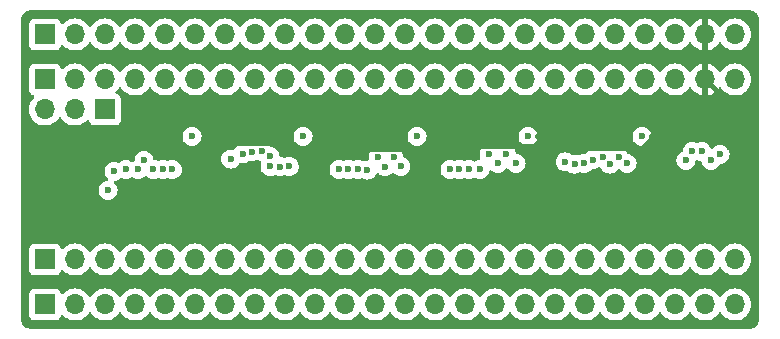
<source format=gbr>
%TF.GenerationSoftware,KiCad,Pcbnew,8.0.1*%
%TF.CreationDate,2024-03-31T10:02:36+09:00*%
%TF.ProjectId,TangNano9k5V,54616e67-4e61-46e6-9f39-6b35562e6b69,rev?*%
%TF.SameCoordinates,Original*%
%TF.FileFunction,Copper,L2,Inr*%
%TF.FilePolarity,Positive*%
%FSLAX46Y46*%
G04 Gerber Fmt 4.6, Leading zero omitted, Abs format (unit mm)*
G04 Created by KiCad (PCBNEW 8.0.1) date 2024-03-31 10:02:36*
%MOMM*%
%LPD*%
G01*
G04 APERTURE LIST*
%TA.AperFunction,ComponentPad*%
%ADD10R,1.700000X1.700000*%
%TD*%
%TA.AperFunction,ComponentPad*%
%ADD11O,1.700000X1.700000*%
%TD*%
%TA.AperFunction,ViaPad*%
%ADD12C,0.600000*%
%TD*%
%TA.AperFunction,Conductor*%
%ADD13C,0.400000*%
%TD*%
G04 APERTURE END LIST*
D10*
%TO.N,PIN63*%
%TO.C,J3*%
X2540000Y-2540000D03*
D11*
%TO.N,PIN86*%
X5080000Y-2540000D03*
%TO.N,PIN85*%
X7620000Y-2540000D03*
%TO.N,PIN84*%
X10160000Y-2540000D03*
%TO.N,PIN83*%
X12700000Y-2540000D03*
%TO.N,PIN82*%
X15240000Y-2540000D03*
%TO.N,PIN81*%
X17780000Y-2540000D03*
%TO.N,PIN80*%
X20320000Y-2540000D03*
%TO.N,PIN79*%
X22860000Y-2540000D03*
%TO.N,PIN77*%
X25400000Y-2540000D03*
%TO.N,PIN76*%
X27940000Y-2540000D03*
%TO.N,PIN75*%
X30480000Y-2540000D03*
%TO.N,PIN74*%
X33020000Y-2540000D03*
%TO.N,PIN73*%
X35560000Y-2540000D03*
%TO.N,PIN72*%
X38100000Y-2540000D03*
%TO.N,PIN71*%
X40640000Y-2540000D03*
%TO.N,PIN70*%
X43180000Y-2540000D03*
%TO.N,+5V*%
X45720000Y-2540000D03*
%TO.N,PIN48*%
X48260000Y-2540000D03*
%TO.N,PIN49*%
X50800000Y-2540000D03*
%TO.N,PIN31*%
X53340000Y-2540000D03*
%TO.N,PIN32*%
X55880000Y-2540000D03*
%TO.N,GND*%
X58420000Y-2540000D03*
%TO.N,+3.3V*%
X60960000Y-2540000D03*
%TD*%
D10*
%TO.N,+5V*%
%TO.C,J1*%
X7605000Y-8890000D03*
D11*
%TO.N,Net-(J1-Pin_2)*%
X5065000Y-8890000D03*
%TO.N,+3.3V*%
X2525000Y-8890000D03*
%TD*%
D10*
%TO.N,PIN38*%
%TO.C,J2*%
X2540000Y-25400000D03*
D11*
%TO.N,PIN37*%
X5080000Y-25400000D03*
%TO.N,PIN36*%
X7620000Y-25400000D03*
%TO.N,PIN39*%
X10160000Y-25400000D03*
%TO.N,PIN25*%
X12700000Y-25400000D03*
%TO.N,PIN26*%
X15240000Y-25400000D03*
%TO.N,PIN27*%
X17780000Y-25400000D03*
%TO.N,PIN28*%
X20320000Y-25400000D03*
%TO.N,PIN29*%
X22860000Y-25400000D03*
%TO.N,PIN30*%
X25400000Y-25400000D03*
%TO.N,PIN33*%
X27940000Y-25400000D03*
%TO.N,PIN34*%
X30480000Y-25400000D03*
%TO.N,PIN40*%
X33020000Y-25400000D03*
%TO.N,PIN35*%
X35560000Y-25400000D03*
%TO.N,PIN41*%
X38100000Y-25400000D03*
%TO.N,PIN42*%
X40640000Y-25400000D03*
%TO.N,PIN51*%
X43180000Y-25400000D03*
%TO.N,PIN53*%
X45720000Y-25400000D03*
%TO.N,PIN54*%
X48260000Y-25400000D03*
%TO.N,PIN55*%
X50800000Y-25400000D03*
%TO.N,PIN56*%
X53340000Y-25400000D03*
%TO.N,PIN57*%
X55880000Y-25400000D03*
%TO.N,PIN68*%
X58420000Y-25400000D03*
%TO.N,PIN69*%
X60960000Y-25400000D03*
%TD*%
D10*
%TO.N,PIN63_H*%
%TO.C,J5*%
X2540000Y-6350000D03*
D11*
%TO.N,PIN86_H*%
X5080000Y-6350000D03*
%TO.N,PIN85_H*%
X7620000Y-6350000D03*
%TO.N,PIN84_H*%
X10160000Y-6350000D03*
%TO.N,PIN83_H*%
X12700000Y-6350000D03*
%TO.N,PIN82_H*%
X15240000Y-6350000D03*
%TO.N,PIN81_H*%
X17780000Y-6350000D03*
%TO.N,PIN80_H*%
X20320000Y-6350000D03*
%TO.N,PIN79_H*%
X22860000Y-6350000D03*
%TO.N,PIN77_H*%
X25400000Y-6350000D03*
%TO.N,PIN76_H*%
X27940000Y-6350000D03*
%TO.N,PIN75_H*%
X30480000Y-6350000D03*
%TO.N,PIN74_H*%
X33020000Y-6350000D03*
%TO.N,PIN73_H*%
X35560000Y-6350000D03*
%TO.N,PIN72_H*%
X38100000Y-6350000D03*
%TO.N,PIN71_H*%
X40640000Y-6350000D03*
%TO.N,PIN70_H*%
X43180000Y-6350000D03*
%TO.N,+5V*%
X45720000Y-6350000D03*
%TO.N,PIN48_H*%
X48260000Y-6350000D03*
%TO.N,PIN49_H*%
X50800000Y-6350000D03*
%TO.N,PIN31_H*%
X53340000Y-6350000D03*
%TO.N,PIN32_H*%
X55880000Y-6350000D03*
%TO.N,GND*%
X58420000Y-6350000D03*
%TO.N,+3.3V*%
X60960000Y-6350000D03*
%TD*%
D10*
%TO.N,PIN38_H*%
%TO.C,J4*%
X2540000Y-21590000D03*
D11*
%TO.N,PIN37_H*%
X5080000Y-21590000D03*
%TO.N,PIN36_H*%
X7620000Y-21590000D03*
%TO.N,PIN39_H*%
X10160000Y-21590000D03*
%TO.N,PIN25_H*%
X12700000Y-21590000D03*
%TO.N,PIN26_H*%
X15240000Y-21590000D03*
%TO.N,PIN27_H*%
X17780000Y-21590000D03*
%TO.N,PIN28_H*%
X20320000Y-21590000D03*
%TO.N,PIN29_H*%
X22860000Y-21590000D03*
%TO.N,PIN30_H*%
X25400000Y-21590000D03*
%TO.N,PIN33_H*%
X27940000Y-21590000D03*
%TO.N,PIN34_H*%
X30480000Y-21590000D03*
%TO.N,PIN40_H*%
X33020000Y-21590000D03*
%TO.N,PIN35_H*%
X35560000Y-21590000D03*
%TO.N,PIN41_H*%
X38100000Y-21590000D03*
%TO.N,PIN42_H*%
X40640000Y-21590000D03*
%TO.N,PIN51_H*%
X43180000Y-21590000D03*
%TO.N,PIN53_H*%
X45720000Y-21590000D03*
%TO.N,PIN54_H*%
X48260000Y-21590000D03*
%TO.N,PIN55_H*%
X50800000Y-21590000D03*
%TO.N,PIN56_H*%
X53340000Y-21590000D03*
%TO.N,PIN57_H*%
X55880000Y-21590000D03*
%TO.N,PIN68_H*%
X58420000Y-21590000D03*
%TO.N,PIN69_H*%
X60960000Y-21590000D03*
%TD*%
D12*
%TO.N,+3.3V*%
X53086000Y-11176000D03*
X43434000Y-11176000D03*
X34036000Y-11176000D03*
X24384000Y-11176000D03*
X14986000Y-11176000D03*
%TO.N,GND*%
X25400000Y-13970000D03*
X34925000Y-13970000D03*
X13716000Y-12446000D03*
X51816000Y-18288000D03*
X61468000Y-12700000D03*
X4572000Y-16764000D03*
X2474000Y-13015000D03*
X5588000Y-15240000D03*
X53975000Y-13970000D03*
X1331000Y-13015000D03*
X61277500Y-18097500D03*
X23241000Y-18288000D03*
X32766000Y-18288000D03*
X42291000Y-18288000D03*
X15875000Y-13970000D03*
X44450000Y-13970000D03*
%TO.N,PIN86*%
X7874000Y-15748000D03*
%TO.N,PIN85*%
X8382000Y-14132000D03*
%TO.N,PIN84*%
X9398000Y-13970000D03*
%TO.N,PIN83*%
X10414000Y-13970000D03*
%TO.N,PIN82*%
X10922000Y-13208000D03*
%TO.N,PIN81*%
X11720000Y-13970000D03*
%TO.N,PIN80*%
X12520003Y-13970000D03*
%TO.N,PIN79*%
X13320006Y-13970000D03*
%TO.N,PIN77*%
X27432000Y-13970000D03*
%TO.N,PIN76*%
X28232003Y-13970000D03*
%TO.N,PIN75*%
X29032006Y-13970000D03*
%TO.N,PIN74*%
X29829706Y-14030650D03*
%TO.N,PIN73*%
X36830000Y-13970000D03*
%TO.N,PIN72*%
X37630003Y-13970000D03*
%TO.N,PIN71*%
X38430006Y-13970000D03*
%TO.N,PIN70*%
X39370000Y-13970000D03*
%TO.N,PIN48*%
X46600276Y-13326276D03*
%TO.N,PIN49*%
X47375805Y-13522639D03*
%TO.N,PIN31*%
X48172129Y-13446015D03*
%TO.N,PIN32*%
X48915758Y-13151024D03*
%TO.N,PIN38_H*%
X19260619Y-12656619D03*
%TO.N,PIN37_H*%
X20084937Y-12452238D03*
%TO.N,PIN36_H*%
X20884911Y-12445522D03*
%TO.N,PIN39_H*%
X21581684Y-12838601D03*
%TO.N,PIN25_H*%
X21590000Y-13716000D03*
%TO.N,PIN26_H*%
X22414266Y-13740263D03*
%TO.N,PIN27_H*%
X23213788Y-13712540D03*
%TO.N,PIN28_H*%
X30734000Y-12954000D03*
%TO.N,PIN29_H*%
X31344556Y-13724938D03*
%TO.N,PIN30_H*%
X32070001Y-12954000D03*
%TO.N,PIN33_H*%
X32670001Y-13716000D03*
%TO.N,PIN34_H*%
X40132000Y-12700000D03*
%TO.N,PIN40_H*%
X40894000Y-13462000D03*
%TO.N,PIN35_H*%
X41595001Y-12642313D03*
%TO.N,PIN41_H*%
X42418000Y-13462000D03*
%TO.N,PIN42_H*%
X49784000Y-12954000D03*
%TO.N,PIN51_H*%
X50349687Y-13519687D03*
%TO.N,PIN53_H*%
X51120001Y-12954000D03*
%TO.N,PIN54_H*%
X51816000Y-13462000D03*
%TO.N,PIN55_H*%
X56804000Y-13208000D03*
%TO.N,PIN56_H*%
X57344998Y-12446000D03*
%TO.N,PIN57_H*%
X58145001Y-12446000D03*
%TO.N,PIN68_H*%
X58928000Y-13208000D03*
%TO.N,PIN69_H*%
X59690000Y-12700000D03*
%TO.N,PIN63_H*%
X18263291Y-13088261D03*
%TD*%
D13*
%TO.N,GND*%
X5588000Y-15240000D02*
X5588000Y-16764000D01*
X53848000Y-11176000D02*
X53848000Y-11403950D01*
X36799187Y-11942313D02*
X35814000Y-12927500D01*
X61468000Y-12700000D02*
X61468000Y-16764000D01*
X42164000Y-16764000D02*
X33020000Y-16764000D01*
X23368000Y-16764000D02*
X5588000Y-16764000D01*
X61468000Y-9398000D02*
X61468000Y-11176000D01*
X2474000Y-13015000D02*
X1331000Y-13015000D01*
X44480813Y-11942313D02*
X36799187Y-11942313D01*
X25400000Y-12954000D02*
X25400000Y-11176000D01*
X53975000Y-11303000D02*
X53848000Y-11176000D01*
X32766000Y-18288000D02*
X32766000Y-17018000D01*
X51816000Y-18288000D02*
X51816000Y-16764000D01*
X53059950Y-12192000D02*
X46201500Y-12192000D01*
X42291000Y-18288000D02*
X42291000Y-16891000D01*
X35787500Y-12954000D02*
X35814000Y-12927500D01*
X1270000Y-12954000D02*
X1270000Y-16764000D01*
X15875000Y-13970000D02*
X15875000Y-12954000D01*
X54837500Y-12954000D02*
X54864000Y-12927500D01*
X34925000Y-11303000D02*
X35052000Y-11176000D01*
X5588000Y-16764000D02*
X4572000Y-16764000D01*
X61468000Y-11176000D02*
X53848000Y-11176000D01*
X61468000Y-17907000D02*
X61277500Y-18097500D01*
X59944000Y-16764000D02*
X61468000Y-16764000D01*
X17945978Y-11745522D02*
X16764000Y-12927500D01*
X53975000Y-13970000D02*
X53975000Y-12954000D01*
X1331000Y-13015000D02*
X1270000Y-12954000D01*
X45439500Y-12954000D02*
X45466000Y-12927500D01*
X44450000Y-12954000D02*
X45439500Y-12954000D01*
X14224000Y-12954000D02*
X13716000Y-12446000D01*
X25400000Y-13970000D02*
X23175522Y-11745522D01*
X1524000Y-11176000D02*
X1270000Y-11430000D01*
X13716000Y-11176000D02*
X1524000Y-11176000D01*
X34925000Y-12954000D02*
X35787500Y-12954000D01*
X53975000Y-12954000D02*
X53975000Y-11303000D01*
X26389500Y-12954000D02*
X26416000Y-12927500D01*
X46201500Y-12192000D02*
X45466000Y-12927500D01*
X4572000Y-16764000D02*
X1270000Y-16764000D01*
X34925000Y-13970000D02*
X33209000Y-12254000D01*
X15875000Y-12954000D02*
X16737500Y-12954000D01*
X23241000Y-16891000D02*
X23368000Y-16764000D01*
X44450000Y-12954000D02*
X44450000Y-11430000D01*
X53848000Y-11403950D02*
X53059950Y-12192000D01*
X32766000Y-17018000D02*
X33020000Y-16764000D01*
X34925000Y-13970000D02*
X34925000Y-12954000D01*
X16737500Y-12954000D02*
X16764000Y-12927500D01*
X42291000Y-16891000D02*
X42164000Y-16764000D01*
X61468000Y-11176000D02*
X61468000Y-12700000D01*
X51816000Y-16764000D02*
X59944000Y-16764000D01*
X58420000Y-6350000D02*
X61468000Y-9398000D01*
X53975000Y-12954000D02*
X54837500Y-12954000D01*
X15875000Y-12954000D02*
X14224000Y-12954000D01*
X33020000Y-16764000D02*
X23368000Y-16764000D01*
X27116000Y-12254000D02*
X25400000Y-13970000D01*
X44450000Y-11430000D02*
X44196000Y-11176000D01*
X1270000Y-11430000D02*
X1270000Y-12954000D01*
X61468000Y-16764000D02*
X61468000Y-17907000D01*
X23175522Y-11745522D02*
X17945978Y-11745522D01*
X34925000Y-12954000D02*
X34925000Y-11303000D01*
X44450000Y-13970000D02*
X44450000Y-12954000D01*
X2540000Y-13081000D02*
X2474000Y-13015000D01*
X13716000Y-12446000D02*
X13716000Y-11176000D01*
X51816000Y-16764000D02*
X42164000Y-16764000D01*
X25400000Y-13970000D02*
X25400000Y-12954000D01*
X23241000Y-18288000D02*
X23241000Y-16891000D01*
X33209000Y-12254000D02*
X27116000Y-12254000D01*
X45466000Y-12927500D02*
X44480813Y-11942313D01*
%TD*%
%TA.AperFunction,Conductor*%
%TO.N,GND*%
G36*
X62236061Y-501097D02*
G01*
X62367973Y-514089D01*
X62391801Y-518828D01*
X62512793Y-555531D01*
X62535245Y-564832D01*
X62590993Y-594629D01*
X62646738Y-624426D01*
X62666949Y-637930D01*
X62764677Y-718132D01*
X62781867Y-735322D01*
X62862069Y-833050D01*
X62875573Y-853261D01*
X62935166Y-964751D01*
X62944469Y-987209D01*
X62981169Y-1108192D01*
X62985911Y-1132032D01*
X62997156Y-1246206D01*
X62998903Y-1263937D01*
X62999500Y-1276092D01*
X62999500Y-26663907D01*
X62998903Y-26676062D01*
X62985911Y-26807967D01*
X62981169Y-26831807D01*
X62944469Y-26952790D01*
X62935166Y-26975248D01*
X62875573Y-27086738D01*
X62862069Y-27106949D01*
X62781867Y-27204677D01*
X62764677Y-27221867D01*
X62666949Y-27302069D01*
X62646738Y-27315573D01*
X62535248Y-27375166D01*
X62512790Y-27384469D01*
X62391807Y-27421169D01*
X62367967Y-27425911D01*
X62270698Y-27435491D01*
X62236060Y-27438903D01*
X62223907Y-27439500D01*
X1276093Y-27439500D01*
X1263939Y-27438903D01*
X1132033Y-27425911D01*
X1108192Y-27421169D01*
X987209Y-27384469D01*
X964751Y-27375166D01*
X853261Y-27315573D01*
X833050Y-27302069D01*
X735322Y-27221867D01*
X718132Y-27204677D01*
X637930Y-27106949D01*
X624426Y-27086738D01*
X564833Y-26975248D01*
X555530Y-26952790D01*
X518828Y-26831801D01*
X514089Y-26807973D01*
X501097Y-26676061D01*
X500500Y-26663907D01*
X500500Y-26297870D01*
X1189500Y-26297870D01*
X1189501Y-26297876D01*
X1195908Y-26357483D01*
X1246202Y-26492328D01*
X1246206Y-26492335D01*
X1332452Y-26607544D01*
X1332455Y-26607547D01*
X1447664Y-26693793D01*
X1447671Y-26693797D01*
X1582517Y-26744091D01*
X1582516Y-26744091D01*
X1589444Y-26744835D01*
X1642127Y-26750500D01*
X3437872Y-26750499D01*
X3497483Y-26744091D01*
X3632331Y-26693796D01*
X3747546Y-26607546D01*
X3833796Y-26492331D01*
X3882810Y-26360916D01*
X3924681Y-26304984D01*
X3990145Y-26280566D01*
X4058418Y-26295417D01*
X4086673Y-26316569D01*
X4208599Y-26438495D01*
X4305384Y-26506265D01*
X4402165Y-26574032D01*
X4402167Y-26574033D01*
X4402170Y-26574035D01*
X4616337Y-26673903D01*
X4616343Y-26673904D01*
X4616344Y-26673905D01*
X4671285Y-26688626D01*
X4844592Y-26735063D01*
X5021034Y-26750500D01*
X5079999Y-26755659D01*
X5080000Y-26755659D01*
X5080001Y-26755659D01*
X5138966Y-26750500D01*
X5315408Y-26735063D01*
X5543663Y-26673903D01*
X5757830Y-26574035D01*
X5951401Y-26438495D01*
X6118495Y-26271401D01*
X6248425Y-26085842D01*
X6303002Y-26042217D01*
X6372500Y-26035023D01*
X6434855Y-26066546D01*
X6451575Y-26085842D01*
X6581500Y-26271395D01*
X6581505Y-26271401D01*
X6748599Y-26438495D01*
X6845384Y-26506265D01*
X6942165Y-26574032D01*
X6942167Y-26574033D01*
X6942170Y-26574035D01*
X7156337Y-26673903D01*
X7156343Y-26673904D01*
X7156344Y-26673905D01*
X7211285Y-26688626D01*
X7384592Y-26735063D01*
X7561034Y-26750500D01*
X7619999Y-26755659D01*
X7620000Y-26755659D01*
X7620001Y-26755659D01*
X7678966Y-26750500D01*
X7855408Y-26735063D01*
X8083663Y-26673903D01*
X8297830Y-26574035D01*
X8491401Y-26438495D01*
X8658495Y-26271401D01*
X8788425Y-26085842D01*
X8843002Y-26042217D01*
X8912500Y-26035023D01*
X8974855Y-26066546D01*
X8991575Y-26085842D01*
X9121500Y-26271395D01*
X9121505Y-26271401D01*
X9288599Y-26438495D01*
X9385384Y-26506265D01*
X9482165Y-26574032D01*
X9482167Y-26574033D01*
X9482170Y-26574035D01*
X9696337Y-26673903D01*
X9696343Y-26673904D01*
X9696344Y-26673905D01*
X9751285Y-26688626D01*
X9924592Y-26735063D01*
X10101034Y-26750500D01*
X10159999Y-26755659D01*
X10160000Y-26755659D01*
X10160001Y-26755659D01*
X10218966Y-26750500D01*
X10395408Y-26735063D01*
X10623663Y-26673903D01*
X10837830Y-26574035D01*
X11031401Y-26438495D01*
X11198495Y-26271401D01*
X11328425Y-26085842D01*
X11383002Y-26042217D01*
X11452500Y-26035023D01*
X11514855Y-26066546D01*
X11531575Y-26085842D01*
X11661500Y-26271395D01*
X11661505Y-26271401D01*
X11828599Y-26438495D01*
X11925384Y-26506265D01*
X12022165Y-26574032D01*
X12022167Y-26574033D01*
X12022170Y-26574035D01*
X12236337Y-26673903D01*
X12236343Y-26673904D01*
X12236344Y-26673905D01*
X12291285Y-26688626D01*
X12464592Y-26735063D01*
X12641034Y-26750500D01*
X12699999Y-26755659D01*
X12700000Y-26755659D01*
X12700001Y-26755659D01*
X12758966Y-26750500D01*
X12935408Y-26735063D01*
X13163663Y-26673903D01*
X13377830Y-26574035D01*
X13571401Y-26438495D01*
X13738495Y-26271401D01*
X13868425Y-26085842D01*
X13923002Y-26042217D01*
X13992500Y-26035023D01*
X14054855Y-26066546D01*
X14071575Y-26085842D01*
X14201500Y-26271395D01*
X14201505Y-26271401D01*
X14368599Y-26438495D01*
X14465384Y-26506265D01*
X14562165Y-26574032D01*
X14562167Y-26574033D01*
X14562170Y-26574035D01*
X14776337Y-26673903D01*
X14776343Y-26673904D01*
X14776344Y-26673905D01*
X14831285Y-26688626D01*
X15004592Y-26735063D01*
X15181034Y-26750500D01*
X15239999Y-26755659D01*
X15240000Y-26755659D01*
X15240001Y-26755659D01*
X15298966Y-26750500D01*
X15475408Y-26735063D01*
X15703663Y-26673903D01*
X15917830Y-26574035D01*
X16111401Y-26438495D01*
X16278495Y-26271401D01*
X16408425Y-26085842D01*
X16463002Y-26042217D01*
X16532500Y-26035023D01*
X16594855Y-26066546D01*
X16611575Y-26085842D01*
X16741500Y-26271395D01*
X16741505Y-26271401D01*
X16908599Y-26438495D01*
X17005384Y-26506265D01*
X17102165Y-26574032D01*
X17102167Y-26574033D01*
X17102170Y-26574035D01*
X17316337Y-26673903D01*
X17316343Y-26673904D01*
X17316344Y-26673905D01*
X17371285Y-26688626D01*
X17544592Y-26735063D01*
X17721034Y-26750500D01*
X17779999Y-26755659D01*
X17780000Y-26755659D01*
X17780001Y-26755659D01*
X17838966Y-26750500D01*
X18015408Y-26735063D01*
X18243663Y-26673903D01*
X18457830Y-26574035D01*
X18651401Y-26438495D01*
X18818495Y-26271401D01*
X18948425Y-26085842D01*
X19003002Y-26042217D01*
X19072500Y-26035023D01*
X19134855Y-26066546D01*
X19151575Y-26085842D01*
X19281500Y-26271395D01*
X19281505Y-26271401D01*
X19448599Y-26438495D01*
X19545384Y-26506265D01*
X19642165Y-26574032D01*
X19642167Y-26574033D01*
X19642170Y-26574035D01*
X19856337Y-26673903D01*
X19856343Y-26673904D01*
X19856344Y-26673905D01*
X19911285Y-26688626D01*
X20084592Y-26735063D01*
X20261034Y-26750500D01*
X20319999Y-26755659D01*
X20320000Y-26755659D01*
X20320001Y-26755659D01*
X20378966Y-26750500D01*
X20555408Y-26735063D01*
X20783663Y-26673903D01*
X20997830Y-26574035D01*
X21191401Y-26438495D01*
X21358495Y-26271401D01*
X21488425Y-26085842D01*
X21543002Y-26042217D01*
X21612500Y-26035023D01*
X21674855Y-26066546D01*
X21691575Y-26085842D01*
X21821500Y-26271395D01*
X21821505Y-26271401D01*
X21988599Y-26438495D01*
X22085384Y-26506265D01*
X22182165Y-26574032D01*
X22182167Y-26574033D01*
X22182170Y-26574035D01*
X22396337Y-26673903D01*
X22396343Y-26673904D01*
X22396344Y-26673905D01*
X22451285Y-26688626D01*
X22624592Y-26735063D01*
X22801034Y-26750500D01*
X22859999Y-26755659D01*
X22860000Y-26755659D01*
X22860001Y-26755659D01*
X22918966Y-26750500D01*
X23095408Y-26735063D01*
X23323663Y-26673903D01*
X23537830Y-26574035D01*
X23731401Y-26438495D01*
X23898495Y-26271401D01*
X24028425Y-26085842D01*
X24083002Y-26042217D01*
X24152500Y-26035023D01*
X24214855Y-26066546D01*
X24231575Y-26085842D01*
X24361500Y-26271395D01*
X24361505Y-26271401D01*
X24528599Y-26438495D01*
X24625384Y-26506265D01*
X24722165Y-26574032D01*
X24722167Y-26574033D01*
X24722170Y-26574035D01*
X24936337Y-26673903D01*
X24936343Y-26673904D01*
X24936344Y-26673905D01*
X24991285Y-26688626D01*
X25164592Y-26735063D01*
X25341034Y-26750500D01*
X25399999Y-26755659D01*
X25400000Y-26755659D01*
X25400001Y-26755659D01*
X25458966Y-26750500D01*
X25635408Y-26735063D01*
X25863663Y-26673903D01*
X26077830Y-26574035D01*
X26271401Y-26438495D01*
X26438495Y-26271401D01*
X26568425Y-26085842D01*
X26623002Y-26042217D01*
X26692500Y-26035023D01*
X26754855Y-26066546D01*
X26771575Y-26085842D01*
X26901500Y-26271395D01*
X26901505Y-26271401D01*
X27068599Y-26438495D01*
X27165384Y-26506265D01*
X27262165Y-26574032D01*
X27262167Y-26574033D01*
X27262170Y-26574035D01*
X27476337Y-26673903D01*
X27476343Y-26673904D01*
X27476344Y-26673905D01*
X27531285Y-26688626D01*
X27704592Y-26735063D01*
X27881034Y-26750500D01*
X27939999Y-26755659D01*
X27940000Y-26755659D01*
X27940001Y-26755659D01*
X27998966Y-26750500D01*
X28175408Y-26735063D01*
X28403663Y-26673903D01*
X28617830Y-26574035D01*
X28811401Y-26438495D01*
X28978495Y-26271401D01*
X29108425Y-26085842D01*
X29163002Y-26042217D01*
X29232500Y-26035023D01*
X29294855Y-26066546D01*
X29311575Y-26085842D01*
X29441500Y-26271395D01*
X29441505Y-26271401D01*
X29608599Y-26438495D01*
X29705384Y-26506265D01*
X29802165Y-26574032D01*
X29802167Y-26574033D01*
X29802170Y-26574035D01*
X30016337Y-26673903D01*
X30016343Y-26673904D01*
X30016344Y-26673905D01*
X30071285Y-26688626D01*
X30244592Y-26735063D01*
X30421034Y-26750500D01*
X30479999Y-26755659D01*
X30480000Y-26755659D01*
X30480001Y-26755659D01*
X30538966Y-26750500D01*
X30715408Y-26735063D01*
X30943663Y-26673903D01*
X31157830Y-26574035D01*
X31351401Y-26438495D01*
X31518495Y-26271401D01*
X31648425Y-26085842D01*
X31703002Y-26042217D01*
X31772500Y-26035023D01*
X31834855Y-26066546D01*
X31851575Y-26085842D01*
X31981500Y-26271395D01*
X31981505Y-26271401D01*
X32148599Y-26438495D01*
X32245384Y-26506265D01*
X32342165Y-26574032D01*
X32342167Y-26574033D01*
X32342170Y-26574035D01*
X32556337Y-26673903D01*
X32556343Y-26673904D01*
X32556344Y-26673905D01*
X32611285Y-26688626D01*
X32784592Y-26735063D01*
X32961034Y-26750500D01*
X33019999Y-26755659D01*
X33020000Y-26755659D01*
X33020001Y-26755659D01*
X33078966Y-26750500D01*
X33255408Y-26735063D01*
X33483663Y-26673903D01*
X33697830Y-26574035D01*
X33891401Y-26438495D01*
X34058495Y-26271401D01*
X34188425Y-26085842D01*
X34243002Y-26042217D01*
X34312500Y-26035023D01*
X34374855Y-26066546D01*
X34391575Y-26085842D01*
X34521500Y-26271395D01*
X34521505Y-26271401D01*
X34688599Y-26438495D01*
X34785384Y-26506265D01*
X34882165Y-26574032D01*
X34882167Y-26574033D01*
X34882170Y-26574035D01*
X35096337Y-26673903D01*
X35096343Y-26673904D01*
X35096344Y-26673905D01*
X35151285Y-26688626D01*
X35324592Y-26735063D01*
X35501034Y-26750500D01*
X35559999Y-26755659D01*
X35560000Y-26755659D01*
X35560001Y-26755659D01*
X35618966Y-26750500D01*
X35795408Y-26735063D01*
X36023663Y-26673903D01*
X36237830Y-26574035D01*
X36431401Y-26438495D01*
X36598495Y-26271401D01*
X36728425Y-26085842D01*
X36783002Y-26042217D01*
X36852500Y-26035023D01*
X36914855Y-26066546D01*
X36931575Y-26085842D01*
X37061500Y-26271395D01*
X37061505Y-26271401D01*
X37228599Y-26438495D01*
X37325384Y-26506265D01*
X37422165Y-26574032D01*
X37422167Y-26574033D01*
X37422170Y-26574035D01*
X37636337Y-26673903D01*
X37636343Y-26673904D01*
X37636344Y-26673905D01*
X37691285Y-26688626D01*
X37864592Y-26735063D01*
X38041034Y-26750500D01*
X38099999Y-26755659D01*
X38100000Y-26755659D01*
X38100001Y-26755659D01*
X38158966Y-26750500D01*
X38335408Y-26735063D01*
X38563663Y-26673903D01*
X38777830Y-26574035D01*
X38971401Y-26438495D01*
X39138495Y-26271401D01*
X39268425Y-26085842D01*
X39323002Y-26042217D01*
X39392500Y-26035023D01*
X39454855Y-26066546D01*
X39471575Y-26085842D01*
X39601500Y-26271395D01*
X39601505Y-26271401D01*
X39768599Y-26438495D01*
X39865384Y-26506265D01*
X39962165Y-26574032D01*
X39962167Y-26574033D01*
X39962170Y-26574035D01*
X40176337Y-26673903D01*
X40176343Y-26673904D01*
X40176344Y-26673905D01*
X40231285Y-26688626D01*
X40404592Y-26735063D01*
X40581034Y-26750500D01*
X40639999Y-26755659D01*
X40640000Y-26755659D01*
X40640001Y-26755659D01*
X40698966Y-26750500D01*
X40875408Y-26735063D01*
X41103663Y-26673903D01*
X41317830Y-26574035D01*
X41511401Y-26438495D01*
X41678495Y-26271401D01*
X41808425Y-26085842D01*
X41863002Y-26042217D01*
X41932500Y-26035023D01*
X41994855Y-26066546D01*
X42011575Y-26085842D01*
X42141500Y-26271395D01*
X42141505Y-26271401D01*
X42308599Y-26438495D01*
X42405384Y-26506265D01*
X42502165Y-26574032D01*
X42502167Y-26574033D01*
X42502170Y-26574035D01*
X42716337Y-26673903D01*
X42716343Y-26673904D01*
X42716344Y-26673905D01*
X42771285Y-26688626D01*
X42944592Y-26735063D01*
X43121034Y-26750500D01*
X43179999Y-26755659D01*
X43180000Y-26755659D01*
X43180001Y-26755659D01*
X43238966Y-26750500D01*
X43415408Y-26735063D01*
X43643663Y-26673903D01*
X43857830Y-26574035D01*
X44051401Y-26438495D01*
X44218495Y-26271401D01*
X44348425Y-26085842D01*
X44403002Y-26042217D01*
X44472500Y-26035023D01*
X44534855Y-26066546D01*
X44551575Y-26085842D01*
X44681500Y-26271395D01*
X44681505Y-26271401D01*
X44848599Y-26438495D01*
X44945384Y-26506265D01*
X45042165Y-26574032D01*
X45042167Y-26574033D01*
X45042170Y-26574035D01*
X45256337Y-26673903D01*
X45256343Y-26673904D01*
X45256344Y-26673905D01*
X45311285Y-26688626D01*
X45484592Y-26735063D01*
X45661034Y-26750500D01*
X45719999Y-26755659D01*
X45720000Y-26755659D01*
X45720001Y-26755659D01*
X45778966Y-26750500D01*
X45955408Y-26735063D01*
X46183663Y-26673903D01*
X46397830Y-26574035D01*
X46591401Y-26438495D01*
X46758495Y-26271401D01*
X46888425Y-26085842D01*
X46943002Y-26042217D01*
X47012500Y-26035023D01*
X47074855Y-26066546D01*
X47091575Y-26085842D01*
X47221500Y-26271395D01*
X47221505Y-26271401D01*
X47388599Y-26438495D01*
X47485384Y-26506265D01*
X47582165Y-26574032D01*
X47582167Y-26574033D01*
X47582170Y-26574035D01*
X47796337Y-26673903D01*
X47796343Y-26673904D01*
X47796344Y-26673905D01*
X47851285Y-26688626D01*
X48024592Y-26735063D01*
X48201034Y-26750500D01*
X48259999Y-26755659D01*
X48260000Y-26755659D01*
X48260001Y-26755659D01*
X48318966Y-26750500D01*
X48495408Y-26735063D01*
X48723663Y-26673903D01*
X48937830Y-26574035D01*
X49131401Y-26438495D01*
X49298495Y-26271401D01*
X49428425Y-26085842D01*
X49483002Y-26042217D01*
X49552500Y-26035023D01*
X49614855Y-26066546D01*
X49631575Y-26085842D01*
X49761500Y-26271395D01*
X49761505Y-26271401D01*
X49928599Y-26438495D01*
X50025384Y-26506265D01*
X50122165Y-26574032D01*
X50122167Y-26574033D01*
X50122170Y-26574035D01*
X50336337Y-26673903D01*
X50336343Y-26673904D01*
X50336344Y-26673905D01*
X50391285Y-26688626D01*
X50564592Y-26735063D01*
X50741034Y-26750500D01*
X50799999Y-26755659D01*
X50800000Y-26755659D01*
X50800001Y-26755659D01*
X50858966Y-26750500D01*
X51035408Y-26735063D01*
X51263663Y-26673903D01*
X51477830Y-26574035D01*
X51671401Y-26438495D01*
X51838495Y-26271401D01*
X51968425Y-26085842D01*
X52023002Y-26042217D01*
X52092500Y-26035023D01*
X52154855Y-26066546D01*
X52171575Y-26085842D01*
X52301500Y-26271395D01*
X52301505Y-26271401D01*
X52468599Y-26438495D01*
X52565384Y-26506265D01*
X52662165Y-26574032D01*
X52662167Y-26574033D01*
X52662170Y-26574035D01*
X52876337Y-26673903D01*
X52876343Y-26673904D01*
X52876344Y-26673905D01*
X52931285Y-26688626D01*
X53104592Y-26735063D01*
X53281034Y-26750500D01*
X53339999Y-26755659D01*
X53340000Y-26755659D01*
X53340001Y-26755659D01*
X53398966Y-26750500D01*
X53575408Y-26735063D01*
X53803663Y-26673903D01*
X54017830Y-26574035D01*
X54211401Y-26438495D01*
X54378495Y-26271401D01*
X54508425Y-26085842D01*
X54563002Y-26042217D01*
X54632500Y-26035023D01*
X54694855Y-26066546D01*
X54711575Y-26085842D01*
X54841500Y-26271395D01*
X54841505Y-26271401D01*
X55008599Y-26438495D01*
X55105384Y-26506265D01*
X55202165Y-26574032D01*
X55202167Y-26574033D01*
X55202170Y-26574035D01*
X55416337Y-26673903D01*
X55416343Y-26673904D01*
X55416344Y-26673905D01*
X55471285Y-26688626D01*
X55644592Y-26735063D01*
X55821034Y-26750500D01*
X55879999Y-26755659D01*
X55880000Y-26755659D01*
X55880001Y-26755659D01*
X55938966Y-26750500D01*
X56115408Y-26735063D01*
X56343663Y-26673903D01*
X56557830Y-26574035D01*
X56751401Y-26438495D01*
X56918495Y-26271401D01*
X57048425Y-26085842D01*
X57103002Y-26042217D01*
X57172500Y-26035023D01*
X57234855Y-26066546D01*
X57251575Y-26085842D01*
X57381500Y-26271395D01*
X57381505Y-26271401D01*
X57548599Y-26438495D01*
X57645384Y-26506265D01*
X57742165Y-26574032D01*
X57742167Y-26574033D01*
X57742170Y-26574035D01*
X57956337Y-26673903D01*
X57956343Y-26673904D01*
X57956344Y-26673905D01*
X58011285Y-26688626D01*
X58184592Y-26735063D01*
X58361034Y-26750500D01*
X58419999Y-26755659D01*
X58420000Y-26755659D01*
X58420001Y-26755659D01*
X58478966Y-26750500D01*
X58655408Y-26735063D01*
X58883663Y-26673903D01*
X59097830Y-26574035D01*
X59291401Y-26438495D01*
X59458495Y-26271401D01*
X59588425Y-26085842D01*
X59643002Y-26042217D01*
X59712500Y-26035023D01*
X59774855Y-26066546D01*
X59791575Y-26085842D01*
X59921500Y-26271395D01*
X59921505Y-26271401D01*
X60088599Y-26438495D01*
X60185384Y-26506265D01*
X60282165Y-26574032D01*
X60282167Y-26574033D01*
X60282170Y-26574035D01*
X60496337Y-26673903D01*
X60496343Y-26673904D01*
X60496344Y-26673905D01*
X60551285Y-26688626D01*
X60724592Y-26735063D01*
X60901034Y-26750500D01*
X60959999Y-26755659D01*
X60960000Y-26755659D01*
X60960001Y-26755659D01*
X61018966Y-26750500D01*
X61195408Y-26735063D01*
X61423663Y-26673903D01*
X61637830Y-26574035D01*
X61831401Y-26438495D01*
X61998495Y-26271401D01*
X62134035Y-26077830D01*
X62233903Y-25863663D01*
X62295063Y-25635408D01*
X62315659Y-25400000D01*
X62295063Y-25164592D01*
X62233903Y-24936337D01*
X62134035Y-24722171D01*
X62128425Y-24714158D01*
X61998494Y-24528597D01*
X61831402Y-24361506D01*
X61831395Y-24361501D01*
X61637834Y-24225967D01*
X61637830Y-24225965D01*
X61637828Y-24225964D01*
X61423663Y-24126097D01*
X61423659Y-24126096D01*
X61423655Y-24126094D01*
X61195413Y-24064938D01*
X61195403Y-24064936D01*
X60960001Y-24044341D01*
X60959999Y-24044341D01*
X60724596Y-24064936D01*
X60724586Y-24064938D01*
X60496344Y-24126094D01*
X60496335Y-24126098D01*
X60282171Y-24225964D01*
X60282169Y-24225965D01*
X60088597Y-24361505D01*
X59921505Y-24528597D01*
X59791575Y-24714158D01*
X59736998Y-24757783D01*
X59667500Y-24764977D01*
X59605145Y-24733454D01*
X59588425Y-24714158D01*
X59458494Y-24528597D01*
X59291402Y-24361506D01*
X59291395Y-24361501D01*
X59097834Y-24225967D01*
X59097830Y-24225965D01*
X59097828Y-24225964D01*
X58883663Y-24126097D01*
X58883659Y-24126096D01*
X58883655Y-24126094D01*
X58655413Y-24064938D01*
X58655403Y-24064936D01*
X58420001Y-24044341D01*
X58419999Y-24044341D01*
X58184596Y-24064936D01*
X58184586Y-24064938D01*
X57956344Y-24126094D01*
X57956335Y-24126098D01*
X57742171Y-24225964D01*
X57742169Y-24225965D01*
X57548597Y-24361505D01*
X57381505Y-24528597D01*
X57251575Y-24714158D01*
X57196998Y-24757783D01*
X57127500Y-24764977D01*
X57065145Y-24733454D01*
X57048425Y-24714158D01*
X56918494Y-24528597D01*
X56751402Y-24361506D01*
X56751395Y-24361501D01*
X56557834Y-24225967D01*
X56557830Y-24225965D01*
X56557828Y-24225964D01*
X56343663Y-24126097D01*
X56343659Y-24126096D01*
X56343655Y-24126094D01*
X56115413Y-24064938D01*
X56115403Y-24064936D01*
X55880001Y-24044341D01*
X55879999Y-24044341D01*
X55644596Y-24064936D01*
X55644586Y-24064938D01*
X55416344Y-24126094D01*
X55416335Y-24126098D01*
X55202171Y-24225964D01*
X55202169Y-24225965D01*
X55008597Y-24361505D01*
X54841505Y-24528597D01*
X54711575Y-24714158D01*
X54656998Y-24757783D01*
X54587500Y-24764977D01*
X54525145Y-24733454D01*
X54508425Y-24714158D01*
X54378494Y-24528597D01*
X54211402Y-24361506D01*
X54211395Y-24361501D01*
X54017834Y-24225967D01*
X54017830Y-24225965D01*
X54017828Y-24225964D01*
X53803663Y-24126097D01*
X53803659Y-24126096D01*
X53803655Y-24126094D01*
X53575413Y-24064938D01*
X53575403Y-24064936D01*
X53340001Y-24044341D01*
X53339999Y-24044341D01*
X53104596Y-24064936D01*
X53104586Y-24064938D01*
X52876344Y-24126094D01*
X52876335Y-24126098D01*
X52662171Y-24225964D01*
X52662169Y-24225965D01*
X52468597Y-24361505D01*
X52301505Y-24528597D01*
X52171575Y-24714158D01*
X52116998Y-24757783D01*
X52047500Y-24764977D01*
X51985145Y-24733454D01*
X51968425Y-24714158D01*
X51838494Y-24528597D01*
X51671402Y-24361506D01*
X51671395Y-24361501D01*
X51477834Y-24225967D01*
X51477830Y-24225965D01*
X51477828Y-24225964D01*
X51263663Y-24126097D01*
X51263659Y-24126096D01*
X51263655Y-24126094D01*
X51035413Y-24064938D01*
X51035403Y-24064936D01*
X50800001Y-24044341D01*
X50799999Y-24044341D01*
X50564596Y-24064936D01*
X50564586Y-24064938D01*
X50336344Y-24126094D01*
X50336335Y-24126098D01*
X50122171Y-24225964D01*
X50122169Y-24225965D01*
X49928597Y-24361505D01*
X49761505Y-24528597D01*
X49631575Y-24714158D01*
X49576998Y-24757783D01*
X49507500Y-24764977D01*
X49445145Y-24733454D01*
X49428425Y-24714158D01*
X49298494Y-24528597D01*
X49131402Y-24361506D01*
X49131395Y-24361501D01*
X48937834Y-24225967D01*
X48937830Y-24225965D01*
X48937828Y-24225964D01*
X48723663Y-24126097D01*
X48723659Y-24126096D01*
X48723655Y-24126094D01*
X48495413Y-24064938D01*
X48495403Y-24064936D01*
X48260001Y-24044341D01*
X48259999Y-24044341D01*
X48024596Y-24064936D01*
X48024586Y-24064938D01*
X47796344Y-24126094D01*
X47796335Y-24126098D01*
X47582171Y-24225964D01*
X47582169Y-24225965D01*
X47388597Y-24361505D01*
X47221505Y-24528597D01*
X47091575Y-24714158D01*
X47036998Y-24757783D01*
X46967500Y-24764977D01*
X46905145Y-24733454D01*
X46888425Y-24714158D01*
X46758494Y-24528597D01*
X46591402Y-24361506D01*
X46591395Y-24361501D01*
X46397834Y-24225967D01*
X46397830Y-24225965D01*
X46397828Y-24225964D01*
X46183663Y-24126097D01*
X46183659Y-24126096D01*
X46183655Y-24126094D01*
X45955413Y-24064938D01*
X45955403Y-24064936D01*
X45720001Y-24044341D01*
X45719999Y-24044341D01*
X45484596Y-24064936D01*
X45484586Y-24064938D01*
X45256344Y-24126094D01*
X45256335Y-24126098D01*
X45042171Y-24225964D01*
X45042169Y-24225965D01*
X44848597Y-24361505D01*
X44681505Y-24528597D01*
X44551575Y-24714158D01*
X44496998Y-24757783D01*
X44427500Y-24764977D01*
X44365145Y-24733454D01*
X44348425Y-24714158D01*
X44218494Y-24528597D01*
X44051402Y-24361506D01*
X44051395Y-24361501D01*
X43857834Y-24225967D01*
X43857830Y-24225965D01*
X43857828Y-24225964D01*
X43643663Y-24126097D01*
X43643659Y-24126096D01*
X43643655Y-24126094D01*
X43415413Y-24064938D01*
X43415403Y-24064936D01*
X43180001Y-24044341D01*
X43179999Y-24044341D01*
X42944596Y-24064936D01*
X42944586Y-24064938D01*
X42716344Y-24126094D01*
X42716335Y-24126098D01*
X42502171Y-24225964D01*
X42502169Y-24225965D01*
X42308597Y-24361505D01*
X42141505Y-24528597D01*
X42011575Y-24714158D01*
X41956998Y-24757783D01*
X41887500Y-24764977D01*
X41825145Y-24733454D01*
X41808425Y-24714158D01*
X41678494Y-24528597D01*
X41511402Y-24361506D01*
X41511395Y-24361501D01*
X41317834Y-24225967D01*
X41317830Y-24225965D01*
X41317828Y-24225964D01*
X41103663Y-24126097D01*
X41103659Y-24126096D01*
X41103655Y-24126094D01*
X40875413Y-24064938D01*
X40875403Y-24064936D01*
X40640001Y-24044341D01*
X40639999Y-24044341D01*
X40404596Y-24064936D01*
X40404586Y-24064938D01*
X40176344Y-24126094D01*
X40176335Y-24126098D01*
X39962171Y-24225964D01*
X39962169Y-24225965D01*
X39768597Y-24361505D01*
X39601505Y-24528597D01*
X39471575Y-24714158D01*
X39416998Y-24757783D01*
X39347500Y-24764977D01*
X39285145Y-24733454D01*
X39268425Y-24714158D01*
X39138494Y-24528597D01*
X38971402Y-24361506D01*
X38971395Y-24361501D01*
X38777834Y-24225967D01*
X38777830Y-24225965D01*
X38777828Y-24225964D01*
X38563663Y-24126097D01*
X38563659Y-24126096D01*
X38563655Y-24126094D01*
X38335413Y-24064938D01*
X38335403Y-24064936D01*
X38100001Y-24044341D01*
X38099999Y-24044341D01*
X37864596Y-24064936D01*
X37864586Y-24064938D01*
X37636344Y-24126094D01*
X37636335Y-24126098D01*
X37422171Y-24225964D01*
X37422169Y-24225965D01*
X37228597Y-24361505D01*
X37061505Y-24528597D01*
X36931575Y-24714158D01*
X36876998Y-24757783D01*
X36807500Y-24764977D01*
X36745145Y-24733454D01*
X36728425Y-24714158D01*
X36598494Y-24528597D01*
X36431402Y-24361506D01*
X36431395Y-24361501D01*
X36237834Y-24225967D01*
X36237830Y-24225965D01*
X36237828Y-24225964D01*
X36023663Y-24126097D01*
X36023659Y-24126096D01*
X36023655Y-24126094D01*
X35795413Y-24064938D01*
X35795403Y-24064936D01*
X35560001Y-24044341D01*
X35559999Y-24044341D01*
X35324596Y-24064936D01*
X35324586Y-24064938D01*
X35096344Y-24126094D01*
X35096335Y-24126098D01*
X34882171Y-24225964D01*
X34882169Y-24225965D01*
X34688597Y-24361505D01*
X34521505Y-24528597D01*
X34391575Y-24714158D01*
X34336998Y-24757783D01*
X34267500Y-24764977D01*
X34205145Y-24733454D01*
X34188425Y-24714158D01*
X34058494Y-24528597D01*
X33891402Y-24361506D01*
X33891395Y-24361501D01*
X33697834Y-24225967D01*
X33697830Y-24225965D01*
X33697828Y-24225964D01*
X33483663Y-24126097D01*
X33483659Y-24126096D01*
X33483655Y-24126094D01*
X33255413Y-24064938D01*
X33255403Y-24064936D01*
X33020001Y-24044341D01*
X33019999Y-24044341D01*
X32784596Y-24064936D01*
X32784586Y-24064938D01*
X32556344Y-24126094D01*
X32556335Y-24126098D01*
X32342171Y-24225964D01*
X32342169Y-24225965D01*
X32148597Y-24361505D01*
X31981505Y-24528597D01*
X31851575Y-24714158D01*
X31796998Y-24757783D01*
X31727500Y-24764977D01*
X31665145Y-24733454D01*
X31648425Y-24714158D01*
X31518494Y-24528597D01*
X31351402Y-24361506D01*
X31351395Y-24361501D01*
X31157834Y-24225967D01*
X31157830Y-24225965D01*
X31157828Y-24225964D01*
X30943663Y-24126097D01*
X30943659Y-24126096D01*
X30943655Y-24126094D01*
X30715413Y-24064938D01*
X30715403Y-24064936D01*
X30480001Y-24044341D01*
X30479999Y-24044341D01*
X30244596Y-24064936D01*
X30244586Y-24064938D01*
X30016344Y-24126094D01*
X30016335Y-24126098D01*
X29802171Y-24225964D01*
X29802169Y-24225965D01*
X29608597Y-24361505D01*
X29441505Y-24528597D01*
X29311575Y-24714158D01*
X29256998Y-24757783D01*
X29187500Y-24764977D01*
X29125145Y-24733454D01*
X29108425Y-24714158D01*
X28978494Y-24528597D01*
X28811402Y-24361506D01*
X28811395Y-24361501D01*
X28617834Y-24225967D01*
X28617830Y-24225965D01*
X28617828Y-24225964D01*
X28403663Y-24126097D01*
X28403659Y-24126096D01*
X28403655Y-24126094D01*
X28175413Y-24064938D01*
X28175403Y-24064936D01*
X27940001Y-24044341D01*
X27939999Y-24044341D01*
X27704596Y-24064936D01*
X27704586Y-24064938D01*
X27476344Y-24126094D01*
X27476335Y-24126098D01*
X27262171Y-24225964D01*
X27262169Y-24225965D01*
X27068597Y-24361505D01*
X26901505Y-24528597D01*
X26771575Y-24714158D01*
X26716998Y-24757783D01*
X26647500Y-24764977D01*
X26585145Y-24733454D01*
X26568425Y-24714158D01*
X26438494Y-24528597D01*
X26271402Y-24361506D01*
X26271395Y-24361501D01*
X26077834Y-24225967D01*
X26077830Y-24225965D01*
X26077828Y-24225964D01*
X25863663Y-24126097D01*
X25863659Y-24126096D01*
X25863655Y-24126094D01*
X25635413Y-24064938D01*
X25635403Y-24064936D01*
X25400001Y-24044341D01*
X25399999Y-24044341D01*
X25164596Y-24064936D01*
X25164586Y-24064938D01*
X24936344Y-24126094D01*
X24936335Y-24126098D01*
X24722171Y-24225964D01*
X24722169Y-24225965D01*
X24528597Y-24361505D01*
X24361505Y-24528597D01*
X24231575Y-24714158D01*
X24176998Y-24757783D01*
X24107500Y-24764977D01*
X24045145Y-24733454D01*
X24028425Y-24714158D01*
X23898494Y-24528597D01*
X23731402Y-24361506D01*
X23731395Y-24361501D01*
X23537834Y-24225967D01*
X23537830Y-24225965D01*
X23537828Y-24225964D01*
X23323663Y-24126097D01*
X23323659Y-24126096D01*
X23323655Y-24126094D01*
X23095413Y-24064938D01*
X23095403Y-24064936D01*
X22860001Y-24044341D01*
X22859999Y-24044341D01*
X22624596Y-24064936D01*
X22624586Y-24064938D01*
X22396344Y-24126094D01*
X22396335Y-24126098D01*
X22182171Y-24225964D01*
X22182169Y-24225965D01*
X21988597Y-24361505D01*
X21821505Y-24528597D01*
X21691575Y-24714158D01*
X21636998Y-24757783D01*
X21567500Y-24764977D01*
X21505145Y-24733454D01*
X21488425Y-24714158D01*
X21358494Y-24528597D01*
X21191402Y-24361506D01*
X21191395Y-24361501D01*
X20997834Y-24225967D01*
X20997830Y-24225965D01*
X20997828Y-24225964D01*
X20783663Y-24126097D01*
X20783659Y-24126096D01*
X20783655Y-24126094D01*
X20555413Y-24064938D01*
X20555403Y-24064936D01*
X20320001Y-24044341D01*
X20319999Y-24044341D01*
X20084596Y-24064936D01*
X20084586Y-24064938D01*
X19856344Y-24126094D01*
X19856335Y-24126098D01*
X19642171Y-24225964D01*
X19642169Y-24225965D01*
X19448597Y-24361505D01*
X19281505Y-24528597D01*
X19151575Y-24714158D01*
X19096998Y-24757783D01*
X19027500Y-24764977D01*
X18965145Y-24733454D01*
X18948425Y-24714158D01*
X18818494Y-24528597D01*
X18651402Y-24361506D01*
X18651395Y-24361501D01*
X18457834Y-24225967D01*
X18457830Y-24225965D01*
X18457828Y-24225964D01*
X18243663Y-24126097D01*
X18243659Y-24126096D01*
X18243655Y-24126094D01*
X18015413Y-24064938D01*
X18015403Y-24064936D01*
X17780001Y-24044341D01*
X17779999Y-24044341D01*
X17544596Y-24064936D01*
X17544586Y-24064938D01*
X17316344Y-24126094D01*
X17316335Y-24126098D01*
X17102171Y-24225964D01*
X17102169Y-24225965D01*
X16908597Y-24361505D01*
X16741505Y-24528597D01*
X16611575Y-24714158D01*
X16556998Y-24757783D01*
X16487500Y-24764977D01*
X16425145Y-24733454D01*
X16408425Y-24714158D01*
X16278494Y-24528597D01*
X16111402Y-24361506D01*
X16111395Y-24361501D01*
X15917834Y-24225967D01*
X15917830Y-24225965D01*
X15917828Y-24225964D01*
X15703663Y-24126097D01*
X15703659Y-24126096D01*
X15703655Y-24126094D01*
X15475413Y-24064938D01*
X15475403Y-24064936D01*
X15240001Y-24044341D01*
X15239999Y-24044341D01*
X15004596Y-24064936D01*
X15004586Y-24064938D01*
X14776344Y-24126094D01*
X14776335Y-24126098D01*
X14562171Y-24225964D01*
X14562169Y-24225965D01*
X14368597Y-24361505D01*
X14201505Y-24528597D01*
X14071575Y-24714158D01*
X14016998Y-24757783D01*
X13947500Y-24764977D01*
X13885145Y-24733454D01*
X13868425Y-24714158D01*
X13738494Y-24528597D01*
X13571402Y-24361506D01*
X13571395Y-24361501D01*
X13377834Y-24225967D01*
X13377830Y-24225965D01*
X13377828Y-24225964D01*
X13163663Y-24126097D01*
X13163659Y-24126096D01*
X13163655Y-24126094D01*
X12935413Y-24064938D01*
X12935403Y-24064936D01*
X12700001Y-24044341D01*
X12699999Y-24044341D01*
X12464596Y-24064936D01*
X12464586Y-24064938D01*
X12236344Y-24126094D01*
X12236335Y-24126098D01*
X12022171Y-24225964D01*
X12022169Y-24225965D01*
X11828597Y-24361505D01*
X11661505Y-24528597D01*
X11531575Y-24714158D01*
X11476998Y-24757783D01*
X11407500Y-24764977D01*
X11345145Y-24733454D01*
X11328425Y-24714158D01*
X11198494Y-24528597D01*
X11031402Y-24361506D01*
X11031395Y-24361501D01*
X10837834Y-24225967D01*
X10837830Y-24225965D01*
X10837828Y-24225964D01*
X10623663Y-24126097D01*
X10623659Y-24126096D01*
X10623655Y-24126094D01*
X10395413Y-24064938D01*
X10395403Y-24064936D01*
X10160001Y-24044341D01*
X10159999Y-24044341D01*
X9924596Y-24064936D01*
X9924586Y-24064938D01*
X9696344Y-24126094D01*
X9696335Y-24126098D01*
X9482171Y-24225964D01*
X9482169Y-24225965D01*
X9288597Y-24361505D01*
X9121505Y-24528597D01*
X8991575Y-24714158D01*
X8936998Y-24757783D01*
X8867500Y-24764977D01*
X8805145Y-24733454D01*
X8788425Y-24714158D01*
X8658494Y-24528597D01*
X8491402Y-24361506D01*
X8491395Y-24361501D01*
X8297834Y-24225967D01*
X8297830Y-24225965D01*
X8297828Y-24225964D01*
X8083663Y-24126097D01*
X8083659Y-24126096D01*
X8083655Y-24126094D01*
X7855413Y-24064938D01*
X7855403Y-24064936D01*
X7620001Y-24044341D01*
X7619999Y-24044341D01*
X7384596Y-24064936D01*
X7384586Y-24064938D01*
X7156344Y-24126094D01*
X7156335Y-24126098D01*
X6942171Y-24225964D01*
X6942169Y-24225965D01*
X6748597Y-24361505D01*
X6581505Y-24528597D01*
X6451575Y-24714158D01*
X6396998Y-24757783D01*
X6327500Y-24764977D01*
X6265145Y-24733454D01*
X6248425Y-24714158D01*
X6118494Y-24528597D01*
X5951402Y-24361506D01*
X5951395Y-24361501D01*
X5757834Y-24225967D01*
X5757830Y-24225965D01*
X5757828Y-24225964D01*
X5543663Y-24126097D01*
X5543659Y-24126096D01*
X5543655Y-24126094D01*
X5315413Y-24064938D01*
X5315403Y-24064936D01*
X5080001Y-24044341D01*
X5079999Y-24044341D01*
X4844596Y-24064936D01*
X4844586Y-24064938D01*
X4616344Y-24126094D01*
X4616335Y-24126098D01*
X4402171Y-24225964D01*
X4402169Y-24225965D01*
X4208600Y-24361503D01*
X4086673Y-24483430D01*
X4025350Y-24516914D01*
X3955658Y-24511930D01*
X3899725Y-24470058D01*
X3882810Y-24439081D01*
X3833797Y-24307671D01*
X3833793Y-24307664D01*
X3747547Y-24192455D01*
X3747544Y-24192452D01*
X3632335Y-24106206D01*
X3632328Y-24106202D01*
X3497482Y-24055908D01*
X3497483Y-24055908D01*
X3437883Y-24049501D01*
X3437881Y-24049500D01*
X3437873Y-24049500D01*
X3437864Y-24049500D01*
X1642129Y-24049500D01*
X1642123Y-24049501D01*
X1582516Y-24055908D01*
X1447671Y-24106202D01*
X1447664Y-24106206D01*
X1332455Y-24192452D01*
X1332452Y-24192455D01*
X1246206Y-24307664D01*
X1246202Y-24307671D01*
X1195908Y-24442517D01*
X1189501Y-24502116D01*
X1189500Y-24502135D01*
X1189500Y-26297870D01*
X500500Y-26297870D01*
X500500Y-22487870D01*
X1189500Y-22487870D01*
X1189501Y-22487876D01*
X1195908Y-22547483D01*
X1246202Y-22682328D01*
X1246206Y-22682335D01*
X1332452Y-22797544D01*
X1332455Y-22797547D01*
X1447664Y-22883793D01*
X1447671Y-22883797D01*
X1582517Y-22934091D01*
X1582516Y-22934091D01*
X1589444Y-22934835D01*
X1642127Y-22940500D01*
X3437872Y-22940499D01*
X3497483Y-22934091D01*
X3632331Y-22883796D01*
X3747546Y-22797546D01*
X3833796Y-22682331D01*
X3882810Y-22550916D01*
X3924681Y-22494984D01*
X3990145Y-22470566D01*
X4058418Y-22485417D01*
X4086673Y-22506569D01*
X4208599Y-22628495D01*
X4305384Y-22696265D01*
X4402165Y-22764032D01*
X4402167Y-22764033D01*
X4402170Y-22764035D01*
X4616337Y-22863903D01*
X4844592Y-22925063D01*
X5021034Y-22940500D01*
X5079999Y-22945659D01*
X5080000Y-22945659D01*
X5080001Y-22945659D01*
X5138966Y-22940500D01*
X5315408Y-22925063D01*
X5543663Y-22863903D01*
X5757830Y-22764035D01*
X5951401Y-22628495D01*
X6118495Y-22461401D01*
X6248425Y-22275842D01*
X6303002Y-22232217D01*
X6372500Y-22225023D01*
X6434855Y-22256546D01*
X6451575Y-22275842D01*
X6581500Y-22461395D01*
X6581505Y-22461401D01*
X6748599Y-22628495D01*
X6845384Y-22696265D01*
X6942165Y-22764032D01*
X6942167Y-22764033D01*
X6942170Y-22764035D01*
X7156337Y-22863903D01*
X7384592Y-22925063D01*
X7561034Y-22940500D01*
X7619999Y-22945659D01*
X7620000Y-22945659D01*
X7620001Y-22945659D01*
X7678966Y-22940500D01*
X7855408Y-22925063D01*
X8083663Y-22863903D01*
X8297830Y-22764035D01*
X8491401Y-22628495D01*
X8658495Y-22461401D01*
X8788425Y-22275842D01*
X8843002Y-22232217D01*
X8912500Y-22225023D01*
X8974855Y-22256546D01*
X8991575Y-22275842D01*
X9121500Y-22461395D01*
X9121505Y-22461401D01*
X9288599Y-22628495D01*
X9385384Y-22696265D01*
X9482165Y-22764032D01*
X9482167Y-22764033D01*
X9482170Y-22764035D01*
X9696337Y-22863903D01*
X9924592Y-22925063D01*
X10101034Y-22940500D01*
X10159999Y-22945659D01*
X10160000Y-22945659D01*
X10160001Y-22945659D01*
X10218966Y-22940500D01*
X10395408Y-22925063D01*
X10623663Y-22863903D01*
X10837830Y-22764035D01*
X11031401Y-22628495D01*
X11198495Y-22461401D01*
X11328425Y-22275842D01*
X11383002Y-22232217D01*
X11452500Y-22225023D01*
X11514855Y-22256546D01*
X11531575Y-22275842D01*
X11661500Y-22461395D01*
X11661505Y-22461401D01*
X11828599Y-22628495D01*
X11925384Y-22696265D01*
X12022165Y-22764032D01*
X12022167Y-22764033D01*
X12022170Y-22764035D01*
X12236337Y-22863903D01*
X12464592Y-22925063D01*
X12641034Y-22940500D01*
X12699999Y-22945659D01*
X12700000Y-22945659D01*
X12700001Y-22945659D01*
X12758966Y-22940500D01*
X12935408Y-22925063D01*
X13163663Y-22863903D01*
X13377830Y-22764035D01*
X13571401Y-22628495D01*
X13738495Y-22461401D01*
X13868425Y-22275842D01*
X13923002Y-22232217D01*
X13992500Y-22225023D01*
X14054855Y-22256546D01*
X14071575Y-22275842D01*
X14201500Y-22461395D01*
X14201505Y-22461401D01*
X14368599Y-22628495D01*
X14465384Y-22696265D01*
X14562165Y-22764032D01*
X14562167Y-22764033D01*
X14562170Y-22764035D01*
X14776337Y-22863903D01*
X15004592Y-22925063D01*
X15181034Y-22940500D01*
X15239999Y-22945659D01*
X15240000Y-22945659D01*
X15240001Y-22945659D01*
X15298966Y-22940500D01*
X15475408Y-22925063D01*
X15703663Y-22863903D01*
X15917830Y-22764035D01*
X16111401Y-22628495D01*
X16278495Y-22461401D01*
X16408425Y-22275842D01*
X16463002Y-22232217D01*
X16532500Y-22225023D01*
X16594855Y-22256546D01*
X16611575Y-22275842D01*
X16741500Y-22461395D01*
X16741505Y-22461401D01*
X16908599Y-22628495D01*
X17005384Y-22696265D01*
X17102165Y-22764032D01*
X17102167Y-22764033D01*
X17102170Y-22764035D01*
X17316337Y-22863903D01*
X17544592Y-22925063D01*
X17721034Y-22940500D01*
X17779999Y-22945659D01*
X17780000Y-22945659D01*
X17780001Y-22945659D01*
X17838966Y-22940500D01*
X18015408Y-22925063D01*
X18243663Y-22863903D01*
X18457830Y-22764035D01*
X18651401Y-22628495D01*
X18818495Y-22461401D01*
X18948425Y-22275842D01*
X19003002Y-22232217D01*
X19072500Y-22225023D01*
X19134855Y-22256546D01*
X19151575Y-22275842D01*
X19281500Y-22461395D01*
X19281505Y-22461401D01*
X19448599Y-22628495D01*
X19545384Y-22696265D01*
X19642165Y-22764032D01*
X19642167Y-22764033D01*
X19642170Y-22764035D01*
X19856337Y-22863903D01*
X20084592Y-22925063D01*
X20261034Y-22940500D01*
X20319999Y-22945659D01*
X20320000Y-22945659D01*
X20320001Y-22945659D01*
X20378966Y-22940500D01*
X20555408Y-22925063D01*
X20783663Y-22863903D01*
X20997830Y-22764035D01*
X21191401Y-22628495D01*
X21358495Y-22461401D01*
X21488425Y-22275842D01*
X21543002Y-22232217D01*
X21612500Y-22225023D01*
X21674855Y-22256546D01*
X21691575Y-22275842D01*
X21821500Y-22461395D01*
X21821505Y-22461401D01*
X21988599Y-22628495D01*
X22085384Y-22696265D01*
X22182165Y-22764032D01*
X22182167Y-22764033D01*
X22182170Y-22764035D01*
X22396337Y-22863903D01*
X22624592Y-22925063D01*
X22801034Y-22940500D01*
X22859999Y-22945659D01*
X22860000Y-22945659D01*
X22860001Y-22945659D01*
X22918966Y-22940500D01*
X23095408Y-22925063D01*
X23323663Y-22863903D01*
X23537830Y-22764035D01*
X23731401Y-22628495D01*
X23898495Y-22461401D01*
X24028425Y-22275842D01*
X24083002Y-22232217D01*
X24152500Y-22225023D01*
X24214855Y-22256546D01*
X24231575Y-22275842D01*
X24361500Y-22461395D01*
X24361505Y-22461401D01*
X24528599Y-22628495D01*
X24625384Y-22696265D01*
X24722165Y-22764032D01*
X24722167Y-22764033D01*
X24722170Y-22764035D01*
X24936337Y-22863903D01*
X25164592Y-22925063D01*
X25341034Y-22940500D01*
X25399999Y-22945659D01*
X25400000Y-22945659D01*
X25400001Y-22945659D01*
X25458966Y-22940500D01*
X25635408Y-22925063D01*
X25863663Y-22863903D01*
X26077830Y-22764035D01*
X26271401Y-22628495D01*
X26438495Y-22461401D01*
X26568425Y-22275842D01*
X26623002Y-22232217D01*
X26692500Y-22225023D01*
X26754855Y-22256546D01*
X26771575Y-22275842D01*
X26901500Y-22461395D01*
X26901505Y-22461401D01*
X27068599Y-22628495D01*
X27165384Y-22696265D01*
X27262165Y-22764032D01*
X27262167Y-22764033D01*
X27262170Y-22764035D01*
X27476337Y-22863903D01*
X27704592Y-22925063D01*
X27881034Y-22940500D01*
X27939999Y-22945659D01*
X27940000Y-22945659D01*
X27940001Y-22945659D01*
X27998966Y-22940500D01*
X28175408Y-22925063D01*
X28403663Y-22863903D01*
X28617830Y-22764035D01*
X28811401Y-22628495D01*
X28978495Y-22461401D01*
X29108425Y-22275842D01*
X29163002Y-22232217D01*
X29232500Y-22225023D01*
X29294855Y-22256546D01*
X29311575Y-22275842D01*
X29441500Y-22461395D01*
X29441505Y-22461401D01*
X29608599Y-22628495D01*
X29705384Y-22696265D01*
X29802165Y-22764032D01*
X29802167Y-22764033D01*
X29802170Y-22764035D01*
X30016337Y-22863903D01*
X30244592Y-22925063D01*
X30421034Y-22940500D01*
X30479999Y-22945659D01*
X30480000Y-22945659D01*
X30480001Y-22945659D01*
X30538966Y-22940500D01*
X30715408Y-22925063D01*
X30943663Y-22863903D01*
X31157830Y-22764035D01*
X31351401Y-22628495D01*
X31518495Y-22461401D01*
X31648425Y-22275842D01*
X31703002Y-22232217D01*
X31772500Y-22225023D01*
X31834855Y-22256546D01*
X31851575Y-22275842D01*
X31981500Y-22461395D01*
X31981505Y-22461401D01*
X32148599Y-22628495D01*
X32245384Y-22696265D01*
X32342165Y-22764032D01*
X32342167Y-22764033D01*
X32342170Y-22764035D01*
X32556337Y-22863903D01*
X32784592Y-22925063D01*
X32961034Y-22940500D01*
X33019999Y-22945659D01*
X33020000Y-22945659D01*
X33020001Y-22945659D01*
X33078966Y-22940500D01*
X33255408Y-22925063D01*
X33483663Y-22863903D01*
X33697830Y-22764035D01*
X33891401Y-22628495D01*
X34058495Y-22461401D01*
X34188425Y-22275842D01*
X34243002Y-22232217D01*
X34312500Y-22225023D01*
X34374855Y-22256546D01*
X34391575Y-22275842D01*
X34521500Y-22461395D01*
X34521505Y-22461401D01*
X34688599Y-22628495D01*
X34785384Y-22696265D01*
X34882165Y-22764032D01*
X34882167Y-22764033D01*
X34882170Y-22764035D01*
X35096337Y-22863903D01*
X35324592Y-22925063D01*
X35501034Y-22940500D01*
X35559999Y-22945659D01*
X35560000Y-22945659D01*
X35560001Y-22945659D01*
X35618966Y-22940500D01*
X35795408Y-22925063D01*
X36023663Y-22863903D01*
X36237830Y-22764035D01*
X36431401Y-22628495D01*
X36598495Y-22461401D01*
X36728425Y-22275842D01*
X36783002Y-22232217D01*
X36852500Y-22225023D01*
X36914855Y-22256546D01*
X36931575Y-22275842D01*
X37061500Y-22461395D01*
X37061505Y-22461401D01*
X37228599Y-22628495D01*
X37325384Y-22696265D01*
X37422165Y-22764032D01*
X37422167Y-22764033D01*
X37422170Y-22764035D01*
X37636337Y-22863903D01*
X37864592Y-22925063D01*
X38041034Y-22940500D01*
X38099999Y-22945659D01*
X38100000Y-22945659D01*
X38100001Y-22945659D01*
X38158966Y-22940500D01*
X38335408Y-22925063D01*
X38563663Y-22863903D01*
X38777830Y-22764035D01*
X38971401Y-22628495D01*
X39138495Y-22461401D01*
X39268425Y-22275842D01*
X39323002Y-22232217D01*
X39392500Y-22225023D01*
X39454855Y-22256546D01*
X39471575Y-22275842D01*
X39601500Y-22461395D01*
X39601505Y-22461401D01*
X39768599Y-22628495D01*
X39865384Y-22696265D01*
X39962165Y-22764032D01*
X39962167Y-22764033D01*
X39962170Y-22764035D01*
X40176337Y-22863903D01*
X40404592Y-22925063D01*
X40581034Y-22940500D01*
X40639999Y-22945659D01*
X40640000Y-22945659D01*
X40640001Y-22945659D01*
X40698966Y-22940500D01*
X40875408Y-22925063D01*
X41103663Y-22863903D01*
X41317830Y-22764035D01*
X41511401Y-22628495D01*
X41678495Y-22461401D01*
X41808425Y-22275842D01*
X41863002Y-22232217D01*
X41932500Y-22225023D01*
X41994855Y-22256546D01*
X42011575Y-22275842D01*
X42141500Y-22461395D01*
X42141505Y-22461401D01*
X42308599Y-22628495D01*
X42405384Y-22696265D01*
X42502165Y-22764032D01*
X42502167Y-22764033D01*
X42502170Y-22764035D01*
X42716337Y-22863903D01*
X42944592Y-22925063D01*
X43121034Y-22940500D01*
X43179999Y-22945659D01*
X43180000Y-22945659D01*
X43180001Y-22945659D01*
X43238966Y-22940500D01*
X43415408Y-22925063D01*
X43643663Y-22863903D01*
X43857830Y-22764035D01*
X44051401Y-22628495D01*
X44218495Y-22461401D01*
X44348425Y-22275842D01*
X44403002Y-22232217D01*
X44472500Y-22225023D01*
X44534855Y-22256546D01*
X44551575Y-22275842D01*
X44681500Y-22461395D01*
X44681505Y-22461401D01*
X44848599Y-22628495D01*
X44945384Y-22696265D01*
X45042165Y-22764032D01*
X45042167Y-22764033D01*
X45042170Y-22764035D01*
X45256337Y-22863903D01*
X45484592Y-22925063D01*
X45661034Y-22940500D01*
X45719999Y-22945659D01*
X45720000Y-22945659D01*
X45720001Y-22945659D01*
X45778966Y-22940500D01*
X45955408Y-22925063D01*
X46183663Y-22863903D01*
X46397830Y-22764035D01*
X46591401Y-22628495D01*
X46758495Y-22461401D01*
X46888425Y-22275842D01*
X46943002Y-22232217D01*
X47012500Y-22225023D01*
X47074855Y-22256546D01*
X47091575Y-22275842D01*
X47221500Y-22461395D01*
X47221505Y-22461401D01*
X47388599Y-22628495D01*
X47485384Y-22696265D01*
X47582165Y-22764032D01*
X47582167Y-22764033D01*
X47582170Y-22764035D01*
X47796337Y-22863903D01*
X48024592Y-22925063D01*
X48201034Y-22940500D01*
X48259999Y-22945659D01*
X48260000Y-22945659D01*
X48260001Y-22945659D01*
X48318966Y-22940500D01*
X48495408Y-22925063D01*
X48723663Y-22863903D01*
X48937830Y-22764035D01*
X49131401Y-22628495D01*
X49298495Y-22461401D01*
X49428425Y-22275842D01*
X49483002Y-22232217D01*
X49552500Y-22225023D01*
X49614855Y-22256546D01*
X49631575Y-22275842D01*
X49761500Y-22461395D01*
X49761505Y-22461401D01*
X49928599Y-22628495D01*
X50025384Y-22696265D01*
X50122165Y-22764032D01*
X50122167Y-22764033D01*
X50122170Y-22764035D01*
X50336337Y-22863903D01*
X50564592Y-22925063D01*
X50741034Y-22940500D01*
X50799999Y-22945659D01*
X50800000Y-22945659D01*
X50800001Y-22945659D01*
X50858966Y-22940500D01*
X51035408Y-22925063D01*
X51263663Y-22863903D01*
X51477830Y-22764035D01*
X51671401Y-22628495D01*
X51838495Y-22461401D01*
X51968425Y-22275842D01*
X52023002Y-22232217D01*
X52092500Y-22225023D01*
X52154855Y-22256546D01*
X52171575Y-22275842D01*
X52301500Y-22461395D01*
X52301505Y-22461401D01*
X52468599Y-22628495D01*
X52565384Y-22696265D01*
X52662165Y-22764032D01*
X52662167Y-22764033D01*
X52662170Y-22764035D01*
X52876337Y-22863903D01*
X53104592Y-22925063D01*
X53281034Y-22940500D01*
X53339999Y-22945659D01*
X53340000Y-22945659D01*
X53340001Y-22945659D01*
X53398966Y-22940500D01*
X53575408Y-22925063D01*
X53803663Y-22863903D01*
X54017830Y-22764035D01*
X54211401Y-22628495D01*
X54378495Y-22461401D01*
X54508425Y-22275842D01*
X54563002Y-22232217D01*
X54632500Y-22225023D01*
X54694855Y-22256546D01*
X54711575Y-22275842D01*
X54841500Y-22461395D01*
X54841505Y-22461401D01*
X55008599Y-22628495D01*
X55105384Y-22696265D01*
X55202165Y-22764032D01*
X55202167Y-22764033D01*
X55202170Y-22764035D01*
X55416337Y-22863903D01*
X55644592Y-22925063D01*
X55821034Y-22940500D01*
X55879999Y-22945659D01*
X55880000Y-22945659D01*
X55880001Y-22945659D01*
X55938966Y-22940500D01*
X56115408Y-22925063D01*
X56343663Y-22863903D01*
X56557830Y-22764035D01*
X56751401Y-22628495D01*
X56918495Y-22461401D01*
X57048425Y-22275842D01*
X57103002Y-22232217D01*
X57172500Y-22225023D01*
X57234855Y-22256546D01*
X57251575Y-22275842D01*
X57381500Y-22461395D01*
X57381505Y-22461401D01*
X57548599Y-22628495D01*
X57645384Y-22696265D01*
X57742165Y-22764032D01*
X57742167Y-22764033D01*
X57742170Y-22764035D01*
X57956337Y-22863903D01*
X58184592Y-22925063D01*
X58361034Y-22940500D01*
X58419999Y-22945659D01*
X58420000Y-22945659D01*
X58420001Y-22945659D01*
X58478966Y-22940500D01*
X58655408Y-22925063D01*
X58883663Y-22863903D01*
X59097830Y-22764035D01*
X59291401Y-22628495D01*
X59458495Y-22461401D01*
X59588425Y-22275842D01*
X59643002Y-22232217D01*
X59712500Y-22225023D01*
X59774855Y-22256546D01*
X59791575Y-22275842D01*
X59921500Y-22461395D01*
X59921505Y-22461401D01*
X60088599Y-22628495D01*
X60185384Y-22696265D01*
X60282165Y-22764032D01*
X60282167Y-22764033D01*
X60282170Y-22764035D01*
X60496337Y-22863903D01*
X60724592Y-22925063D01*
X60901034Y-22940500D01*
X60959999Y-22945659D01*
X60960000Y-22945659D01*
X60960001Y-22945659D01*
X61018966Y-22940500D01*
X61195408Y-22925063D01*
X61423663Y-22863903D01*
X61637830Y-22764035D01*
X61831401Y-22628495D01*
X61998495Y-22461401D01*
X62134035Y-22267830D01*
X62233903Y-22053663D01*
X62295063Y-21825408D01*
X62315659Y-21590000D01*
X62295063Y-21354592D01*
X62233903Y-21126337D01*
X62134035Y-20912171D01*
X62128425Y-20904158D01*
X61998494Y-20718597D01*
X61831402Y-20551506D01*
X61831395Y-20551501D01*
X61637834Y-20415967D01*
X61637830Y-20415965D01*
X61637828Y-20415964D01*
X61423663Y-20316097D01*
X61423659Y-20316096D01*
X61423655Y-20316094D01*
X61195413Y-20254938D01*
X61195403Y-20254936D01*
X60960001Y-20234341D01*
X60959999Y-20234341D01*
X60724596Y-20254936D01*
X60724586Y-20254938D01*
X60496344Y-20316094D01*
X60496335Y-20316098D01*
X60282171Y-20415964D01*
X60282169Y-20415965D01*
X60088597Y-20551505D01*
X59921505Y-20718597D01*
X59791575Y-20904158D01*
X59736998Y-20947783D01*
X59667500Y-20954977D01*
X59605145Y-20923454D01*
X59588425Y-20904158D01*
X59458494Y-20718597D01*
X59291402Y-20551506D01*
X59291395Y-20551501D01*
X59097834Y-20415967D01*
X59097830Y-20415965D01*
X59097828Y-20415964D01*
X58883663Y-20316097D01*
X58883659Y-20316096D01*
X58883655Y-20316094D01*
X58655413Y-20254938D01*
X58655403Y-20254936D01*
X58420001Y-20234341D01*
X58419999Y-20234341D01*
X58184596Y-20254936D01*
X58184586Y-20254938D01*
X57956344Y-20316094D01*
X57956335Y-20316098D01*
X57742171Y-20415964D01*
X57742169Y-20415965D01*
X57548597Y-20551505D01*
X57381505Y-20718597D01*
X57251575Y-20904158D01*
X57196998Y-20947783D01*
X57127500Y-20954977D01*
X57065145Y-20923454D01*
X57048425Y-20904158D01*
X56918494Y-20718597D01*
X56751402Y-20551506D01*
X56751395Y-20551501D01*
X56557834Y-20415967D01*
X56557830Y-20415965D01*
X56557828Y-20415964D01*
X56343663Y-20316097D01*
X56343659Y-20316096D01*
X56343655Y-20316094D01*
X56115413Y-20254938D01*
X56115403Y-20254936D01*
X55880001Y-20234341D01*
X55879999Y-20234341D01*
X55644596Y-20254936D01*
X55644586Y-20254938D01*
X55416344Y-20316094D01*
X55416335Y-20316098D01*
X55202171Y-20415964D01*
X55202169Y-20415965D01*
X55008597Y-20551505D01*
X54841505Y-20718597D01*
X54711575Y-20904158D01*
X54656998Y-20947783D01*
X54587500Y-20954977D01*
X54525145Y-20923454D01*
X54508425Y-20904158D01*
X54378494Y-20718597D01*
X54211402Y-20551506D01*
X54211395Y-20551501D01*
X54017834Y-20415967D01*
X54017830Y-20415965D01*
X54017828Y-20415964D01*
X53803663Y-20316097D01*
X53803659Y-20316096D01*
X53803655Y-20316094D01*
X53575413Y-20254938D01*
X53575403Y-20254936D01*
X53340001Y-20234341D01*
X53339999Y-20234341D01*
X53104596Y-20254936D01*
X53104586Y-20254938D01*
X52876344Y-20316094D01*
X52876335Y-20316098D01*
X52662171Y-20415964D01*
X52662169Y-20415965D01*
X52468597Y-20551505D01*
X52301505Y-20718597D01*
X52171575Y-20904158D01*
X52116998Y-20947783D01*
X52047500Y-20954977D01*
X51985145Y-20923454D01*
X51968425Y-20904158D01*
X51838494Y-20718597D01*
X51671402Y-20551506D01*
X51671395Y-20551501D01*
X51477834Y-20415967D01*
X51477830Y-20415965D01*
X51477828Y-20415964D01*
X51263663Y-20316097D01*
X51263659Y-20316096D01*
X51263655Y-20316094D01*
X51035413Y-20254938D01*
X51035403Y-20254936D01*
X50800001Y-20234341D01*
X50799999Y-20234341D01*
X50564596Y-20254936D01*
X50564586Y-20254938D01*
X50336344Y-20316094D01*
X50336335Y-20316098D01*
X50122171Y-20415964D01*
X50122169Y-20415965D01*
X49928597Y-20551505D01*
X49761505Y-20718597D01*
X49631575Y-20904158D01*
X49576998Y-20947783D01*
X49507500Y-20954977D01*
X49445145Y-20923454D01*
X49428425Y-20904158D01*
X49298494Y-20718597D01*
X49131402Y-20551506D01*
X49131395Y-20551501D01*
X48937834Y-20415967D01*
X48937830Y-20415965D01*
X48937828Y-20415964D01*
X48723663Y-20316097D01*
X48723659Y-20316096D01*
X48723655Y-20316094D01*
X48495413Y-20254938D01*
X48495403Y-20254936D01*
X48260001Y-20234341D01*
X48259999Y-20234341D01*
X48024596Y-20254936D01*
X48024586Y-20254938D01*
X47796344Y-20316094D01*
X47796335Y-20316098D01*
X47582171Y-20415964D01*
X47582169Y-20415965D01*
X47388597Y-20551505D01*
X47221505Y-20718597D01*
X47091575Y-20904158D01*
X47036998Y-20947783D01*
X46967500Y-20954977D01*
X46905145Y-20923454D01*
X46888425Y-20904158D01*
X46758494Y-20718597D01*
X46591402Y-20551506D01*
X46591395Y-20551501D01*
X46397834Y-20415967D01*
X46397830Y-20415965D01*
X46397828Y-20415964D01*
X46183663Y-20316097D01*
X46183659Y-20316096D01*
X46183655Y-20316094D01*
X45955413Y-20254938D01*
X45955403Y-20254936D01*
X45720001Y-20234341D01*
X45719999Y-20234341D01*
X45484596Y-20254936D01*
X45484586Y-20254938D01*
X45256344Y-20316094D01*
X45256335Y-20316098D01*
X45042171Y-20415964D01*
X45042169Y-20415965D01*
X44848597Y-20551505D01*
X44681505Y-20718597D01*
X44551575Y-20904158D01*
X44496998Y-20947783D01*
X44427500Y-20954977D01*
X44365145Y-20923454D01*
X44348425Y-20904158D01*
X44218494Y-20718597D01*
X44051402Y-20551506D01*
X44051395Y-20551501D01*
X43857834Y-20415967D01*
X43857830Y-20415965D01*
X43857828Y-20415964D01*
X43643663Y-20316097D01*
X43643659Y-20316096D01*
X43643655Y-20316094D01*
X43415413Y-20254938D01*
X43415403Y-20254936D01*
X43180001Y-20234341D01*
X43179999Y-20234341D01*
X42944596Y-20254936D01*
X42944586Y-20254938D01*
X42716344Y-20316094D01*
X42716335Y-20316098D01*
X42502171Y-20415964D01*
X42502169Y-20415965D01*
X42308597Y-20551505D01*
X42141505Y-20718597D01*
X42011575Y-20904158D01*
X41956998Y-20947783D01*
X41887500Y-20954977D01*
X41825145Y-20923454D01*
X41808425Y-20904158D01*
X41678494Y-20718597D01*
X41511402Y-20551506D01*
X41511395Y-20551501D01*
X41317834Y-20415967D01*
X41317830Y-20415965D01*
X41317828Y-20415964D01*
X41103663Y-20316097D01*
X41103659Y-20316096D01*
X41103655Y-20316094D01*
X40875413Y-20254938D01*
X40875403Y-20254936D01*
X40640001Y-20234341D01*
X40639999Y-20234341D01*
X40404596Y-20254936D01*
X40404586Y-20254938D01*
X40176344Y-20316094D01*
X40176335Y-20316098D01*
X39962171Y-20415964D01*
X39962169Y-20415965D01*
X39768597Y-20551505D01*
X39601505Y-20718597D01*
X39471575Y-20904158D01*
X39416998Y-20947783D01*
X39347500Y-20954977D01*
X39285145Y-20923454D01*
X39268425Y-20904158D01*
X39138494Y-20718597D01*
X38971402Y-20551506D01*
X38971395Y-20551501D01*
X38777834Y-20415967D01*
X38777830Y-20415965D01*
X38777828Y-20415964D01*
X38563663Y-20316097D01*
X38563659Y-20316096D01*
X38563655Y-20316094D01*
X38335413Y-20254938D01*
X38335403Y-20254936D01*
X38100001Y-20234341D01*
X38099999Y-20234341D01*
X37864596Y-20254936D01*
X37864586Y-20254938D01*
X37636344Y-20316094D01*
X37636335Y-20316098D01*
X37422171Y-20415964D01*
X37422169Y-20415965D01*
X37228597Y-20551505D01*
X37061505Y-20718597D01*
X36931575Y-20904158D01*
X36876998Y-20947783D01*
X36807500Y-20954977D01*
X36745145Y-20923454D01*
X36728425Y-20904158D01*
X36598494Y-20718597D01*
X36431402Y-20551506D01*
X36431395Y-20551501D01*
X36237834Y-20415967D01*
X36237830Y-20415965D01*
X36237828Y-20415964D01*
X36023663Y-20316097D01*
X36023659Y-20316096D01*
X36023655Y-20316094D01*
X35795413Y-20254938D01*
X35795403Y-20254936D01*
X35560001Y-20234341D01*
X35559999Y-20234341D01*
X35324596Y-20254936D01*
X35324586Y-20254938D01*
X35096344Y-20316094D01*
X35096335Y-20316098D01*
X34882171Y-20415964D01*
X34882169Y-20415965D01*
X34688597Y-20551505D01*
X34521505Y-20718597D01*
X34391575Y-20904158D01*
X34336998Y-20947783D01*
X34267500Y-20954977D01*
X34205145Y-20923454D01*
X34188425Y-20904158D01*
X34058494Y-20718597D01*
X33891402Y-20551506D01*
X33891395Y-20551501D01*
X33697834Y-20415967D01*
X33697830Y-20415965D01*
X33697828Y-20415964D01*
X33483663Y-20316097D01*
X33483659Y-20316096D01*
X33483655Y-20316094D01*
X33255413Y-20254938D01*
X33255403Y-20254936D01*
X33020001Y-20234341D01*
X33019999Y-20234341D01*
X32784596Y-20254936D01*
X32784586Y-20254938D01*
X32556344Y-20316094D01*
X32556335Y-20316098D01*
X32342171Y-20415964D01*
X32342169Y-20415965D01*
X32148597Y-20551505D01*
X31981505Y-20718597D01*
X31851575Y-20904158D01*
X31796998Y-20947783D01*
X31727500Y-20954977D01*
X31665145Y-20923454D01*
X31648425Y-20904158D01*
X31518494Y-20718597D01*
X31351402Y-20551506D01*
X31351395Y-20551501D01*
X31157834Y-20415967D01*
X31157830Y-20415965D01*
X31157828Y-20415964D01*
X30943663Y-20316097D01*
X30943659Y-20316096D01*
X30943655Y-20316094D01*
X30715413Y-20254938D01*
X30715403Y-20254936D01*
X30480001Y-20234341D01*
X30479999Y-20234341D01*
X30244596Y-20254936D01*
X30244586Y-20254938D01*
X30016344Y-20316094D01*
X30016335Y-20316098D01*
X29802171Y-20415964D01*
X29802169Y-20415965D01*
X29608597Y-20551505D01*
X29441505Y-20718597D01*
X29311575Y-20904158D01*
X29256998Y-20947783D01*
X29187500Y-20954977D01*
X29125145Y-20923454D01*
X29108425Y-20904158D01*
X28978494Y-20718597D01*
X28811402Y-20551506D01*
X28811395Y-20551501D01*
X28617834Y-20415967D01*
X28617830Y-20415965D01*
X28617828Y-20415964D01*
X28403663Y-20316097D01*
X28403659Y-20316096D01*
X28403655Y-20316094D01*
X28175413Y-20254938D01*
X28175403Y-20254936D01*
X27940001Y-20234341D01*
X27939999Y-20234341D01*
X27704596Y-20254936D01*
X27704586Y-20254938D01*
X27476344Y-20316094D01*
X27476335Y-20316098D01*
X27262171Y-20415964D01*
X27262169Y-20415965D01*
X27068597Y-20551505D01*
X26901505Y-20718597D01*
X26771575Y-20904158D01*
X26716998Y-20947783D01*
X26647500Y-20954977D01*
X26585145Y-20923454D01*
X26568425Y-20904158D01*
X26438494Y-20718597D01*
X26271402Y-20551506D01*
X26271395Y-20551501D01*
X26077834Y-20415967D01*
X26077830Y-20415965D01*
X26077828Y-20415964D01*
X25863663Y-20316097D01*
X25863659Y-20316096D01*
X25863655Y-20316094D01*
X25635413Y-20254938D01*
X25635403Y-20254936D01*
X25400001Y-20234341D01*
X25399999Y-20234341D01*
X25164596Y-20254936D01*
X25164586Y-20254938D01*
X24936344Y-20316094D01*
X24936335Y-20316098D01*
X24722171Y-20415964D01*
X24722169Y-20415965D01*
X24528597Y-20551505D01*
X24361505Y-20718597D01*
X24231575Y-20904158D01*
X24176998Y-20947783D01*
X24107500Y-20954977D01*
X24045145Y-20923454D01*
X24028425Y-20904158D01*
X23898494Y-20718597D01*
X23731402Y-20551506D01*
X23731395Y-20551501D01*
X23537834Y-20415967D01*
X23537830Y-20415965D01*
X23537828Y-20415964D01*
X23323663Y-20316097D01*
X23323659Y-20316096D01*
X23323655Y-20316094D01*
X23095413Y-20254938D01*
X23095403Y-20254936D01*
X22860001Y-20234341D01*
X22859999Y-20234341D01*
X22624596Y-20254936D01*
X22624586Y-20254938D01*
X22396344Y-20316094D01*
X22396335Y-20316098D01*
X22182171Y-20415964D01*
X22182169Y-20415965D01*
X21988597Y-20551505D01*
X21821505Y-20718597D01*
X21691575Y-20904158D01*
X21636998Y-20947783D01*
X21567500Y-20954977D01*
X21505145Y-20923454D01*
X21488425Y-20904158D01*
X21358494Y-20718597D01*
X21191402Y-20551506D01*
X21191395Y-20551501D01*
X20997834Y-20415967D01*
X20997830Y-20415965D01*
X20997828Y-20415964D01*
X20783663Y-20316097D01*
X20783659Y-20316096D01*
X20783655Y-20316094D01*
X20555413Y-20254938D01*
X20555403Y-20254936D01*
X20320001Y-20234341D01*
X20319999Y-20234341D01*
X20084596Y-20254936D01*
X20084586Y-20254938D01*
X19856344Y-20316094D01*
X19856335Y-20316098D01*
X19642171Y-20415964D01*
X19642169Y-20415965D01*
X19448597Y-20551505D01*
X19281505Y-20718597D01*
X19151575Y-20904158D01*
X19096998Y-20947783D01*
X19027500Y-20954977D01*
X18965145Y-20923454D01*
X18948425Y-20904158D01*
X18818494Y-20718597D01*
X18651402Y-20551506D01*
X18651395Y-20551501D01*
X18457834Y-20415967D01*
X18457830Y-20415965D01*
X18457828Y-20415964D01*
X18243663Y-20316097D01*
X18243659Y-20316096D01*
X18243655Y-20316094D01*
X18015413Y-20254938D01*
X18015403Y-20254936D01*
X17780001Y-20234341D01*
X17779999Y-20234341D01*
X17544596Y-20254936D01*
X17544586Y-20254938D01*
X17316344Y-20316094D01*
X17316335Y-20316098D01*
X17102171Y-20415964D01*
X17102169Y-20415965D01*
X16908597Y-20551505D01*
X16741505Y-20718597D01*
X16611575Y-20904158D01*
X16556998Y-20947783D01*
X16487500Y-20954977D01*
X16425145Y-20923454D01*
X16408425Y-20904158D01*
X16278494Y-20718597D01*
X16111402Y-20551506D01*
X16111395Y-20551501D01*
X15917834Y-20415967D01*
X15917830Y-20415965D01*
X15917828Y-20415964D01*
X15703663Y-20316097D01*
X15703659Y-20316096D01*
X15703655Y-20316094D01*
X15475413Y-20254938D01*
X15475403Y-20254936D01*
X15240001Y-20234341D01*
X15239999Y-20234341D01*
X15004596Y-20254936D01*
X15004586Y-20254938D01*
X14776344Y-20316094D01*
X14776335Y-20316098D01*
X14562171Y-20415964D01*
X14562169Y-20415965D01*
X14368597Y-20551505D01*
X14201505Y-20718597D01*
X14071575Y-20904158D01*
X14016998Y-20947783D01*
X13947500Y-20954977D01*
X13885145Y-20923454D01*
X13868425Y-20904158D01*
X13738494Y-20718597D01*
X13571402Y-20551506D01*
X13571395Y-20551501D01*
X13377834Y-20415967D01*
X13377830Y-20415965D01*
X13377828Y-20415964D01*
X13163663Y-20316097D01*
X13163659Y-20316096D01*
X13163655Y-20316094D01*
X12935413Y-20254938D01*
X12935403Y-20254936D01*
X12700001Y-20234341D01*
X12699999Y-20234341D01*
X12464596Y-20254936D01*
X12464586Y-20254938D01*
X12236344Y-20316094D01*
X12236335Y-20316098D01*
X12022171Y-20415964D01*
X12022169Y-20415965D01*
X11828597Y-20551505D01*
X11661505Y-20718597D01*
X11531575Y-20904158D01*
X11476998Y-20947783D01*
X11407500Y-20954977D01*
X11345145Y-20923454D01*
X11328425Y-20904158D01*
X11198494Y-20718597D01*
X11031402Y-20551506D01*
X11031395Y-20551501D01*
X10837834Y-20415967D01*
X10837830Y-20415965D01*
X10837828Y-20415964D01*
X10623663Y-20316097D01*
X10623659Y-20316096D01*
X10623655Y-20316094D01*
X10395413Y-20254938D01*
X10395403Y-20254936D01*
X10160001Y-20234341D01*
X10159999Y-20234341D01*
X9924596Y-20254936D01*
X9924586Y-20254938D01*
X9696344Y-20316094D01*
X9696335Y-20316098D01*
X9482171Y-20415964D01*
X9482169Y-20415965D01*
X9288597Y-20551505D01*
X9121505Y-20718597D01*
X8991575Y-20904158D01*
X8936998Y-20947783D01*
X8867500Y-20954977D01*
X8805145Y-20923454D01*
X8788425Y-20904158D01*
X8658494Y-20718597D01*
X8491402Y-20551506D01*
X8491395Y-20551501D01*
X8297834Y-20415967D01*
X8297830Y-20415965D01*
X8297828Y-20415964D01*
X8083663Y-20316097D01*
X8083659Y-20316096D01*
X8083655Y-20316094D01*
X7855413Y-20254938D01*
X7855403Y-20254936D01*
X7620001Y-20234341D01*
X7619999Y-20234341D01*
X7384596Y-20254936D01*
X7384586Y-20254938D01*
X7156344Y-20316094D01*
X7156335Y-20316098D01*
X6942171Y-20415964D01*
X6942169Y-20415965D01*
X6748597Y-20551505D01*
X6581505Y-20718597D01*
X6451575Y-20904158D01*
X6396998Y-20947783D01*
X6327500Y-20954977D01*
X6265145Y-20923454D01*
X6248425Y-20904158D01*
X6118494Y-20718597D01*
X5951402Y-20551506D01*
X5951395Y-20551501D01*
X5757834Y-20415967D01*
X5757830Y-20415965D01*
X5757828Y-20415964D01*
X5543663Y-20316097D01*
X5543659Y-20316096D01*
X5543655Y-20316094D01*
X5315413Y-20254938D01*
X5315403Y-20254936D01*
X5080001Y-20234341D01*
X5079999Y-20234341D01*
X4844596Y-20254936D01*
X4844586Y-20254938D01*
X4616344Y-20316094D01*
X4616335Y-20316098D01*
X4402171Y-20415964D01*
X4402169Y-20415965D01*
X4208600Y-20551503D01*
X4086673Y-20673430D01*
X4025350Y-20706914D01*
X3955658Y-20701930D01*
X3899725Y-20660058D01*
X3882810Y-20629081D01*
X3833797Y-20497671D01*
X3833793Y-20497664D01*
X3747547Y-20382455D01*
X3747544Y-20382452D01*
X3632335Y-20296206D01*
X3632328Y-20296202D01*
X3497482Y-20245908D01*
X3497483Y-20245908D01*
X3437883Y-20239501D01*
X3437881Y-20239500D01*
X3437873Y-20239500D01*
X3437864Y-20239500D01*
X1642129Y-20239500D01*
X1642123Y-20239501D01*
X1582516Y-20245908D01*
X1447671Y-20296202D01*
X1447664Y-20296206D01*
X1332455Y-20382452D01*
X1332452Y-20382455D01*
X1246206Y-20497664D01*
X1246202Y-20497671D01*
X1195908Y-20632517D01*
X1189501Y-20692116D01*
X1189500Y-20692135D01*
X1189500Y-22487870D01*
X500500Y-22487870D01*
X500500Y-15748003D01*
X7068435Y-15748003D01*
X7088630Y-15927249D01*
X7088631Y-15927254D01*
X7148211Y-16097523D01*
X7244184Y-16250262D01*
X7371738Y-16377816D01*
X7524478Y-16473789D01*
X7694745Y-16533368D01*
X7694750Y-16533369D01*
X7873996Y-16553565D01*
X7874000Y-16553565D01*
X7874004Y-16553565D01*
X8053249Y-16533369D01*
X8053252Y-16533368D01*
X8053255Y-16533368D01*
X8223522Y-16473789D01*
X8376262Y-16377816D01*
X8503816Y-16250262D01*
X8599789Y-16097522D01*
X8659368Y-15927255D01*
X8679565Y-15748000D01*
X8659368Y-15568745D01*
X8599789Y-15398478D01*
X8503816Y-15245738D01*
X8396586Y-15138508D01*
X8363101Y-15077185D01*
X8368085Y-15007493D01*
X8409957Y-14951560D01*
X8470384Y-14927607D01*
X8561249Y-14917369D01*
X8561252Y-14917368D01*
X8561255Y-14917368D01*
X8731522Y-14857789D01*
X8884262Y-14761816D01*
X8920646Y-14725431D01*
X8981967Y-14691945D01*
X9049280Y-14696069D01*
X9133193Y-14725432D01*
X9218740Y-14755367D01*
X9218750Y-14755369D01*
X9397996Y-14775565D01*
X9398000Y-14775565D01*
X9398004Y-14775565D01*
X9577249Y-14755369D01*
X9577252Y-14755368D01*
X9577255Y-14755368D01*
X9747522Y-14695789D01*
X9748589Y-14695119D01*
X9803740Y-14660465D01*
X9840027Y-14637663D01*
X9907264Y-14618663D01*
X9971973Y-14637664D01*
X10064475Y-14695788D01*
X10234745Y-14755368D01*
X10234750Y-14755369D01*
X10413996Y-14775565D01*
X10414000Y-14775565D01*
X10414004Y-14775565D01*
X10593249Y-14755369D01*
X10593252Y-14755368D01*
X10593255Y-14755368D01*
X10763522Y-14695789D01*
X10916262Y-14599816D01*
X10979319Y-14536759D01*
X11040642Y-14503274D01*
X11110334Y-14508258D01*
X11154681Y-14536759D01*
X11217738Y-14599816D01*
X11277973Y-14637664D01*
X11369411Y-14695119D01*
X11370478Y-14695789D01*
X11455193Y-14725432D01*
X11540745Y-14755368D01*
X11540750Y-14755369D01*
X11719996Y-14775565D01*
X11720000Y-14775565D01*
X11720004Y-14775565D01*
X11899249Y-14755369D01*
X11899251Y-14755368D01*
X11899255Y-14755368D01*
X11899258Y-14755366D01*
X11899262Y-14755366D01*
X12076095Y-14693489D01*
X12076846Y-14695637D01*
X12135128Y-14686035D01*
X12163592Y-14694391D01*
X12163908Y-14693489D01*
X12340748Y-14755368D01*
X12340753Y-14755369D01*
X12519999Y-14775565D01*
X12520003Y-14775565D01*
X12520007Y-14775565D01*
X12699252Y-14755369D01*
X12699254Y-14755368D01*
X12699258Y-14755368D01*
X12699261Y-14755366D01*
X12699265Y-14755366D01*
X12876098Y-14693489D01*
X12876849Y-14695637D01*
X12935131Y-14686035D01*
X12963595Y-14694391D01*
X12963911Y-14693489D01*
X13140751Y-14755368D01*
X13140756Y-14755369D01*
X13320002Y-14775565D01*
X13320006Y-14775565D01*
X13320010Y-14775565D01*
X13499255Y-14755369D01*
X13499258Y-14755368D01*
X13499261Y-14755368D01*
X13669528Y-14695789D01*
X13822268Y-14599816D01*
X13949822Y-14472262D01*
X14045795Y-14319522D01*
X14105374Y-14149255D01*
X14105461Y-14148482D01*
X14125571Y-13970003D01*
X14125571Y-13969996D01*
X14105375Y-13790750D01*
X14105374Y-13790745D01*
X14079221Y-13716003D01*
X14045795Y-13620478D01*
X13949822Y-13467738D01*
X13822268Y-13340184D01*
X13669529Y-13244211D01*
X13499260Y-13184631D01*
X13499255Y-13184630D01*
X13320010Y-13164435D01*
X13320002Y-13164435D01*
X13140756Y-13184630D01*
X13140743Y-13184633D01*
X12963912Y-13246510D01*
X12963163Y-13244369D01*
X12904827Y-13253958D01*
X12876411Y-13245611D01*
X12876097Y-13246510D01*
X12699265Y-13184633D01*
X12699252Y-13184630D01*
X12520007Y-13164435D01*
X12519999Y-13164435D01*
X12340753Y-13184630D01*
X12340740Y-13184633D01*
X12163909Y-13246510D01*
X12163160Y-13244369D01*
X12104824Y-13253958D01*
X12076409Y-13245612D01*
X12076095Y-13246511D01*
X11899252Y-13184631D01*
X11899247Y-13184630D01*
X11820955Y-13175809D01*
X11756541Y-13148742D01*
X11716986Y-13091147D01*
X11716359Y-13088264D01*
X17457726Y-13088264D01*
X17477921Y-13267510D01*
X17477922Y-13267515D01*
X17537502Y-13437784D01*
X17577320Y-13501153D01*
X17633475Y-13590523D01*
X17761029Y-13718077D01*
X17818695Y-13754311D01*
X17909745Y-13811522D01*
X17913769Y-13814050D01*
X18056661Y-13864050D01*
X18084036Y-13873629D01*
X18084041Y-13873630D01*
X18263287Y-13893826D01*
X18263291Y-13893826D01*
X18263295Y-13893826D01*
X18442540Y-13873630D01*
X18442543Y-13873629D01*
X18442546Y-13873629D01*
X18612813Y-13814050D01*
X18765553Y-13718077D01*
X18893107Y-13590523D01*
X18951535Y-13497534D01*
X19003868Y-13451244D01*
X19072921Y-13440595D01*
X19079429Y-13441769D01*
X19260615Y-13462184D01*
X19260619Y-13462184D01*
X19260623Y-13462184D01*
X19439868Y-13441988D01*
X19439871Y-13441987D01*
X19439874Y-13441987D01*
X19610141Y-13382408D01*
X19762881Y-13286435D01*
X19780971Y-13268344D01*
X19842292Y-13234857D01*
X19898378Y-13238297D01*
X19898890Y-13236056D01*
X19905680Y-13237605D01*
X19905682Y-13237606D01*
X19905683Y-13237606D01*
X19905687Y-13237607D01*
X20084933Y-13257803D01*
X20084937Y-13257803D01*
X20084941Y-13257803D01*
X20264186Y-13237607D01*
X20264188Y-13237606D01*
X20264192Y-13237606D01*
X20264195Y-13237604D01*
X20264199Y-13237604D01*
X20344859Y-13209379D01*
X20434459Y-13178027D01*
X20434471Y-13178019D01*
X20438727Y-13175970D01*
X20507667Y-13164614D01*
X20533492Y-13170646D01*
X20535384Y-13171308D01*
X20535389Y-13171311D01*
X20623842Y-13202262D01*
X20705651Y-13230889D01*
X20705661Y-13230891D01*
X20749327Y-13235811D01*
X20813741Y-13262877D01*
X20853296Y-13320472D01*
X20855434Y-13390309D01*
X20852486Y-13399986D01*
X20804631Y-13536745D01*
X20804630Y-13536750D01*
X20784435Y-13715996D01*
X20784435Y-13716003D01*
X20804630Y-13895249D01*
X20804631Y-13895254D01*
X20864211Y-14065523D01*
X20942499Y-14190117D01*
X20960184Y-14218262D01*
X21087738Y-14345816D01*
X21142415Y-14380172D01*
X21235216Y-14438483D01*
X21240478Y-14441789D01*
X21400851Y-14497906D01*
X21410745Y-14501368D01*
X21410750Y-14501369D01*
X21589996Y-14521565D01*
X21590000Y-14521565D01*
X21590004Y-14521565D01*
X21769249Y-14501369D01*
X21769252Y-14501368D01*
X21769255Y-14501368D01*
X21769256Y-14501367D01*
X21769259Y-14501367D01*
X21810646Y-14486884D01*
X21938788Y-14442045D01*
X22008563Y-14438483D01*
X22045714Y-14454095D01*
X22064739Y-14466050D01*
X22064747Y-14466053D01*
X22235003Y-14525629D01*
X22235009Y-14525630D01*
X22235011Y-14525631D01*
X22235012Y-14525631D01*
X22235016Y-14525632D01*
X22414262Y-14545828D01*
X22414266Y-14545828D01*
X22414270Y-14545828D01*
X22593515Y-14525632D01*
X22593518Y-14525631D01*
X22593521Y-14525631D01*
X22763788Y-14466052D01*
X22777503Y-14457434D01*
X22844736Y-14438432D01*
X22884431Y-14445385D01*
X23034525Y-14497906D01*
X23034531Y-14497907D01*
X23034533Y-14497908D01*
X23034534Y-14497908D01*
X23034538Y-14497909D01*
X23213784Y-14518105D01*
X23213788Y-14518105D01*
X23213792Y-14518105D01*
X23393037Y-14497909D01*
X23393040Y-14497908D01*
X23393043Y-14497908D01*
X23563310Y-14438329D01*
X23716050Y-14342356D01*
X23843604Y-14214802D01*
X23939577Y-14062062D01*
X23971790Y-13970003D01*
X26626435Y-13970003D01*
X26646630Y-14149249D01*
X26646631Y-14149254D01*
X26706211Y-14319523D01*
X26783198Y-14442046D01*
X26802184Y-14472262D01*
X26929738Y-14599816D01*
X26989973Y-14637664D01*
X27081411Y-14695119D01*
X27082478Y-14695789D01*
X27167193Y-14725432D01*
X27252745Y-14755368D01*
X27252750Y-14755369D01*
X27431996Y-14775565D01*
X27432000Y-14775565D01*
X27432004Y-14775565D01*
X27611249Y-14755369D01*
X27611251Y-14755368D01*
X27611255Y-14755368D01*
X27611258Y-14755366D01*
X27611262Y-14755366D01*
X27788095Y-14693489D01*
X27788846Y-14695637D01*
X27847128Y-14686035D01*
X27875592Y-14694391D01*
X27875908Y-14693489D01*
X28052748Y-14755368D01*
X28052753Y-14755369D01*
X28231999Y-14775565D01*
X28232003Y-14775565D01*
X28232007Y-14775565D01*
X28411252Y-14755369D01*
X28411254Y-14755368D01*
X28411258Y-14755368D01*
X28411261Y-14755366D01*
X28411265Y-14755366D01*
X28588098Y-14693489D01*
X28588849Y-14695637D01*
X28647131Y-14686035D01*
X28675595Y-14694391D01*
X28675911Y-14693489D01*
X28852751Y-14755368D01*
X28852756Y-14755369D01*
X29032002Y-14775565D01*
X29032006Y-14775565D01*
X29032010Y-14775565D01*
X29211255Y-14755369D01*
X29211257Y-14755368D01*
X29211261Y-14755368D01*
X29211264Y-14755366D01*
X29211268Y-14755366D01*
X29326532Y-14715033D01*
X29396310Y-14711470D01*
X29433459Y-14727080D01*
X29478481Y-14755369D01*
X29480184Y-14756439D01*
X29612716Y-14802814D01*
X29650451Y-14816018D01*
X29650456Y-14816019D01*
X29829702Y-14836215D01*
X29829706Y-14836215D01*
X29829710Y-14836215D01*
X30008955Y-14816019D01*
X30008958Y-14816018D01*
X30008961Y-14816018D01*
X30179228Y-14756439D01*
X30331968Y-14660466D01*
X30459522Y-14532912D01*
X30555495Y-14380172D01*
X30571246Y-14335157D01*
X30611966Y-14278381D01*
X30676918Y-14252632D01*
X30745480Y-14266087D01*
X30775969Y-14288429D01*
X30842294Y-14354754D01*
X30932636Y-14411520D01*
X30980807Y-14441788D01*
X30995034Y-14450727D01*
X31139755Y-14501367D01*
X31165301Y-14510306D01*
X31165306Y-14510307D01*
X31344552Y-14530503D01*
X31344556Y-14530503D01*
X31344560Y-14530503D01*
X31523805Y-14510307D01*
X31523808Y-14510306D01*
X31523811Y-14510306D01*
X31694078Y-14450727D01*
X31846818Y-14354754D01*
X31924069Y-14277502D01*
X31985388Y-14244020D01*
X32055080Y-14249004D01*
X32099428Y-14277505D01*
X32167739Y-14345816D01*
X32222416Y-14380172D01*
X32315217Y-14438483D01*
X32320479Y-14441789D01*
X32480852Y-14497906D01*
X32490746Y-14501368D01*
X32490751Y-14501369D01*
X32669997Y-14521565D01*
X32670001Y-14521565D01*
X32670005Y-14521565D01*
X32849250Y-14501369D01*
X32849253Y-14501368D01*
X32849256Y-14501368D01*
X33019523Y-14441789D01*
X33172263Y-14345816D01*
X33299817Y-14218262D01*
X33395790Y-14065522D01*
X33429214Y-13970003D01*
X36024435Y-13970003D01*
X36044630Y-14149249D01*
X36044631Y-14149254D01*
X36104211Y-14319523D01*
X36181198Y-14442046D01*
X36200184Y-14472262D01*
X36327738Y-14599816D01*
X36387973Y-14637664D01*
X36479411Y-14695119D01*
X36480478Y-14695789D01*
X36565193Y-14725432D01*
X36650745Y-14755368D01*
X36650750Y-14755369D01*
X36829996Y-14775565D01*
X36830000Y-14775565D01*
X36830004Y-14775565D01*
X37009249Y-14755369D01*
X37009251Y-14755368D01*
X37009255Y-14755368D01*
X37009258Y-14755366D01*
X37009262Y-14755366D01*
X37186095Y-14693489D01*
X37186846Y-14695637D01*
X37245128Y-14686035D01*
X37273592Y-14694391D01*
X37273908Y-14693489D01*
X37450748Y-14755368D01*
X37450753Y-14755369D01*
X37629999Y-14775565D01*
X37630003Y-14775565D01*
X37630007Y-14775565D01*
X37809252Y-14755369D01*
X37809254Y-14755368D01*
X37809258Y-14755368D01*
X37809261Y-14755366D01*
X37809265Y-14755366D01*
X37986098Y-14693489D01*
X37986849Y-14695637D01*
X38045131Y-14686035D01*
X38073595Y-14694391D01*
X38073911Y-14693489D01*
X38250751Y-14755368D01*
X38250756Y-14755369D01*
X38430002Y-14775565D01*
X38430006Y-14775565D01*
X38430010Y-14775565D01*
X38609255Y-14755369D01*
X38609258Y-14755368D01*
X38609261Y-14755368D01*
X38779528Y-14695789D01*
X38780595Y-14695119D01*
X38834030Y-14661543D01*
X38901267Y-14642542D01*
X38965976Y-14661543D01*
X39020475Y-14695788D01*
X39190745Y-14755368D01*
X39190750Y-14755369D01*
X39369996Y-14775565D01*
X39370000Y-14775565D01*
X39370004Y-14775565D01*
X39549249Y-14755369D01*
X39549252Y-14755368D01*
X39549255Y-14755368D01*
X39719522Y-14695789D01*
X39872262Y-14599816D01*
X39999816Y-14472262D01*
X40095789Y-14319522D01*
X40155368Y-14149255D01*
X40155455Y-14148482D01*
X40156291Y-14141069D01*
X40183357Y-14076654D01*
X40240951Y-14037099D01*
X40310788Y-14034960D01*
X40367192Y-14067270D01*
X40391738Y-14091816D01*
X40455695Y-14132003D01*
X40527859Y-14177347D01*
X40544478Y-14187789D01*
X40705177Y-14244020D01*
X40714745Y-14247368D01*
X40714750Y-14247369D01*
X40893996Y-14267565D01*
X40894000Y-14267565D01*
X40894004Y-14267565D01*
X41073249Y-14247369D01*
X41073252Y-14247368D01*
X41073255Y-14247368D01*
X41243522Y-14187789D01*
X41396262Y-14091816D01*
X41523816Y-13964262D01*
X41551006Y-13920988D01*
X41603341Y-13874698D01*
X41672394Y-13864050D01*
X41736243Y-13892425D01*
X41760993Y-13920987D01*
X41788184Y-13964262D01*
X41915738Y-14091816D01*
X41979695Y-14132003D01*
X42051859Y-14177347D01*
X42068478Y-14187789D01*
X42229177Y-14244020D01*
X42238745Y-14247368D01*
X42238750Y-14247369D01*
X42417996Y-14267565D01*
X42418000Y-14267565D01*
X42418004Y-14267565D01*
X42597249Y-14247369D01*
X42597252Y-14247368D01*
X42597255Y-14247368D01*
X42767522Y-14187789D01*
X42920262Y-14091816D01*
X43047816Y-13964262D01*
X43143789Y-13811522D01*
X43203368Y-13641255D01*
X43205709Y-13620478D01*
X43223565Y-13462003D01*
X43223565Y-13461996D01*
X43208273Y-13326279D01*
X45794711Y-13326279D01*
X45814906Y-13505525D01*
X45814907Y-13505530D01*
X45874487Y-13675799D01*
X45946713Y-13790745D01*
X45970460Y-13828538D01*
X46098014Y-13956092D01*
X46157340Y-13993369D01*
X46223531Y-14034960D01*
X46250754Y-14052065D01*
X46359366Y-14090070D01*
X46421021Y-14111644D01*
X46421026Y-14111645D01*
X46600272Y-14131841D01*
X46600276Y-14131841D01*
X46600280Y-14131841D01*
X46768006Y-14112943D01*
X46836827Y-14124998D01*
X46869570Y-14148482D01*
X46873543Y-14152455D01*
X46929775Y-14187788D01*
X47024597Y-14247369D01*
X47026283Y-14248428D01*
X47188114Y-14305055D01*
X47196550Y-14308007D01*
X47196555Y-14308008D01*
X47375801Y-14328204D01*
X47375805Y-14328204D01*
X47375809Y-14328204D01*
X47555054Y-14308008D01*
X47555056Y-14308007D01*
X47555060Y-14308007D01*
X47555063Y-14308005D01*
X47555067Y-14308005D01*
X47639726Y-14278381D01*
X47725327Y-14248428D01*
X47787888Y-14209117D01*
X47855122Y-14190117D01*
X47894814Y-14197070D01*
X47992877Y-14231384D01*
X48172125Y-14251580D01*
X48172129Y-14251580D01*
X48172133Y-14251580D01*
X48351378Y-14231384D01*
X48351381Y-14231383D01*
X48351384Y-14231383D01*
X48521651Y-14171804D01*
X48674391Y-14075831D01*
X48763777Y-13986444D01*
X48825096Y-13952962D01*
X48865340Y-13950908D01*
X48915757Y-13956589D01*
X48915758Y-13956589D01*
X48915761Y-13956589D01*
X49095007Y-13936393D01*
X49095010Y-13936392D01*
X49095013Y-13936392D01*
X49265280Y-13876813D01*
X49418020Y-13780840D01*
X49418022Y-13780838D01*
X49418169Y-13780722D01*
X49418281Y-13780676D01*
X49423917Y-13777135D01*
X49424537Y-13778121D01*
X49482854Y-13754311D01*
X49551550Y-13767065D01*
X49602446Y-13814933D01*
X49612526Y-13836710D01*
X49623898Y-13869210D01*
X49623899Y-13869211D01*
X49683624Y-13964262D01*
X49719871Y-14021949D01*
X49847425Y-14149503D01*
X49908355Y-14187788D01*
X49997847Y-14244020D01*
X50000165Y-14245476D01*
X50020616Y-14252632D01*
X50170432Y-14305055D01*
X50170437Y-14305056D01*
X50349683Y-14325252D01*
X50349687Y-14325252D01*
X50349691Y-14325252D01*
X50528936Y-14305056D01*
X50528939Y-14305055D01*
X50528942Y-14305055D01*
X50699209Y-14245476D01*
X50851949Y-14149503D01*
X50979503Y-14021949D01*
X50998791Y-13991252D01*
X51051123Y-13944962D01*
X51120176Y-13934312D01*
X51184025Y-13962686D01*
X51191465Y-13969543D01*
X51313738Y-14091816D01*
X51377695Y-14132003D01*
X51449859Y-14177347D01*
X51466478Y-14187789D01*
X51627177Y-14244020D01*
X51636745Y-14247368D01*
X51636750Y-14247369D01*
X51815996Y-14267565D01*
X51816000Y-14267565D01*
X51816004Y-14267565D01*
X51995249Y-14247369D01*
X51995252Y-14247368D01*
X51995255Y-14247368D01*
X52165522Y-14187789D01*
X52318262Y-14091816D01*
X52445816Y-13964262D01*
X52541789Y-13811522D01*
X52601368Y-13641255D01*
X52603709Y-13620478D01*
X52621565Y-13462003D01*
X52621565Y-13461996D01*
X52601369Y-13282750D01*
X52601368Y-13282745D01*
X52585815Y-13238297D01*
X52575215Y-13208003D01*
X55998435Y-13208003D01*
X56018630Y-13387249D01*
X56018631Y-13387254D01*
X56078211Y-13557523D01*
X56123587Y-13629738D01*
X56174184Y-13710262D01*
X56301738Y-13837816D01*
X56454478Y-13933789D01*
X56519637Y-13956589D01*
X56624745Y-13993368D01*
X56624750Y-13993369D01*
X56803996Y-14013565D01*
X56804000Y-14013565D01*
X56804004Y-14013565D01*
X56983249Y-13993369D01*
X56983252Y-13993368D01*
X56983255Y-13993368D01*
X57153522Y-13933789D01*
X57306262Y-13837816D01*
X57433816Y-13710262D01*
X57529789Y-13557522D01*
X57589368Y-13387255D01*
X57589915Y-13382408D01*
X57601602Y-13278674D01*
X57628668Y-13214260D01*
X57683872Y-13175514D01*
X57694520Y-13171789D01*
X57694520Y-13171788D01*
X57701100Y-13169487D01*
X57701853Y-13171640D01*
X57760108Y-13162033D01*
X57788589Y-13170392D01*
X57788906Y-13169489D01*
X57795478Y-13171788D01*
X57795479Y-13171789D01*
X57915362Y-13213738D01*
X57965746Y-13231368D01*
X57965751Y-13231369D01*
X58028849Y-13238478D01*
X58093263Y-13265544D01*
X58132819Y-13323138D01*
X58138187Y-13347813D01*
X58142630Y-13387249D01*
X58202210Y-13557521D01*
X58241769Y-13620478D01*
X58298184Y-13710262D01*
X58425738Y-13837816D01*
X58578478Y-13933789D01*
X58643637Y-13956589D01*
X58748745Y-13993368D01*
X58748750Y-13993369D01*
X58927996Y-14013565D01*
X58928000Y-14013565D01*
X58928004Y-14013565D01*
X59107249Y-13993369D01*
X59107252Y-13993368D01*
X59107255Y-13993368D01*
X59277522Y-13933789D01*
X59430262Y-13837816D01*
X59557816Y-13710262D01*
X59653789Y-13557522D01*
X59653790Y-13557518D01*
X59654393Y-13556559D01*
X59706727Y-13510268D01*
X59745502Y-13499311D01*
X59791611Y-13494116D01*
X59869250Y-13485369D01*
X59869253Y-13485368D01*
X59869255Y-13485368D01*
X60039522Y-13425789D01*
X60192262Y-13329816D01*
X60319816Y-13202262D01*
X60415789Y-13049522D01*
X60475368Y-12879255D01*
X60475369Y-12879249D01*
X60495565Y-12700003D01*
X60495565Y-12699996D01*
X60475369Y-12520750D01*
X60475368Y-12520745D01*
X60461884Y-12482211D01*
X60415789Y-12350478D01*
X60412635Y-12345459D01*
X60373199Y-12282696D01*
X60319816Y-12197738D01*
X60192262Y-12070184D01*
X60165283Y-12053232D01*
X60039523Y-11974211D01*
X59869254Y-11914631D01*
X59869249Y-11914630D01*
X59690004Y-11894435D01*
X59689996Y-11894435D01*
X59510750Y-11914630D01*
X59510745Y-11914631D01*
X59340476Y-11974211D01*
X59187739Y-12070183D01*
X59085675Y-12172247D01*
X59024352Y-12205731D01*
X58954660Y-12200747D01*
X58898727Y-12158875D01*
X58880952Y-12125519D01*
X58870790Y-12096478D01*
X58843616Y-12053231D01*
X58774817Y-11943738D01*
X58647263Y-11816184D01*
X58646502Y-11815706D01*
X58494524Y-11720211D01*
X58324255Y-11660631D01*
X58324250Y-11660630D01*
X58145005Y-11640435D01*
X58144997Y-11640435D01*
X57965751Y-11660630D01*
X57965738Y-11660633D01*
X57788907Y-11722510D01*
X57788158Y-11720369D01*
X57729822Y-11729958D01*
X57701406Y-11721611D01*
X57701092Y-11722510D01*
X57524260Y-11660633D01*
X57524247Y-11660630D01*
X57345002Y-11640435D01*
X57344994Y-11640435D01*
X57165748Y-11660630D01*
X57165743Y-11660631D01*
X56995474Y-11720211D01*
X56842735Y-11816184D01*
X56715182Y-11943737D01*
X56619209Y-12096476D01*
X56559629Y-12266745D01*
X56559628Y-12266749D01*
X56547395Y-12375326D01*
X56520328Y-12439740D01*
X56465134Y-12478482D01*
X56454477Y-12482211D01*
X56454475Y-12482212D01*
X56301737Y-12578184D01*
X56174184Y-12705737D01*
X56078211Y-12858476D01*
X56018631Y-13028745D01*
X56018630Y-13028750D01*
X55998435Y-13207996D01*
X55998435Y-13208003D01*
X52575215Y-13208003D01*
X52541789Y-13112478D01*
X52526572Y-13088261D01*
X52489179Y-13028750D01*
X52445816Y-12959738D01*
X52318262Y-12832184D01*
X52253205Y-12791306D01*
X52165521Y-12736210D01*
X51995249Y-12676630D01*
X51942057Y-12670637D01*
X51877643Y-12643570D01*
X51850799Y-12609554D01*
X51849495Y-12610374D01*
X51773280Y-12489079D01*
X51749817Y-12451738D01*
X51622263Y-12324184D01*
X51588377Y-12302892D01*
X51469524Y-12228211D01*
X51299255Y-12168631D01*
X51299250Y-12168630D01*
X51120005Y-12148435D01*
X51119997Y-12148435D01*
X50940751Y-12168630D01*
X50940746Y-12168631D01*
X50770477Y-12228211D01*
X50617740Y-12324183D01*
X50539681Y-12402242D01*
X50478357Y-12435726D01*
X50408666Y-12430742D01*
X50364319Y-12402241D01*
X50286262Y-12324184D01*
X50133523Y-12228211D01*
X49963254Y-12168631D01*
X49963249Y-12168630D01*
X49784004Y-12148435D01*
X49783996Y-12148435D01*
X49604750Y-12168630D01*
X49604745Y-12168631D01*
X49434476Y-12228211D01*
X49281734Y-12324186D01*
X49281732Y-12324187D01*
X49257704Y-12348215D01*
X49196380Y-12381698D01*
X49129073Y-12377573D01*
X49095012Y-12365655D01*
X48915762Y-12345459D01*
X48915754Y-12345459D01*
X48736508Y-12365654D01*
X48736503Y-12365655D01*
X48566234Y-12425235D01*
X48413497Y-12521207D01*
X48324112Y-12610592D01*
X48262788Y-12644076D01*
X48222549Y-12646130D01*
X48172133Y-12640450D01*
X48172125Y-12640450D01*
X47992879Y-12660645D01*
X47992866Y-12660648D01*
X47822609Y-12720224D01*
X47760043Y-12759536D01*
X47692806Y-12778535D01*
X47653119Y-12771583D01*
X47559255Y-12738739D01*
X47555060Y-12737271D01*
X47555059Y-12737270D01*
X47555057Y-12737270D01*
X47555051Y-12737269D01*
X47375809Y-12717074D01*
X47375801Y-12717074D01*
X47208074Y-12735971D01*
X47139252Y-12723916D01*
X47106510Y-12700432D01*
X47102538Y-12696460D01*
X46949799Y-12600487D01*
X46779530Y-12540907D01*
X46779525Y-12540906D01*
X46600280Y-12520711D01*
X46600272Y-12520711D01*
X46421026Y-12540906D01*
X46421021Y-12540907D01*
X46250752Y-12600487D01*
X46098013Y-12696460D01*
X45970460Y-12824013D01*
X45874487Y-12976752D01*
X45814907Y-13147021D01*
X45814906Y-13147026D01*
X45794711Y-13326272D01*
X45794711Y-13326279D01*
X43208273Y-13326279D01*
X43203369Y-13282750D01*
X43203368Y-13282745D01*
X43187815Y-13238297D01*
X43143789Y-13112478D01*
X43128572Y-13088261D01*
X43091179Y-13028750D01*
X43047816Y-12959738D01*
X42920262Y-12832184D01*
X42907258Y-12824013D01*
X42767523Y-12736211D01*
X42597254Y-12676631D01*
X42597250Y-12676630D01*
X42500218Y-12665698D01*
X42435804Y-12638632D01*
X42396249Y-12581037D01*
X42390882Y-12556361D01*
X42380370Y-12463063D01*
X42380369Y-12463058D01*
X42359156Y-12402435D01*
X42320790Y-12292791D01*
X42224817Y-12140051D01*
X42097263Y-12012497D01*
X42047445Y-11981194D01*
X41944524Y-11916524D01*
X41774255Y-11856944D01*
X41774250Y-11856943D01*
X41595005Y-11836748D01*
X41594997Y-11836748D01*
X41415751Y-11856943D01*
X41415746Y-11856944D01*
X41245477Y-11916524D01*
X41092738Y-12012497D01*
X40965186Y-12140049D01*
X40947174Y-12168715D01*
X40894838Y-12215005D01*
X40825785Y-12225652D01*
X40761937Y-12197276D01*
X40754500Y-12190422D01*
X40634262Y-12070184D01*
X40481523Y-11974211D01*
X40311254Y-11914631D01*
X40311249Y-11914630D01*
X40132004Y-11894435D01*
X40131996Y-11894435D01*
X39952750Y-11914630D01*
X39952745Y-11914631D01*
X39782476Y-11974211D01*
X39629737Y-12070184D01*
X39502184Y-12197737D01*
X39406211Y-12350476D01*
X39346631Y-12520745D01*
X39346630Y-12520750D01*
X39326435Y-12699996D01*
X39326435Y-12700003D01*
X39346630Y-12879249D01*
X39346632Y-12879257D01*
X39392166Y-13009386D01*
X39395727Y-13079165D01*
X39360998Y-13139792D01*
X39299005Y-13172019D01*
X39289007Y-13173560D01*
X39190750Y-13184630D01*
X39190737Y-13184633D01*
X39020478Y-13244209D01*
X38965974Y-13278457D01*
X38898737Y-13297457D01*
X38834032Y-13278457D01*
X38779527Y-13244209D01*
X38609268Y-13184633D01*
X38609255Y-13184630D01*
X38430010Y-13164435D01*
X38430002Y-13164435D01*
X38250756Y-13184630D01*
X38250743Y-13184633D01*
X38073912Y-13246510D01*
X38073163Y-13244369D01*
X38014827Y-13253958D01*
X37986411Y-13245611D01*
X37986097Y-13246510D01*
X37809265Y-13184633D01*
X37809252Y-13184630D01*
X37630007Y-13164435D01*
X37629999Y-13164435D01*
X37450753Y-13184630D01*
X37450740Y-13184633D01*
X37273909Y-13246510D01*
X37273160Y-13244369D01*
X37214824Y-13253958D01*
X37186408Y-13245611D01*
X37186094Y-13246510D01*
X37009262Y-13184633D01*
X37009249Y-13184630D01*
X36830004Y-13164435D01*
X36829996Y-13164435D01*
X36650750Y-13184630D01*
X36650745Y-13184631D01*
X36480476Y-13244211D01*
X36327737Y-13340184D01*
X36200184Y-13467737D01*
X36104211Y-13620476D01*
X36044631Y-13790745D01*
X36044630Y-13790750D01*
X36024435Y-13969996D01*
X36024435Y-13970003D01*
X33429214Y-13970003D01*
X33455369Y-13895255D01*
X33457447Y-13876812D01*
X33475566Y-13716003D01*
X33475566Y-13715996D01*
X33455370Y-13536750D01*
X33455369Y-13536745D01*
X33429216Y-13462003D01*
X33395790Y-13366478D01*
X33379268Y-13340184D01*
X33322587Y-13249977D01*
X33299817Y-13213738D01*
X33172263Y-13086184D01*
X33019523Y-12990210D01*
X33019519Y-12990209D01*
X32947446Y-12964989D01*
X32890670Y-12924267D01*
X32865181Y-12861830D01*
X32855370Y-12774750D01*
X32855369Y-12774745D01*
X32829216Y-12700003D01*
X32795790Y-12604478D01*
X32793282Y-12600487D01*
X32723280Y-12489079D01*
X32699817Y-12451738D01*
X32572263Y-12324184D01*
X32538377Y-12302892D01*
X32419524Y-12228211D01*
X32249255Y-12168631D01*
X32249250Y-12168630D01*
X32070005Y-12148435D01*
X32069997Y-12148435D01*
X31890751Y-12168630D01*
X31890746Y-12168631D01*
X31720477Y-12228211D01*
X31567740Y-12324183D01*
X31489681Y-12402242D01*
X31428357Y-12435726D01*
X31358666Y-12430742D01*
X31314319Y-12402241D01*
X31236262Y-12324184D01*
X31083523Y-12228211D01*
X30913254Y-12168631D01*
X30913249Y-12168630D01*
X30734004Y-12148435D01*
X30733996Y-12148435D01*
X30554750Y-12168630D01*
X30554745Y-12168631D01*
X30384476Y-12228211D01*
X30231737Y-12324184D01*
X30104184Y-12451737D01*
X30008211Y-12604476D01*
X29948631Y-12774745D01*
X29948630Y-12774750D01*
X29928435Y-12953996D01*
X29928435Y-12954003D01*
X29943474Y-13087482D01*
X29931419Y-13156304D01*
X29884070Y-13207683D01*
X29834138Y-13224585D01*
X29650455Y-13245280D01*
X29650448Y-13245282D01*
X29535178Y-13285617D01*
X29465399Y-13289178D01*
X29428253Y-13273569D01*
X29381533Y-13244213D01*
X29381524Y-13244209D01*
X29211268Y-13184633D01*
X29211255Y-13184630D01*
X29032010Y-13164435D01*
X29032002Y-13164435D01*
X28852756Y-13184630D01*
X28852743Y-13184633D01*
X28675912Y-13246510D01*
X28675163Y-13244369D01*
X28616827Y-13253958D01*
X28588411Y-13245611D01*
X28588097Y-13246510D01*
X28411265Y-13184633D01*
X28411252Y-13184630D01*
X28232007Y-13164435D01*
X28231999Y-13164435D01*
X28052753Y-13184630D01*
X28052740Y-13184633D01*
X27875909Y-13246510D01*
X27875160Y-13244369D01*
X27816824Y-13253958D01*
X27788408Y-13245611D01*
X27788094Y-13246510D01*
X27611262Y-13184633D01*
X27611249Y-13184630D01*
X27432004Y-13164435D01*
X27431996Y-13164435D01*
X27252750Y-13184630D01*
X27252745Y-13184631D01*
X27082476Y-13244211D01*
X26929737Y-13340184D01*
X26802184Y-13467737D01*
X26706211Y-13620476D01*
X26646631Y-13790745D01*
X26646630Y-13790750D01*
X26626435Y-13969996D01*
X26626435Y-13970003D01*
X23971790Y-13970003D01*
X23999156Y-13891795D01*
X24000844Y-13876812D01*
X24019353Y-13712543D01*
X24019353Y-13712536D01*
X23999157Y-13533290D01*
X23999156Y-13533285D01*
X23988273Y-13502184D01*
X23939577Y-13363018D01*
X23929280Y-13346631D01*
X23869246Y-13251087D01*
X23843604Y-13210278D01*
X23716050Y-13082724D01*
X23663211Y-13049523D01*
X23563311Y-12986751D01*
X23393042Y-12927171D01*
X23393037Y-12927170D01*
X23213792Y-12906975D01*
X23213784Y-12906975D01*
X23034538Y-12927170D01*
X23034525Y-12927173D01*
X22864266Y-12986750D01*
X22864265Y-12986750D01*
X22850541Y-12995373D01*
X22783303Y-13014368D01*
X22743622Y-13007417D01*
X22593523Y-12954895D01*
X22593516Y-12954893D01*
X22496132Y-12943921D01*
X22431718Y-12916854D01*
X22392163Y-12859259D01*
X22386796Y-12834584D01*
X22367053Y-12659350D01*
X22367052Y-12659346D01*
X22363348Y-12648762D01*
X22307473Y-12489079D01*
X22300814Y-12478482D01*
X22211499Y-12336338D01*
X22083946Y-12208785D01*
X21931207Y-12112812D01*
X21760938Y-12053232D01*
X21760934Y-12053231D01*
X21629672Y-12038442D01*
X21565258Y-12011375D01*
X21538564Y-11981196D01*
X21514727Y-11943260D01*
X21387173Y-11815706D01*
X21285673Y-11751929D01*
X21234434Y-11719733D01*
X21064165Y-11660153D01*
X21064160Y-11660152D01*
X20884915Y-11639957D01*
X20884907Y-11639957D01*
X20705661Y-11660152D01*
X20705648Y-11660155D01*
X20535391Y-11719731D01*
X20531108Y-11721794D01*
X20462167Y-11733143D01*
X20436357Y-11727113D01*
X20264191Y-11666869D01*
X20264186Y-11666868D01*
X20084941Y-11646673D01*
X20084933Y-11646673D01*
X19905687Y-11666868D01*
X19905682Y-11666869D01*
X19735413Y-11726449D01*
X19582671Y-11822424D01*
X19564578Y-11840517D01*
X19503254Y-11874001D01*
X19447173Y-11870565D01*
X19446663Y-11872800D01*
X19439872Y-11871250D01*
X19260623Y-11851054D01*
X19260615Y-11851054D01*
X19081369Y-11871249D01*
X19081364Y-11871250D01*
X18911095Y-11930830D01*
X18758356Y-12026803D01*
X18630801Y-12154358D01*
X18572374Y-12247345D01*
X18520040Y-12293635D01*
X18450986Y-12304283D01*
X18444487Y-12303111D01*
X18263295Y-12282696D01*
X18263287Y-12282696D01*
X18084041Y-12302891D01*
X18084036Y-12302892D01*
X17913767Y-12362472D01*
X17761028Y-12458445D01*
X17633475Y-12585998D01*
X17537502Y-12738737D01*
X17477922Y-12909006D01*
X17477921Y-12909011D01*
X17457726Y-13088257D01*
X17457726Y-13088264D01*
X11716359Y-13088264D01*
X11711619Y-13066471D01*
X11707369Y-13028750D01*
X11707368Y-13028745D01*
X11692673Y-12986750D01*
X11647789Y-12858478D01*
X11635299Y-12838601D01*
X11593189Y-12771583D01*
X11551816Y-12705738D01*
X11424262Y-12578184D01*
X11364936Y-12540907D01*
X11271523Y-12482211D01*
X11101254Y-12422631D01*
X11101249Y-12422630D01*
X10922004Y-12402435D01*
X10921996Y-12402435D01*
X10742750Y-12422630D01*
X10742745Y-12422631D01*
X10572476Y-12482211D01*
X10419737Y-12578184D01*
X10292184Y-12705737D01*
X10196211Y-12858476D01*
X10136631Y-13028745D01*
X10136630Y-13028749D01*
X10122688Y-13152497D01*
X10095622Y-13216910D01*
X10065439Y-13243607D01*
X9971971Y-13302336D01*
X9904734Y-13321336D01*
X9840028Y-13302336D01*
X9747523Y-13244211D01*
X9577254Y-13184631D01*
X9577249Y-13184630D01*
X9398004Y-13164435D01*
X9397996Y-13164435D01*
X9218750Y-13184630D01*
X9218745Y-13184631D01*
X9048476Y-13244211D01*
X8895734Y-13340186D01*
X8895733Y-13340187D01*
X8859349Y-13376570D01*
X8798025Y-13410054D01*
X8730715Y-13405928D01*
X8561262Y-13346633D01*
X8561249Y-13346630D01*
X8382004Y-13326435D01*
X8381996Y-13326435D01*
X8202750Y-13346630D01*
X8202745Y-13346631D01*
X8032476Y-13406211D01*
X7879737Y-13502184D01*
X7752184Y-13629737D01*
X7656211Y-13782476D01*
X7596631Y-13952745D01*
X7596630Y-13952750D01*
X7576435Y-14131996D01*
X7576435Y-14132003D01*
X7596630Y-14311249D01*
X7596631Y-14311254D01*
X7656211Y-14481523D01*
X7752184Y-14634262D01*
X7859413Y-14741491D01*
X7892898Y-14802814D01*
X7887914Y-14872506D01*
X7846042Y-14928439D01*
X7785616Y-14952392D01*
X7694749Y-14962630D01*
X7694745Y-14962631D01*
X7524476Y-15022211D01*
X7371737Y-15118184D01*
X7244184Y-15245737D01*
X7148211Y-15398476D01*
X7088631Y-15568745D01*
X7088630Y-15568750D01*
X7068435Y-15747996D01*
X7068435Y-15748003D01*
X500500Y-15748003D01*
X500500Y-11176003D01*
X14180435Y-11176003D01*
X14200630Y-11355249D01*
X14200631Y-11355254D01*
X14260211Y-11525523D01*
X14332115Y-11639957D01*
X14356184Y-11678262D01*
X14483738Y-11805816D01*
X14532966Y-11836748D01*
X14626642Y-11895609D01*
X14636478Y-11901789D01*
X14806745Y-11961368D01*
X14806750Y-11961369D01*
X14985996Y-11981565D01*
X14986000Y-11981565D01*
X14986004Y-11981565D01*
X15165249Y-11961369D01*
X15165252Y-11961368D01*
X15165255Y-11961368D01*
X15335522Y-11901789D01*
X15488262Y-11805816D01*
X15615816Y-11678262D01*
X15711789Y-11525522D01*
X15771368Y-11355255D01*
X15791565Y-11176003D01*
X23578435Y-11176003D01*
X23598630Y-11355249D01*
X23598631Y-11355254D01*
X23658211Y-11525523D01*
X23730115Y-11639957D01*
X23754184Y-11678262D01*
X23881738Y-11805816D01*
X23930966Y-11836748D01*
X24024642Y-11895609D01*
X24034478Y-11901789D01*
X24204745Y-11961368D01*
X24204750Y-11961369D01*
X24383996Y-11981565D01*
X24384000Y-11981565D01*
X24384004Y-11981565D01*
X24563249Y-11961369D01*
X24563252Y-11961368D01*
X24563255Y-11961368D01*
X24733522Y-11901789D01*
X24886262Y-11805816D01*
X25013816Y-11678262D01*
X25109789Y-11525522D01*
X25169368Y-11355255D01*
X25189565Y-11176003D01*
X33230435Y-11176003D01*
X33250630Y-11355249D01*
X33250631Y-11355254D01*
X33310211Y-11525523D01*
X33382115Y-11639957D01*
X33406184Y-11678262D01*
X33533738Y-11805816D01*
X33582966Y-11836748D01*
X33676642Y-11895609D01*
X33686478Y-11901789D01*
X33856745Y-11961368D01*
X33856750Y-11961369D01*
X34035996Y-11981565D01*
X34036000Y-11981565D01*
X34036004Y-11981565D01*
X34215249Y-11961369D01*
X34215252Y-11961368D01*
X34215255Y-11961368D01*
X34385522Y-11901789D01*
X34538262Y-11805816D01*
X34665816Y-11678262D01*
X34761789Y-11525522D01*
X34821368Y-11355255D01*
X34841565Y-11176003D01*
X42628435Y-11176003D01*
X42648630Y-11355249D01*
X42648631Y-11355254D01*
X42708211Y-11525523D01*
X42780115Y-11639957D01*
X42804184Y-11678262D01*
X42931738Y-11805816D01*
X42980966Y-11836748D01*
X43074642Y-11895609D01*
X43084478Y-11901789D01*
X43254745Y-11961368D01*
X43254750Y-11961369D01*
X43433996Y-11981565D01*
X43434000Y-11981565D01*
X43434004Y-11981565D01*
X43613249Y-11961369D01*
X43613252Y-11961368D01*
X43613255Y-11961368D01*
X43783522Y-11901789D01*
X43936262Y-11805816D01*
X44063816Y-11678262D01*
X44159789Y-11525522D01*
X44219368Y-11355255D01*
X44239565Y-11176003D01*
X52280435Y-11176003D01*
X52300630Y-11355249D01*
X52300631Y-11355254D01*
X52360211Y-11525523D01*
X52432115Y-11639957D01*
X52456184Y-11678262D01*
X52583738Y-11805816D01*
X52632966Y-11836748D01*
X52726642Y-11895609D01*
X52736478Y-11901789D01*
X52906745Y-11961368D01*
X52906750Y-11961369D01*
X53085996Y-11981565D01*
X53086000Y-11981565D01*
X53086004Y-11981565D01*
X53265249Y-11961369D01*
X53265252Y-11961368D01*
X53265255Y-11961368D01*
X53435522Y-11901789D01*
X53588262Y-11805816D01*
X53715816Y-11678262D01*
X53811789Y-11525522D01*
X53871368Y-11355255D01*
X53891565Y-11176000D01*
X53871368Y-10996745D01*
X53811789Y-10826478D01*
X53715816Y-10673738D01*
X53588262Y-10546184D01*
X53435523Y-10450211D01*
X53265254Y-10390631D01*
X53265249Y-10390630D01*
X53086004Y-10370435D01*
X53085996Y-10370435D01*
X52906750Y-10390630D01*
X52906745Y-10390631D01*
X52736476Y-10450211D01*
X52583737Y-10546184D01*
X52456184Y-10673737D01*
X52360211Y-10826476D01*
X52300631Y-10996745D01*
X52300630Y-10996750D01*
X52280435Y-11175996D01*
X52280435Y-11176003D01*
X44239565Y-11176003D01*
X44239565Y-11176000D01*
X44219368Y-10996745D01*
X44159789Y-10826478D01*
X44063816Y-10673738D01*
X43936262Y-10546184D01*
X43783523Y-10450211D01*
X43613254Y-10390631D01*
X43613249Y-10390630D01*
X43434004Y-10370435D01*
X43433996Y-10370435D01*
X43254750Y-10390630D01*
X43254745Y-10390631D01*
X43084476Y-10450211D01*
X42931737Y-10546184D01*
X42804184Y-10673737D01*
X42708211Y-10826476D01*
X42648631Y-10996745D01*
X42648630Y-10996750D01*
X42628435Y-11175996D01*
X42628435Y-11176003D01*
X34841565Y-11176003D01*
X34841565Y-11176000D01*
X34821368Y-10996745D01*
X34761789Y-10826478D01*
X34665816Y-10673738D01*
X34538262Y-10546184D01*
X34385523Y-10450211D01*
X34215254Y-10390631D01*
X34215249Y-10390630D01*
X34036004Y-10370435D01*
X34035996Y-10370435D01*
X33856750Y-10390630D01*
X33856745Y-10390631D01*
X33686476Y-10450211D01*
X33533737Y-10546184D01*
X33406184Y-10673737D01*
X33310211Y-10826476D01*
X33250631Y-10996745D01*
X33250630Y-10996750D01*
X33230435Y-11175996D01*
X33230435Y-11176003D01*
X25189565Y-11176003D01*
X25189565Y-11176000D01*
X25169368Y-10996745D01*
X25109789Y-10826478D01*
X25013816Y-10673738D01*
X24886262Y-10546184D01*
X24733523Y-10450211D01*
X24563254Y-10390631D01*
X24563249Y-10390630D01*
X24384004Y-10370435D01*
X24383996Y-10370435D01*
X24204750Y-10390630D01*
X24204745Y-10390631D01*
X24034476Y-10450211D01*
X23881737Y-10546184D01*
X23754184Y-10673737D01*
X23658211Y-10826476D01*
X23598631Y-10996745D01*
X23598630Y-10996750D01*
X23578435Y-11175996D01*
X23578435Y-11176003D01*
X15791565Y-11176003D01*
X15791565Y-11176000D01*
X15771368Y-10996745D01*
X15711789Y-10826478D01*
X15615816Y-10673738D01*
X15488262Y-10546184D01*
X15335523Y-10450211D01*
X15165254Y-10390631D01*
X15165249Y-10390630D01*
X14986004Y-10370435D01*
X14985996Y-10370435D01*
X14806750Y-10390630D01*
X14806745Y-10390631D01*
X14636476Y-10450211D01*
X14483737Y-10546184D01*
X14356184Y-10673737D01*
X14260211Y-10826476D01*
X14200631Y-10996745D01*
X14200630Y-10996750D01*
X14180435Y-11175996D01*
X14180435Y-11176003D01*
X500500Y-11176003D01*
X500500Y-8890000D01*
X1169341Y-8890000D01*
X1189936Y-9125403D01*
X1189938Y-9125413D01*
X1251094Y-9353655D01*
X1251096Y-9353659D01*
X1251097Y-9353663D01*
X1255000Y-9362032D01*
X1350965Y-9567830D01*
X1350967Y-9567834D01*
X1459281Y-9722521D01*
X1486505Y-9761401D01*
X1653599Y-9928495D01*
X1750384Y-9996265D01*
X1847165Y-10064032D01*
X1847167Y-10064033D01*
X1847170Y-10064035D01*
X2061337Y-10163903D01*
X2289592Y-10225063D01*
X2466034Y-10240500D01*
X2524999Y-10245659D01*
X2525000Y-10245659D01*
X2525001Y-10245659D01*
X2583966Y-10240500D01*
X2760408Y-10225063D01*
X2988663Y-10163903D01*
X3202830Y-10064035D01*
X3396401Y-9928495D01*
X3563495Y-9761401D01*
X3693425Y-9575842D01*
X3748002Y-9532217D01*
X3817500Y-9525023D01*
X3879855Y-9556546D01*
X3896575Y-9575842D01*
X4026500Y-9761395D01*
X4026505Y-9761401D01*
X4193599Y-9928495D01*
X4290384Y-9996265D01*
X4387165Y-10064032D01*
X4387167Y-10064033D01*
X4387170Y-10064035D01*
X4601337Y-10163903D01*
X4829592Y-10225063D01*
X5006034Y-10240500D01*
X5064999Y-10245659D01*
X5065000Y-10245659D01*
X5065001Y-10245659D01*
X5123966Y-10240500D01*
X5300408Y-10225063D01*
X5528663Y-10163903D01*
X5742830Y-10064035D01*
X5936401Y-9928495D01*
X6058329Y-9806566D01*
X6119648Y-9773084D01*
X6189340Y-9778068D01*
X6245274Y-9819939D01*
X6262189Y-9850917D01*
X6311202Y-9982328D01*
X6311206Y-9982335D01*
X6397452Y-10097544D01*
X6397455Y-10097547D01*
X6512664Y-10183793D01*
X6512671Y-10183797D01*
X6647517Y-10234091D01*
X6647516Y-10234091D01*
X6654444Y-10234835D01*
X6707127Y-10240500D01*
X8502872Y-10240499D01*
X8562483Y-10234091D01*
X8697331Y-10183796D01*
X8812546Y-10097546D01*
X8898796Y-9982331D01*
X8949091Y-9847483D01*
X8955500Y-9787873D01*
X8955499Y-7992128D01*
X8949091Y-7932517D01*
X8947810Y-7929083D01*
X8898797Y-7797671D01*
X8898793Y-7797664D01*
X8812547Y-7682455D01*
X8812544Y-7682452D01*
X8697335Y-7596206D01*
X8697328Y-7596202D01*
X8576842Y-7551264D01*
X8520908Y-7509393D01*
X8496491Y-7443929D01*
X8511343Y-7375656D01*
X8532488Y-7347407D01*
X8658495Y-7221401D01*
X8788425Y-7035842D01*
X8843002Y-6992217D01*
X8912500Y-6985023D01*
X8974855Y-7016546D01*
X8991575Y-7035842D01*
X9121500Y-7221395D01*
X9121505Y-7221401D01*
X9288599Y-7388495D01*
X9367767Y-7443929D01*
X9482165Y-7524032D01*
X9482167Y-7524033D01*
X9482170Y-7524035D01*
X9696337Y-7623903D01*
X9924592Y-7685063D01*
X10101034Y-7700500D01*
X10159999Y-7705659D01*
X10160000Y-7705659D01*
X10160001Y-7705659D01*
X10218966Y-7700500D01*
X10395408Y-7685063D01*
X10623663Y-7623903D01*
X10837830Y-7524035D01*
X11031401Y-7388495D01*
X11198495Y-7221401D01*
X11328425Y-7035842D01*
X11383002Y-6992217D01*
X11452500Y-6985023D01*
X11514855Y-7016546D01*
X11531575Y-7035842D01*
X11661500Y-7221395D01*
X11661505Y-7221401D01*
X11828599Y-7388495D01*
X11907767Y-7443929D01*
X12022165Y-7524032D01*
X12022167Y-7524033D01*
X12022170Y-7524035D01*
X12236337Y-7623903D01*
X12464592Y-7685063D01*
X12641034Y-7700500D01*
X12699999Y-7705659D01*
X12700000Y-7705659D01*
X12700001Y-7705659D01*
X12758966Y-7700500D01*
X12935408Y-7685063D01*
X13163663Y-7623903D01*
X13377830Y-7524035D01*
X13571401Y-7388495D01*
X13738495Y-7221401D01*
X13868425Y-7035842D01*
X13923002Y-6992217D01*
X13992500Y-6985023D01*
X14054855Y-7016546D01*
X14071575Y-7035842D01*
X14201500Y-7221395D01*
X14201505Y-7221401D01*
X14368599Y-7388495D01*
X14447767Y-7443929D01*
X14562165Y-7524032D01*
X14562167Y-7524033D01*
X14562170Y-7524035D01*
X14776337Y-7623903D01*
X15004592Y-7685063D01*
X15181034Y-7700500D01*
X15239999Y-7705659D01*
X15240000Y-7705659D01*
X15240001Y-7705659D01*
X15298966Y-7700500D01*
X15475408Y-7685063D01*
X15703663Y-7623903D01*
X15917830Y-7524035D01*
X16111401Y-7388495D01*
X16278495Y-7221401D01*
X16408425Y-7035842D01*
X16463002Y-6992217D01*
X16532500Y-6985023D01*
X16594855Y-7016546D01*
X16611575Y-7035842D01*
X16741500Y-7221395D01*
X16741505Y-7221401D01*
X16908599Y-7388495D01*
X16987767Y-7443929D01*
X17102165Y-7524032D01*
X17102167Y-7524033D01*
X17102170Y-7524035D01*
X17316337Y-7623903D01*
X17544592Y-7685063D01*
X17721034Y-7700500D01*
X17779999Y-7705659D01*
X17780000Y-7705659D01*
X17780001Y-7705659D01*
X17838966Y-7700500D01*
X18015408Y-7685063D01*
X18243663Y-7623903D01*
X18457830Y-7524035D01*
X18651401Y-7388495D01*
X18818495Y-7221401D01*
X18948425Y-7035842D01*
X19003002Y-6992217D01*
X19072500Y-6985023D01*
X19134855Y-7016546D01*
X19151575Y-7035842D01*
X19281500Y-7221395D01*
X19281505Y-7221401D01*
X19448599Y-7388495D01*
X19527767Y-7443929D01*
X19642165Y-7524032D01*
X19642167Y-7524033D01*
X19642170Y-7524035D01*
X19856337Y-7623903D01*
X20084592Y-7685063D01*
X20261034Y-7700500D01*
X20319999Y-7705659D01*
X20320000Y-7705659D01*
X20320001Y-7705659D01*
X20378966Y-7700500D01*
X20555408Y-7685063D01*
X20783663Y-7623903D01*
X20997830Y-7524035D01*
X21191401Y-7388495D01*
X21358495Y-7221401D01*
X21488425Y-7035842D01*
X21543002Y-6992217D01*
X21612500Y-6985023D01*
X21674855Y-7016546D01*
X21691575Y-7035842D01*
X21821500Y-7221395D01*
X21821505Y-7221401D01*
X21988599Y-7388495D01*
X22067767Y-7443929D01*
X22182165Y-7524032D01*
X22182167Y-7524033D01*
X22182170Y-7524035D01*
X22396337Y-7623903D01*
X22624592Y-7685063D01*
X22801034Y-7700500D01*
X22859999Y-7705659D01*
X22860000Y-7705659D01*
X22860001Y-7705659D01*
X22918966Y-7700500D01*
X23095408Y-7685063D01*
X23323663Y-7623903D01*
X23537830Y-7524035D01*
X23731401Y-7388495D01*
X23898495Y-7221401D01*
X24028425Y-7035842D01*
X24083002Y-6992217D01*
X24152500Y-6985023D01*
X24214855Y-7016546D01*
X24231575Y-7035842D01*
X24361500Y-7221395D01*
X24361505Y-7221401D01*
X24528599Y-7388495D01*
X24607767Y-7443929D01*
X24722165Y-7524032D01*
X24722167Y-7524033D01*
X24722170Y-7524035D01*
X24936337Y-7623903D01*
X25164592Y-7685063D01*
X25341034Y-7700500D01*
X25399999Y-7705659D01*
X25400000Y-7705659D01*
X25400001Y-7705659D01*
X25458966Y-7700500D01*
X25635408Y-7685063D01*
X25863663Y-7623903D01*
X26077830Y-7524035D01*
X26271401Y-7388495D01*
X26438495Y-7221401D01*
X26568425Y-7035842D01*
X26623002Y-6992217D01*
X26692500Y-6985023D01*
X26754855Y-7016546D01*
X26771575Y-7035842D01*
X26901500Y-7221395D01*
X26901505Y-7221401D01*
X27068599Y-7388495D01*
X27147767Y-7443929D01*
X27262165Y-7524032D01*
X27262167Y-7524033D01*
X27262170Y-7524035D01*
X27476337Y-7623903D01*
X27704592Y-7685063D01*
X27881034Y-7700500D01*
X27939999Y-7705659D01*
X27940000Y-7705659D01*
X27940001Y-7705659D01*
X27998966Y-7700500D01*
X28175408Y-7685063D01*
X28403663Y-7623903D01*
X28617830Y-7524035D01*
X28811401Y-7388495D01*
X28978495Y-7221401D01*
X29108425Y-7035842D01*
X29163002Y-6992217D01*
X29232500Y-6985023D01*
X29294855Y-7016546D01*
X29311575Y-7035842D01*
X29441500Y-7221395D01*
X29441505Y-7221401D01*
X29608599Y-7388495D01*
X29687767Y-7443929D01*
X29802165Y-7524032D01*
X29802167Y-7524033D01*
X29802170Y-7524035D01*
X30016337Y-7623903D01*
X30244592Y-7685063D01*
X30421034Y-7700500D01*
X30479999Y-7705659D01*
X30480000Y-7705659D01*
X30480001Y-7705659D01*
X30538966Y-7700500D01*
X30715408Y-7685063D01*
X30943663Y-7623903D01*
X31157830Y-7524035D01*
X31351401Y-7388495D01*
X31518495Y-7221401D01*
X31648425Y-7035842D01*
X31703002Y-6992217D01*
X31772500Y-6985023D01*
X31834855Y-7016546D01*
X31851575Y-7035842D01*
X31981500Y-7221395D01*
X31981505Y-7221401D01*
X32148599Y-7388495D01*
X32227767Y-7443929D01*
X32342165Y-7524032D01*
X32342167Y-7524033D01*
X32342170Y-7524035D01*
X32556337Y-7623903D01*
X32784592Y-7685063D01*
X32961034Y-7700500D01*
X33019999Y-7705659D01*
X33020000Y-7705659D01*
X33020001Y-7705659D01*
X33078966Y-7700500D01*
X33255408Y-7685063D01*
X33483663Y-7623903D01*
X33697830Y-7524035D01*
X33891401Y-7388495D01*
X34058495Y-7221401D01*
X34188425Y-7035842D01*
X34243002Y-6992217D01*
X34312500Y-6985023D01*
X34374855Y-7016546D01*
X34391575Y-7035842D01*
X34521500Y-7221395D01*
X34521505Y-7221401D01*
X34688599Y-7388495D01*
X34767767Y-7443929D01*
X34882165Y-7524032D01*
X34882167Y-7524033D01*
X34882170Y-7524035D01*
X35096337Y-7623903D01*
X35324592Y-7685063D01*
X35501034Y-7700500D01*
X35559999Y-7705659D01*
X35560000Y-7705659D01*
X35560001Y-7705659D01*
X35618966Y-7700500D01*
X35795408Y-7685063D01*
X36023663Y-7623903D01*
X36237830Y-7524035D01*
X36431401Y-7388495D01*
X36598495Y-7221401D01*
X36728425Y-7035842D01*
X36783002Y-6992217D01*
X36852500Y-6985023D01*
X36914855Y-7016546D01*
X36931575Y-7035842D01*
X37061500Y-7221395D01*
X37061505Y-7221401D01*
X37228599Y-7388495D01*
X37307767Y-7443929D01*
X37422165Y-7524032D01*
X37422167Y-7524033D01*
X37422170Y-7524035D01*
X37636337Y-7623903D01*
X37864592Y-7685063D01*
X38041034Y-7700500D01*
X38099999Y-7705659D01*
X38100000Y-7705659D01*
X38100001Y-7705659D01*
X38158966Y-7700500D01*
X38335408Y-7685063D01*
X38563663Y-7623903D01*
X38777830Y-7524035D01*
X38971401Y-7388495D01*
X39138495Y-7221401D01*
X39268425Y-7035842D01*
X39323002Y-6992217D01*
X39392500Y-6985023D01*
X39454855Y-7016546D01*
X39471575Y-7035842D01*
X39601500Y-7221395D01*
X39601505Y-7221401D01*
X39768599Y-7388495D01*
X39847767Y-7443929D01*
X39962165Y-7524032D01*
X39962167Y-7524033D01*
X39962170Y-7524035D01*
X40176337Y-7623903D01*
X40404592Y-7685063D01*
X40581034Y-7700500D01*
X40639999Y-7705659D01*
X40640000Y-7705659D01*
X40640001Y-7705659D01*
X40698966Y-7700500D01*
X40875408Y-7685063D01*
X41103663Y-7623903D01*
X41317830Y-7524035D01*
X41511401Y-7388495D01*
X41678495Y-7221401D01*
X41808425Y-7035842D01*
X41863002Y-6992217D01*
X41932500Y-6985023D01*
X41994855Y-7016546D01*
X42011575Y-7035842D01*
X42141500Y-7221395D01*
X42141505Y-7221401D01*
X42308599Y-7388495D01*
X42387767Y-7443929D01*
X42502165Y-7524032D01*
X42502167Y-7524033D01*
X42502170Y-7524035D01*
X42716337Y-7623903D01*
X42944592Y-7685063D01*
X43121034Y-7700500D01*
X43179999Y-7705659D01*
X43180000Y-7705659D01*
X43180001Y-7705659D01*
X43238966Y-7700500D01*
X43415408Y-7685063D01*
X43643663Y-7623903D01*
X43857830Y-7524035D01*
X44051401Y-7388495D01*
X44218495Y-7221401D01*
X44348425Y-7035842D01*
X44403002Y-6992217D01*
X44472500Y-6985023D01*
X44534855Y-7016546D01*
X44551575Y-7035842D01*
X44681500Y-7221395D01*
X44681505Y-7221401D01*
X44848599Y-7388495D01*
X44927767Y-7443929D01*
X45042165Y-7524032D01*
X45042167Y-7524033D01*
X45042170Y-7524035D01*
X45256337Y-7623903D01*
X45484592Y-7685063D01*
X45661034Y-7700500D01*
X45719999Y-7705659D01*
X45720000Y-7705659D01*
X45720001Y-7705659D01*
X45778966Y-7700500D01*
X45955408Y-7685063D01*
X46183663Y-7623903D01*
X46397830Y-7524035D01*
X46591401Y-7388495D01*
X46758495Y-7221401D01*
X46888425Y-7035842D01*
X46943002Y-6992217D01*
X47012500Y-6985023D01*
X47074855Y-7016546D01*
X47091575Y-7035842D01*
X47221500Y-7221395D01*
X47221505Y-7221401D01*
X47388599Y-7388495D01*
X47467767Y-7443929D01*
X47582165Y-7524032D01*
X47582167Y-7524033D01*
X47582170Y-7524035D01*
X47796337Y-7623903D01*
X48024592Y-7685063D01*
X48201034Y-7700500D01*
X48259999Y-7705659D01*
X48260000Y-7705659D01*
X48260001Y-7705659D01*
X48318966Y-7700500D01*
X48495408Y-7685063D01*
X48723663Y-7623903D01*
X48937830Y-7524035D01*
X49131401Y-7388495D01*
X49298495Y-7221401D01*
X49428425Y-7035842D01*
X49483002Y-6992217D01*
X49552500Y-6985023D01*
X49614855Y-7016546D01*
X49631575Y-7035842D01*
X49761500Y-7221395D01*
X49761505Y-7221401D01*
X49928599Y-7388495D01*
X50007767Y-7443929D01*
X50122165Y-7524032D01*
X50122167Y-7524033D01*
X50122170Y-7524035D01*
X50336337Y-7623903D01*
X50564592Y-7685063D01*
X50741034Y-7700500D01*
X50799999Y-7705659D01*
X50800000Y-7705659D01*
X50800001Y-7705659D01*
X50858966Y-7700500D01*
X51035408Y-7685063D01*
X51263663Y-7623903D01*
X51477830Y-7524035D01*
X51671401Y-7388495D01*
X51838495Y-7221401D01*
X51968425Y-7035842D01*
X52023002Y-6992217D01*
X52092500Y-6985023D01*
X52154855Y-7016546D01*
X52171575Y-7035842D01*
X52301500Y-7221395D01*
X52301505Y-7221401D01*
X52468599Y-7388495D01*
X52547767Y-7443929D01*
X52662165Y-7524032D01*
X52662167Y-7524033D01*
X52662170Y-7524035D01*
X52876337Y-7623903D01*
X53104592Y-7685063D01*
X53281034Y-7700500D01*
X53339999Y-7705659D01*
X53340000Y-7705659D01*
X53340001Y-7705659D01*
X53398966Y-7700500D01*
X53575408Y-7685063D01*
X53803663Y-7623903D01*
X54017830Y-7524035D01*
X54211401Y-7388495D01*
X54378495Y-7221401D01*
X54508425Y-7035842D01*
X54563002Y-6992217D01*
X54632500Y-6985023D01*
X54694855Y-7016546D01*
X54711575Y-7035842D01*
X54841500Y-7221395D01*
X54841505Y-7221401D01*
X55008599Y-7388495D01*
X55087767Y-7443929D01*
X55202165Y-7524032D01*
X55202167Y-7524033D01*
X55202170Y-7524035D01*
X55416337Y-7623903D01*
X55644592Y-7685063D01*
X55821034Y-7700500D01*
X55879999Y-7705659D01*
X55880000Y-7705659D01*
X55880001Y-7705659D01*
X55938966Y-7700500D01*
X56115408Y-7685063D01*
X56343663Y-7623903D01*
X56557830Y-7524035D01*
X56751401Y-7388495D01*
X56918495Y-7221401D01*
X57048730Y-7035405D01*
X57103307Y-6991781D01*
X57172805Y-6984587D01*
X57235160Y-7016110D01*
X57251879Y-7035405D01*
X57381890Y-7221078D01*
X57548917Y-7388105D01*
X57742421Y-7523600D01*
X57956507Y-7623429D01*
X57956516Y-7623433D01*
X58170000Y-7680634D01*
X58170000Y-6783012D01*
X58227007Y-6815925D01*
X58354174Y-6850000D01*
X58485826Y-6850000D01*
X58612993Y-6815925D01*
X58670000Y-6783012D01*
X58670000Y-7680633D01*
X58883483Y-7623433D01*
X58883492Y-7623429D01*
X59097578Y-7523600D01*
X59291082Y-7388105D01*
X59458105Y-7221082D01*
X59588119Y-7035405D01*
X59642696Y-6991781D01*
X59712195Y-6984588D01*
X59774549Y-7016110D01*
X59791269Y-7035405D01*
X59921505Y-7221401D01*
X60088599Y-7388495D01*
X60167767Y-7443929D01*
X60282165Y-7524032D01*
X60282167Y-7524033D01*
X60282170Y-7524035D01*
X60496337Y-7623903D01*
X60724592Y-7685063D01*
X60901034Y-7700500D01*
X60959999Y-7705659D01*
X60960000Y-7705659D01*
X60960001Y-7705659D01*
X61018966Y-7700500D01*
X61195408Y-7685063D01*
X61423663Y-7623903D01*
X61637830Y-7524035D01*
X61831401Y-7388495D01*
X61998495Y-7221401D01*
X62134035Y-7027830D01*
X62233903Y-6813663D01*
X62295063Y-6585408D01*
X62315659Y-6350000D01*
X62295063Y-6114592D01*
X62233903Y-5886337D01*
X62134035Y-5672171D01*
X62128731Y-5664595D01*
X61998494Y-5478597D01*
X61831402Y-5311506D01*
X61831395Y-5311501D01*
X61637834Y-5175967D01*
X61637830Y-5175965D01*
X61637828Y-5175964D01*
X61423663Y-5076097D01*
X61423659Y-5076096D01*
X61423655Y-5076094D01*
X61195413Y-5014938D01*
X61195403Y-5014936D01*
X60960001Y-4994341D01*
X60959999Y-4994341D01*
X60724596Y-5014936D01*
X60724586Y-5014938D01*
X60496344Y-5076094D01*
X60496335Y-5076098D01*
X60282171Y-5175964D01*
X60282169Y-5175965D01*
X60088597Y-5311505D01*
X59921508Y-5478594D01*
X59791269Y-5664595D01*
X59736692Y-5708219D01*
X59667193Y-5715412D01*
X59604839Y-5683890D01*
X59588119Y-5664594D01*
X59458113Y-5478926D01*
X59458108Y-5478920D01*
X59291082Y-5311894D01*
X59097578Y-5176399D01*
X58883492Y-5076570D01*
X58883486Y-5076567D01*
X58670000Y-5019364D01*
X58670000Y-5916988D01*
X58612993Y-5884075D01*
X58485826Y-5850000D01*
X58354174Y-5850000D01*
X58227007Y-5884075D01*
X58170000Y-5916988D01*
X58170000Y-5019364D01*
X58169999Y-5019364D01*
X57956513Y-5076567D01*
X57956507Y-5076570D01*
X57742422Y-5176399D01*
X57742420Y-5176400D01*
X57548926Y-5311886D01*
X57548920Y-5311891D01*
X57381891Y-5478920D01*
X57381890Y-5478922D01*
X57251880Y-5664595D01*
X57197303Y-5708219D01*
X57127804Y-5715412D01*
X57065450Y-5683890D01*
X57048730Y-5664594D01*
X56918494Y-5478597D01*
X56751402Y-5311506D01*
X56751395Y-5311501D01*
X56557834Y-5175967D01*
X56557830Y-5175965D01*
X56557828Y-5175964D01*
X56343663Y-5076097D01*
X56343659Y-5076096D01*
X56343655Y-5076094D01*
X56115413Y-5014938D01*
X56115403Y-5014936D01*
X55880001Y-4994341D01*
X55879999Y-4994341D01*
X55644596Y-5014936D01*
X55644586Y-5014938D01*
X55416344Y-5076094D01*
X55416335Y-5076098D01*
X55202171Y-5175964D01*
X55202169Y-5175965D01*
X55008597Y-5311505D01*
X54841505Y-5478597D01*
X54711575Y-5664158D01*
X54656998Y-5707783D01*
X54587500Y-5714977D01*
X54525145Y-5683454D01*
X54508425Y-5664158D01*
X54378494Y-5478597D01*
X54211402Y-5311506D01*
X54211395Y-5311501D01*
X54017834Y-5175967D01*
X54017830Y-5175965D01*
X54017828Y-5175964D01*
X53803663Y-5076097D01*
X53803659Y-5076096D01*
X53803655Y-5076094D01*
X53575413Y-5014938D01*
X53575403Y-5014936D01*
X53340001Y-4994341D01*
X53339999Y-4994341D01*
X53104596Y-5014936D01*
X53104586Y-5014938D01*
X52876344Y-5076094D01*
X52876335Y-5076098D01*
X52662171Y-5175964D01*
X52662169Y-5175965D01*
X52468597Y-5311505D01*
X52301505Y-5478597D01*
X52171575Y-5664158D01*
X52116998Y-5707783D01*
X52047500Y-5714977D01*
X51985145Y-5683454D01*
X51968425Y-5664158D01*
X51838494Y-5478597D01*
X51671402Y-5311506D01*
X51671395Y-5311501D01*
X51477834Y-5175967D01*
X51477830Y-5175965D01*
X51477828Y-5175964D01*
X51263663Y-5076097D01*
X51263659Y-5076096D01*
X51263655Y-5076094D01*
X51035413Y-5014938D01*
X51035403Y-5014936D01*
X50800001Y-4994341D01*
X50799999Y-4994341D01*
X50564596Y-5014936D01*
X50564586Y-5014938D01*
X50336344Y-5076094D01*
X50336335Y-5076098D01*
X50122171Y-5175964D01*
X50122169Y-5175965D01*
X49928597Y-5311505D01*
X49761505Y-5478597D01*
X49631575Y-5664158D01*
X49576998Y-5707783D01*
X49507500Y-5714977D01*
X49445145Y-5683454D01*
X49428425Y-5664158D01*
X49298494Y-5478597D01*
X49131402Y-5311506D01*
X49131395Y-5311501D01*
X48937834Y-5175967D01*
X48937830Y-5175965D01*
X48937828Y-5175964D01*
X48723663Y-5076097D01*
X48723659Y-5076096D01*
X48723655Y-5076094D01*
X48495413Y-5014938D01*
X48495403Y-5014936D01*
X48260001Y-4994341D01*
X48259999Y-4994341D01*
X48024596Y-5014936D01*
X48024586Y-5014938D01*
X47796344Y-5076094D01*
X47796335Y-5076098D01*
X47582171Y-5175964D01*
X47582169Y-5175965D01*
X47388597Y-5311505D01*
X47221505Y-5478597D01*
X47091575Y-5664158D01*
X47036998Y-5707783D01*
X46967500Y-5714977D01*
X46905145Y-5683454D01*
X46888425Y-5664158D01*
X46758494Y-5478597D01*
X46591402Y-5311506D01*
X46591395Y-5311501D01*
X46397834Y-5175967D01*
X46397830Y-5175965D01*
X46397828Y-5175964D01*
X46183663Y-5076097D01*
X46183659Y-5076096D01*
X46183655Y-5076094D01*
X45955413Y-5014938D01*
X45955403Y-5014936D01*
X45720001Y-4994341D01*
X45719999Y-4994341D01*
X45484596Y-5014936D01*
X45484586Y-5014938D01*
X45256344Y-5076094D01*
X45256335Y-5076098D01*
X45042171Y-5175964D01*
X45042169Y-5175965D01*
X44848597Y-5311505D01*
X44681505Y-5478597D01*
X44551575Y-5664158D01*
X44496998Y-5707783D01*
X44427500Y-5714977D01*
X44365145Y-5683454D01*
X44348425Y-5664158D01*
X44218494Y-5478597D01*
X44051402Y-5311506D01*
X44051395Y-5311501D01*
X43857834Y-5175967D01*
X43857830Y-5175965D01*
X43857828Y-5175964D01*
X43643663Y-5076097D01*
X43643659Y-5076096D01*
X43643655Y-5076094D01*
X43415413Y-5014938D01*
X43415403Y-5014936D01*
X43180001Y-4994341D01*
X43179999Y-4994341D01*
X42944596Y-5014936D01*
X42944586Y-5014938D01*
X42716344Y-5076094D01*
X42716335Y-5076098D01*
X42502171Y-5175964D01*
X42502169Y-5175965D01*
X42308597Y-5311505D01*
X42141505Y-5478597D01*
X42011575Y-5664158D01*
X41956998Y-5707783D01*
X41887500Y-5714977D01*
X41825145Y-5683454D01*
X41808425Y-5664158D01*
X41678494Y-5478597D01*
X41511402Y-5311506D01*
X41511395Y-5311501D01*
X41317834Y-5175967D01*
X41317830Y-5175965D01*
X41317828Y-5175964D01*
X41103663Y-5076097D01*
X41103659Y-5076096D01*
X41103655Y-5076094D01*
X40875413Y-5014938D01*
X40875403Y-5014936D01*
X40640001Y-4994341D01*
X40639999Y-4994341D01*
X40404596Y-5014936D01*
X40404586Y-5014938D01*
X40176344Y-5076094D01*
X40176335Y-5076098D01*
X39962171Y-5175964D01*
X39962169Y-5175965D01*
X39768597Y-5311505D01*
X39601505Y-5478597D01*
X39471575Y-5664158D01*
X39416998Y-5707783D01*
X39347500Y-5714977D01*
X39285145Y-5683454D01*
X39268425Y-5664158D01*
X39138494Y-5478597D01*
X38971402Y-5311506D01*
X38971395Y-5311501D01*
X38777834Y-5175967D01*
X38777830Y-5175965D01*
X38777828Y-5175964D01*
X38563663Y-5076097D01*
X38563659Y-5076096D01*
X38563655Y-5076094D01*
X38335413Y-5014938D01*
X38335403Y-5014936D01*
X38100001Y-4994341D01*
X38099999Y-4994341D01*
X37864596Y-5014936D01*
X37864586Y-5014938D01*
X37636344Y-5076094D01*
X37636335Y-5076098D01*
X37422171Y-5175964D01*
X37422169Y-5175965D01*
X37228597Y-5311505D01*
X37061505Y-5478597D01*
X36931575Y-5664158D01*
X36876998Y-5707783D01*
X36807500Y-5714977D01*
X36745145Y-5683454D01*
X36728425Y-5664158D01*
X36598494Y-5478597D01*
X36431402Y-5311506D01*
X36431395Y-5311501D01*
X36237834Y-5175967D01*
X36237830Y-5175965D01*
X36237828Y-5175964D01*
X36023663Y-5076097D01*
X36023659Y-5076096D01*
X36023655Y-5076094D01*
X35795413Y-5014938D01*
X35795403Y-5014936D01*
X35560001Y-4994341D01*
X35559999Y-4994341D01*
X35324596Y-5014936D01*
X35324586Y-5014938D01*
X35096344Y-5076094D01*
X35096335Y-5076098D01*
X34882171Y-5175964D01*
X34882169Y-5175965D01*
X34688597Y-5311505D01*
X34521505Y-5478597D01*
X34391575Y-5664158D01*
X34336998Y-5707783D01*
X34267500Y-5714977D01*
X34205145Y-5683454D01*
X34188425Y-5664158D01*
X34058494Y-5478597D01*
X33891402Y-5311506D01*
X33891395Y-5311501D01*
X33697834Y-5175967D01*
X33697830Y-5175965D01*
X33697828Y-5175964D01*
X33483663Y-5076097D01*
X33483659Y-5076096D01*
X33483655Y-5076094D01*
X33255413Y-5014938D01*
X33255403Y-5014936D01*
X33020001Y-4994341D01*
X33019999Y-4994341D01*
X32784596Y-5014936D01*
X32784586Y-5014938D01*
X32556344Y-5076094D01*
X32556335Y-5076098D01*
X32342171Y-5175964D01*
X32342169Y-5175965D01*
X32148597Y-5311505D01*
X31981505Y-5478597D01*
X31851575Y-5664158D01*
X31796998Y-5707783D01*
X31727500Y-5714977D01*
X31665145Y-5683454D01*
X31648425Y-5664158D01*
X31518494Y-5478597D01*
X31351402Y-5311506D01*
X31351395Y-5311501D01*
X31157834Y-5175967D01*
X31157830Y-5175965D01*
X31157828Y-5175964D01*
X30943663Y-5076097D01*
X30943659Y-5076096D01*
X30943655Y-5076094D01*
X30715413Y-5014938D01*
X30715403Y-5014936D01*
X30480001Y-4994341D01*
X30479999Y-4994341D01*
X30244596Y-5014936D01*
X30244586Y-5014938D01*
X30016344Y-5076094D01*
X30016335Y-5076098D01*
X29802171Y-5175964D01*
X29802169Y-5175965D01*
X29608597Y-5311505D01*
X29441505Y-5478597D01*
X29311575Y-5664158D01*
X29256998Y-5707783D01*
X29187500Y-5714977D01*
X29125145Y-5683454D01*
X29108425Y-5664158D01*
X28978494Y-5478597D01*
X28811402Y-5311506D01*
X28811395Y-5311501D01*
X28617834Y-5175967D01*
X28617830Y-5175965D01*
X28617828Y-5175964D01*
X28403663Y-5076097D01*
X28403659Y-5076096D01*
X28403655Y-5076094D01*
X28175413Y-5014938D01*
X28175403Y-5014936D01*
X27940001Y-4994341D01*
X27939999Y-4994341D01*
X27704596Y-5014936D01*
X27704586Y-5014938D01*
X27476344Y-5076094D01*
X27476335Y-5076098D01*
X27262171Y-5175964D01*
X27262169Y-5175965D01*
X27068597Y-5311505D01*
X26901505Y-5478597D01*
X26771575Y-5664158D01*
X26716998Y-5707783D01*
X26647500Y-5714977D01*
X26585145Y-5683454D01*
X26568425Y-5664158D01*
X26438494Y-5478597D01*
X26271402Y-5311506D01*
X26271395Y-5311501D01*
X26077834Y-5175967D01*
X26077830Y-5175965D01*
X26077828Y-5175964D01*
X25863663Y-5076097D01*
X25863659Y-5076096D01*
X25863655Y-5076094D01*
X25635413Y-5014938D01*
X25635403Y-5014936D01*
X25400001Y-4994341D01*
X25399999Y-4994341D01*
X25164596Y-5014936D01*
X25164586Y-5014938D01*
X24936344Y-5076094D01*
X24936335Y-5076098D01*
X24722171Y-5175964D01*
X24722169Y-5175965D01*
X24528597Y-5311505D01*
X24361505Y-5478597D01*
X24231575Y-5664158D01*
X24176998Y-5707783D01*
X24107500Y-5714977D01*
X24045145Y-5683454D01*
X24028425Y-5664158D01*
X23898494Y-5478597D01*
X23731402Y-5311506D01*
X23731395Y-5311501D01*
X23537834Y-5175967D01*
X23537830Y-5175965D01*
X23537828Y-5175964D01*
X23323663Y-5076097D01*
X23323659Y-5076096D01*
X23323655Y-5076094D01*
X23095413Y-5014938D01*
X23095403Y-5014936D01*
X22860001Y-4994341D01*
X22859999Y-4994341D01*
X22624596Y-5014936D01*
X22624586Y-5014938D01*
X22396344Y-5076094D01*
X22396335Y-5076098D01*
X22182171Y-5175964D01*
X22182169Y-5175965D01*
X21988597Y-5311505D01*
X21821505Y-5478597D01*
X21691575Y-5664158D01*
X21636998Y-5707783D01*
X21567500Y-5714977D01*
X21505145Y-5683454D01*
X21488425Y-5664158D01*
X21358494Y-5478597D01*
X21191402Y-5311506D01*
X21191395Y-5311501D01*
X20997834Y-5175967D01*
X20997830Y-5175965D01*
X20997828Y-5175964D01*
X20783663Y-5076097D01*
X20783659Y-5076096D01*
X20783655Y-5076094D01*
X20555413Y-5014938D01*
X20555403Y-5014936D01*
X20320001Y-4994341D01*
X20319999Y-4994341D01*
X20084596Y-5014936D01*
X20084586Y-5014938D01*
X19856344Y-5076094D01*
X19856335Y-5076098D01*
X19642171Y-5175964D01*
X19642169Y-5175965D01*
X19448597Y-5311505D01*
X19281505Y-5478597D01*
X19151575Y-5664158D01*
X19096998Y-5707783D01*
X19027500Y-5714977D01*
X18965145Y-5683454D01*
X18948425Y-5664158D01*
X18818494Y-5478597D01*
X18651402Y-5311506D01*
X18651395Y-5311501D01*
X18457834Y-5175967D01*
X18457830Y-5175965D01*
X18457828Y-5175964D01*
X18243663Y-5076097D01*
X18243659Y-5076096D01*
X18243655Y-5076094D01*
X18015413Y-5014938D01*
X18015403Y-5014936D01*
X17780001Y-4994341D01*
X17779999Y-4994341D01*
X17544596Y-5014936D01*
X17544586Y-5014938D01*
X17316344Y-5076094D01*
X17316335Y-5076098D01*
X17102171Y-5175964D01*
X17102169Y-5175965D01*
X16908597Y-5311505D01*
X16741505Y-5478597D01*
X16611575Y-5664158D01*
X16556998Y-5707783D01*
X16487500Y-5714977D01*
X16425145Y-5683454D01*
X16408425Y-5664158D01*
X16278494Y-5478597D01*
X16111402Y-5311506D01*
X16111395Y-5311501D01*
X15917834Y-5175967D01*
X15917830Y-5175965D01*
X15917828Y-5175964D01*
X15703663Y-5076097D01*
X15703659Y-5076096D01*
X15703655Y-5076094D01*
X15475413Y-5014938D01*
X15475403Y-5014936D01*
X15240001Y-4994341D01*
X15239999Y-4994341D01*
X15004596Y-5014936D01*
X15004586Y-5014938D01*
X14776344Y-5076094D01*
X14776335Y-5076098D01*
X14562171Y-5175964D01*
X14562169Y-5175965D01*
X14368597Y-5311505D01*
X14201505Y-5478597D01*
X14071575Y-5664158D01*
X14016998Y-5707783D01*
X13947500Y-5714977D01*
X13885145Y-5683454D01*
X13868425Y-5664158D01*
X13738494Y-5478597D01*
X13571402Y-5311506D01*
X13571395Y-5311501D01*
X13377834Y-5175967D01*
X13377830Y-5175965D01*
X13377828Y-5175964D01*
X13163663Y-5076097D01*
X13163659Y-5076096D01*
X13163655Y-5076094D01*
X12935413Y-5014938D01*
X12935403Y-5014936D01*
X12700001Y-4994341D01*
X12699999Y-4994341D01*
X12464596Y-5014936D01*
X12464586Y-5014938D01*
X12236344Y-5076094D01*
X12236335Y-5076098D01*
X12022171Y-5175964D01*
X12022169Y-5175965D01*
X11828597Y-5311505D01*
X11661505Y-5478597D01*
X11531575Y-5664158D01*
X11476998Y-5707783D01*
X11407500Y-5714977D01*
X11345145Y-5683454D01*
X11328425Y-5664158D01*
X11198494Y-5478597D01*
X11031402Y-5311506D01*
X11031395Y-5311501D01*
X10837834Y-5175967D01*
X10837830Y-5175965D01*
X10837828Y-5175964D01*
X10623663Y-5076097D01*
X10623659Y-5076096D01*
X10623655Y-5076094D01*
X10395413Y-5014938D01*
X10395403Y-5014936D01*
X10160001Y-4994341D01*
X10159999Y-4994341D01*
X9924596Y-5014936D01*
X9924586Y-5014938D01*
X9696344Y-5076094D01*
X9696335Y-5076098D01*
X9482171Y-5175964D01*
X9482169Y-5175965D01*
X9288597Y-5311505D01*
X9121505Y-5478597D01*
X8991575Y-5664158D01*
X8936998Y-5707783D01*
X8867500Y-5714977D01*
X8805145Y-5683454D01*
X8788425Y-5664158D01*
X8658494Y-5478597D01*
X8491402Y-5311506D01*
X8491395Y-5311501D01*
X8297834Y-5175967D01*
X8297830Y-5175965D01*
X8297828Y-5175964D01*
X8083663Y-5076097D01*
X8083659Y-5076096D01*
X8083655Y-5076094D01*
X7855413Y-5014938D01*
X7855403Y-5014936D01*
X7620001Y-4994341D01*
X7619999Y-4994341D01*
X7384596Y-5014936D01*
X7384586Y-5014938D01*
X7156344Y-5076094D01*
X7156335Y-5076098D01*
X6942171Y-5175964D01*
X6942169Y-5175965D01*
X6748597Y-5311505D01*
X6581505Y-5478597D01*
X6451575Y-5664158D01*
X6396998Y-5707783D01*
X6327500Y-5714977D01*
X6265145Y-5683454D01*
X6248425Y-5664158D01*
X6118494Y-5478597D01*
X5951402Y-5311506D01*
X5951395Y-5311501D01*
X5757834Y-5175967D01*
X5757830Y-5175965D01*
X5757828Y-5175964D01*
X5543663Y-5076097D01*
X5543659Y-5076096D01*
X5543655Y-5076094D01*
X5315413Y-5014938D01*
X5315403Y-5014936D01*
X5080001Y-4994341D01*
X5079999Y-4994341D01*
X4844596Y-5014936D01*
X4844586Y-5014938D01*
X4616344Y-5076094D01*
X4616335Y-5076098D01*
X4402171Y-5175964D01*
X4402169Y-5175965D01*
X4208600Y-5311503D01*
X4086673Y-5433430D01*
X4025350Y-5466914D01*
X3955658Y-5461930D01*
X3899725Y-5420058D01*
X3882810Y-5389081D01*
X3833797Y-5257671D01*
X3833793Y-5257664D01*
X3747547Y-5142455D01*
X3747544Y-5142452D01*
X3632335Y-5056206D01*
X3632328Y-5056202D01*
X3497482Y-5005908D01*
X3497483Y-5005908D01*
X3437883Y-4999501D01*
X3437881Y-4999500D01*
X3437873Y-4999500D01*
X3437864Y-4999500D01*
X1642129Y-4999500D01*
X1642123Y-4999501D01*
X1582516Y-5005908D01*
X1447671Y-5056202D01*
X1447664Y-5056206D01*
X1332455Y-5142452D01*
X1332452Y-5142455D01*
X1246206Y-5257664D01*
X1246202Y-5257671D01*
X1195908Y-5392517D01*
X1189501Y-5452116D01*
X1189500Y-5452135D01*
X1189500Y-7247870D01*
X1189501Y-7247876D01*
X1195908Y-7307483D01*
X1246202Y-7442328D01*
X1246206Y-7442335D01*
X1332452Y-7557544D01*
X1332455Y-7557547D01*
X1447664Y-7643793D01*
X1447671Y-7643797D01*
X1568156Y-7688735D01*
X1624090Y-7730606D01*
X1648507Y-7796070D01*
X1633656Y-7864343D01*
X1612505Y-7892598D01*
X1486503Y-8018600D01*
X1350965Y-8212169D01*
X1350964Y-8212171D01*
X1251098Y-8426335D01*
X1251094Y-8426344D01*
X1189938Y-8654586D01*
X1189936Y-8654596D01*
X1169341Y-8889999D01*
X1169341Y-8890000D01*
X500500Y-8890000D01*
X500500Y-3437870D01*
X1189500Y-3437870D01*
X1189501Y-3437876D01*
X1195908Y-3497483D01*
X1246202Y-3632328D01*
X1246206Y-3632335D01*
X1332452Y-3747544D01*
X1332455Y-3747547D01*
X1447664Y-3833793D01*
X1447671Y-3833797D01*
X1582517Y-3884091D01*
X1582516Y-3884091D01*
X1589444Y-3884835D01*
X1642127Y-3890500D01*
X3437872Y-3890499D01*
X3497483Y-3884091D01*
X3632331Y-3833796D01*
X3747546Y-3747546D01*
X3833796Y-3632331D01*
X3882810Y-3500916D01*
X3924681Y-3444984D01*
X3990145Y-3420566D01*
X4058418Y-3435417D01*
X4086673Y-3456569D01*
X4208599Y-3578495D01*
X4305384Y-3646265D01*
X4402165Y-3714032D01*
X4402167Y-3714033D01*
X4402170Y-3714035D01*
X4616337Y-3813903D01*
X4844592Y-3875063D01*
X5021034Y-3890500D01*
X5079999Y-3895659D01*
X5080000Y-3895659D01*
X5080001Y-3895659D01*
X5138966Y-3890500D01*
X5315408Y-3875063D01*
X5543663Y-3813903D01*
X5757830Y-3714035D01*
X5951401Y-3578495D01*
X6118495Y-3411401D01*
X6248425Y-3225842D01*
X6303002Y-3182217D01*
X6372500Y-3175023D01*
X6434855Y-3206546D01*
X6451575Y-3225842D01*
X6581500Y-3411395D01*
X6581505Y-3411401D01*
X6748599Y-3578495D01*
X6845384Y-3646265D01*
X6942165Y-3714032D01*
X6942167Y-3714033D01*
X6942170Y-3714035D01*
X7156337Y-3813903D01*
X7384592Y-3875063D01*
X7561034Y-3890500D01*
X7619999Y-3895659D01*
X7620000Y-3895659D01*
X7620001Y-3895659D01*
X7678966Y-3890500D01*
X7855408Y-3875063D01*
X8083663Y-3813903D01*
X8297830Y-3714035D01*
X8491401Y-3578495D01*
X8658495Y-3411401D01*
X8788425Y-3225842D01*
X8843002Y-3182217D01*
X8912500Y-3175023D01*
X8974855Y-3206546D01*
X8991575Y-3225842D01*
X9121500Y-3411395D01*
X9121505Y-3411401D01*
X9288599Y-3578495D01*
X9385384Y-3646265D01*
X9482165Y-3714032D01*
X9482167Y-3714033D01*
X9482170Y-3714035D01*
X9696337Y-3813903D01*
X9924592Y-3875063D01*
X10101034Y-3890500D01*
X10159999Y-3895659D01*
X10160000Y-3895659D01*
X10160001Y-3895659D01*
X10218966Y-3890500D01*
X10395408Y-3875063D01*
X10623663Y-3813903D01*
X10837830Y-3714035D01*
X11031401Y-3578495D01*
X11198495Y-3411401D01*
X11328425Y-3225842D01*
X11383002Y-3182217D01*
X11452500Y-3175023D01*
X11514855Y-3206546D01*
X11531575Y-3225842D01*
X11661500Y-3411395D01*
X11661505Y-3411401D01*
X11828599Y-3578495D01*
X11925384Y-3646265D01*
X12022165Y-3714032D01*
X12022167Y-3714033D01*
X12022170Y-3714035D01*
X12236337Y-3813903D01*
X12464592Y-3875063D01*
X12641034Y-3890500D01*
X12699999Y-3895659D01*
X12700000Y-3895659D01*
X12700001Y-3895659D01*
X12758966Y-3890500D01*
X12935408Y-3875063D01*
X13163663Y-3813903D01*
X13377830Y-3714035D01*
X13571401Y-3578495D01*
X13738495Y-3411401D01*
X13868425Y-3225842D01*
X13923002Y-3182217D01*
X13992500Y-3175023D01*
X14054855Y-3206546D01*
X14071575Y-3225842D01*
X14201500Y-3411395D01*
X14201505Y-3411401D01*
X14368599Y-3578495D01*
X14465384Y-3646265D01*
X14562165Y-3714032D01*
X14562167Y-3714033D01*
X14562170Y-3714035D01*
X14776337Y-3813903D01*
X15004592Y-3875063D01*
X15181034Y-3890500D01*
X15239999Y-3895659D01*
X15240000Y-3895659D01*
X15240001Y-3895659D01*
X15298966Y-3890500D01*
X15475408Y-3875063D01*
X15703663Y-3813903D01*
X15917830Y-3714035D01*
X16111401Y-3578495D01*
X16278495Y-3411401D01*
X16408425Y-3225842D01*
X16463002Y-3182217D01*
X16532500Y-3175023D01*
X16594855Y-3206546D01*
X16611575Y-3225842D01*
X16741500Y-3411395D01*
X16741505Y-3411401D01*
X16908599Y-3578495D01*
X17005384Y-3646265D01*
X17102165Y-3714032D01*
X17102167Y-3714033D01*
X17102170Y-3714035D01*
X17316337Y-3813903D01*
X17544592Y-3875063D01*
X17721034Y-3890500D01*
X17779999Y-3895659D01*
X17780000Y-3895659D01*
X17780001Y-3895659D01*
X17838966Y-3890500D01*
X18015408Y-3875063D01*
X18243663Y-3813903D01*
X18457830Y-3714035D01*
X18651401Y-3578495D01*
X18818495Y-3411401D01*
X18948425Y-3225842D01*
X19003002Y-3182217D01*
X19072500Y-3175023D01*
X19134855Y-3206546D01*
X19151575Y-3225842D01*
X19281500Y-3411395D01*
X19281505Y-3411401D01*
X19448599Y-3578495D01*
X19545384Y-3646265D01*
X19642165Y-3714032D01*
X19642167Y-3714033D01*
X19642170Y-3714035D01*
X19856337Y-3813903D01*
X20084592Y-3875063D01*
X20261034Y-3890500D01*
X20319999Y-3895659D01*
X20320000Y-3895659D01*
X20320001Y-3895659D01*
X20378966Y-3890500D01*
X20555408Y-3875063D01*
X20783663Y-3813903D01*
X20997830Y-3714035D01*
X21191401Y-3578495D01*
X21358495Y-3411401D01*
X21488425Y-3225842D01*
X21543002Y-3182217D01*
X21612500Y-3175023D01*
X21674855Y-3206546D01*
X21691575Y-3225842D01*
X21821500Y-3411395D01*
X21821505Y-3411401D01*
X21988599Y-3578495D01*
X22085384Y-3646265D01*
X22182165Y-3714032D01*
X22182167Y-3714033D01*
X22182170Y-3714035D01*
X22396337Y-3813903D01*
X22624592Y-3875063D01*
X22801034Y-3890500D01*
X22859999Y-3895659D01*
X22860000Y-3895659D01*
X22860001Y-3895659D01*
X22918966Y-3890500D01*
X23095408Y-3875063D01*
X23323663Y-3813903D01*
X23537830Y-3714035D01*
X23731401Y-3578495D01*
X23898495Y-3411401D01*
X24028425Y-3225842D01*
X24083002Y-3182217D01*
X24152500Y-3175023D01*
X24214855Y-3206546D01*
X24231575Y-3225842D01*
X24361500Y-3411395D01*
X24361505Y-3411401D01*
X24528599Y-3578495D01*
X24625384Y-3646265D01*
X24722165Y-3714032D01*
X24722167Y-3714033D01*
X24722170Y-3714035D01*
X24936337Y-3813903D01*
X25164592Y-3875063D01*
X25341034Y-3890500D01*
X25399999Y-3895659D01*
X25400000Y-3895659D01*
X25400001Y-3895659D01*
X25458966Y-3890500D01*
X25635408Y-3875063D01*
X25863663Y-3813903D01*
X26077830Y-3714035D01*
X26271401Y-3578495D01*
X26438495Y-3411401D01*
X26568425Y-3225842D01*
X26623002Y-3182217D01*
X26692500Y-3175023D01*
X26754855Y-3206546D01*
X26771575Y-3225842D01*
X26901500Y-3411395D01*
X26901505Y-3411401D01*
X27068599Y-3578495D01*
X27165384Y-3646265D01*
X27262165Y-3714032D01*
X27262167Y-3714033D01*
X27262170Y-3714035D01*
X27476337Y-3813903D01*
X27704592Y-3875063D01*
X27881034Y-3890500D01*
X27939999Y-3895659D01*
X27940000Y-3895659D01*
X27940001Y-3895659D01*
X27998966Y-3890500D01*
X28175408Y-3875063D01*
X28403663Y-3813903D01*
X28617830Y-3714035D01*
X28811401Y-3578495D01*
X28978495Y-3411401D01*
X29108425Y-3225842D01*
X29163002Y-3182217D01*
X29232500Y-3175023D01*
X29294855Y-3206546D01*
X29311575Y-3225842D01*
X29441500Y-3411395D01*
X29441505Y-3411401D01*
X29608599Y-3578495D01*
X29705384Y-3646265D01*
X29802165Y-3714032D01*
X29802167Y-3714033D01*
X29802170Y-3714035D01*
X30016337Y-3813903D01*
X30244592Y-3875063D01*
X30421034Y-3890500D01*
X30479999Y-3895659D01*
X30480000Y-3895659D01*
X30480001Y-3895659D01*
X30538966Y-3890500D01*
X30715408Y-3875063D01*
X30943663Y-3813903D01*
X31157830Y-3714035D01*
X31351401Y-3578495D01*
X31518495Y-3411401D01*
X31648425Y-3225842D01*
X31703002Y-3182217D01*
X31772500Y-3175023D01*
X31834855Y-3206546D01*
X31851575Y-3225842D01*
X31981500Y-3411395D01*
X31981505Y-3411401D01*
X32148599Y-3578495D01*
X32245384Y-3646265D01*
X32342165Y-3714032D01*
X32342167Y-3714033D01*
X32342170Y-3714035D01*
X32556337Y-3813903D01*
X32784592Y-3875063D01*
X32961034Y-3890500D01*
X33019999Y-3895659D01*
X33020000Y-3895659D01*
X33020001Y-3895659D01*
X33078966Y-3890500D01*
X33255408Y-3875063D01*
X33483663Y-3813903D01*
X33697830Y-3714035D01*
X33891401Y-3578495D01*
X34058495Y-3411401D01*
X34188425Y-3225842D01*
X34243002Y-3182217D01*
X34312500Y-3175023D01*
X34374855Y-3206546D01*
X34391575Y-3225842D01*
X34521500Y-3411395D01*
X34521505Y-3411401D01*
X34688599Y-3578495D01*
X34785384Y-3646265D01*
X34882165Y-3714032D01*
X34882167Y-3714033D01*
X34882170Y-3714035D01*
X35096337Y-3813903D01*
X35324592Y-3875063D01*
X35501034Y-3890500D01*
X35559999Y-3895659D01*
X35560000Y-3895659D01*
X35560001Y-3895659D01*
X35618966Y-3890500D01*
X35795408Y-3875063D01*
X36023663Y-3813903D01*
X36237830Y-3714035D01*
X36431401Y-3578495D01*
X36598495Y-3411401D01*
X36728425Y-3225842D01*
X36783002Y-3182217D01*
X36852500Y-3175023D01*
X36914855Y-3206546D01*
X36931575Y-3225842D01*
X37061500Y-3411395D01*
X37061505Y-3411401D01*
X37228599Y-3578495D01*
X37325384Y-3646265D01*
X37422165Y-3714032D01*
X37422167Y-3714033D01*
X37422170Y-3714035D01*
X37636337Y-3813903D01*
X37864592Y-3875063D01*
X38041034Y-3890500D01*
X38099999Y-3895659D01*
X38100000Y-3895659D01*
X38100001Y-3895659D01*
X38158966Y-3890500D01*
X38335408Y-3875063D01*
X38563663Y-3813903D01*
X38777830Y-3714035D01*
X38971401Y-3578495D01*
X39138495Y-3411401D01*
X39268425Y-3225842D01*
X39323002Y-3182217D01*
X39392500Y-3175023D01*
X39454855Y-3206546D01*
X39471575Y-3225842D01*
X39601500Y-3411395D01*
X39601505Y-3411401D01*
X39768599Y-3578495D01*
X39865384Y-3646265D01*
X39962165Y-3714032D01*
X39962167Y-3714033D01*
X39962170Y-3714035D01*
X40176337Y-3813903D01*
X40404592Y-3875063D01*
X40581034Y-3890500D01*
X40639999Y-3895659D01*
X40640000Y-3895659D01*
X40640001Y-3895659D01*
X40698966Y-3890500D01*
X40875408Y-3875063D01*
X41103663Y-3813903D01*
X41317830Y-3714035D01*
X41511401Y-3578495D01*
X41678495Y-3411401D01*
X41808425Y-3225842D01*
X41863002Y-3182217D01*
X41932500Y-3175023D01*
X41994855Y-3206546D01*
X42011575Y-3225842D01*
X42141500Y-3411395D01*
X42141505Y-3411401D01*
X42308599Y-3578495D01*
X42405384Y-3646265D01*
X42502165Y-3714032D01*
X42502167Y-3714033D01*
X42502170Y-3714035D01*
X42716337Y-3813903D01*
X42944592Y-3875063D01*
X43121034Y-3890500D01*
X43179999Y-3895659D01*
X43180000Y-3895659D01*
X43180001Y-3895659D01*
X43238966Y-3890500D01*
X43415408Y-3875063D01*
X43643663Y-3813903D01*
X43857830Y-3714035D01*
X44051401Y-3578495D01*
X44218495Y-3411401D01*
X44348425Y-3225842D01*
X44403002Y-3182217D01*
X44472500Y-3175023D01*
X44534855Y-3206546D01*
X44551575Y-3225842D01*
X44681500Y-3411395D01*
X44681505Y-3411401D01*
X44848599Y-3578495D01*
X44945384Y-3646265D01*
X45042165Y-3714032D01*
X45042167Y-3714033D01*
X45042170Y-3714035D01*
X45256337Y-3813903D01*
X45484592Y-3875063D01*
X45661034Y-3890500D01*
X45719999Y-3895659D01*
X45720000Y-3895659D01*
X45720001Y-3895659D01*
X45778966Y-3890500D01*
X45955408Y-3875063D01*
X46183663Y-3813903D01*
X46397830Y-3714035D01*
X46591401Y-3578495D01*
X46758495Y-3411401D01*
X46888425Y-3225842D01*
X46943002Y-3182217D01*
X47012500Y-3175023D01*
X47074855Y-3206546D01*
X47091575Y-3225842D01*
X47221500Y-3411395D01*
X47221505Y-3411401D01*
X47388599Y-3578495D01*
X47485384Y-3646265D01*
X47582165Y-3714032D01*
X47582167Y-3714033D01*
X47582170Y-3714035D01*
X47796337Y-3813903D01*
X48024592Y-3875063D01*
X48201034Y-3890500D01*
X48259999Y-3895659D01*
X48260000Y-3895659D01*
X48260001Y-3895659D01*
X48318966Y-3890500D01*
X48495408Y-3875063D01*
X48723663Y-3813903D01*
X48937830Y-3714035D01*
X49131401Y-3578495D01*
X49298495Y-3411401D01*
X49428425Y-3225842D01*
X49483002Y-3182217D01*
X49552500Y-3175023D01*
X49614855Y-3206546D01*
X49631575Y-3225842D01*
X49761500Y-3411395D01*
X49761505Y-3411401D01*
X49928599Y-3578495D01*
X50025384Y-3646265D01*
X50122165Y-3714032D01*
X50122167Y-3714033D01*
X50122170Y-3714035D01*
X50336337Y-3813903D01*
X50564592Y-3875063D01*
X50741034Y-3890500D01*
X50799999Y-3895659D01*
X50800000Y-3895659D01*
X50800001Y-3895659D01*
X50858966Y-3890500D01*
X51035408Y-3875063D01*
X51263663Y-3813903D01*
X51477830Y-3714035D01*
X51671401Y-3578495D01*
X51838495Y-3411401D01*
X51968425Y-3225842D01*
X52023002Y-3182217D01*
X52092500Y-3175023D01*
X52154855Y-3206546D01*
X52171575Y-3225842D01*
X52301500Y-3411395D01*
X52301505Y-3411401D01*
X52468599Y-3578495D01*
X52565384Y-3646265D01*
X52662165Y-3714032D01*
X52662167Y-3714033D01*
X52662170Y-3714035D01*
X52876337Y-3813903D01*
X53104592Y-3875063D01*
X53281034Y-3890500D01*
X53339999Y-3895659D01*
X53340000Y-3895659D01*
X53340001Y-3895659D01*
X53398966Y-3890500D01*
X53575408Y-3875063D01*
X53803663Y-3813903D01*
X54017830Y-3714035D01*
X54211401Y-3578495D01*
X54378495Y-3411401D01*
X54508425Y-3225842D01*
X54563002Y-3182217D01*
X54632500Y-3175023D01*
X54694855Y-3206546D01*
X54711575Y-3225842D01*
X54841500Y-3411395D01*
X54841505Y-3411401D01*
X55008599Y-3578495D01*
X55105384Y-3646265D01*
X55202165Y-3714032D01*
X55202167Y-3714033D01*
X55202170Y-3714035D01*
X55416337Y-3813903D01*
X55644592Y-3875063D01*
X55821034Y-3890500D01*
X55879999Y-3895659D01*
X55880000Y-3895659D01*
X55880001Y-3895659D01*
X55938966Y-3890500D01*
X56115408Y-3875063D01*
X56343663Y-3813903D01*
X56557830Y-3714035D01*
X56751401Y-3578495D01*
X56918495Y-3411401D01*
X57048730Y-3225405D01*
X57103307Y-3181781D01*
X57172805Y-3174587D01*
X57235160Y-3206110D01*
X57251879Y-3225405D01*
X57381890Y-3411078D01*
X57548917Y-3578105D01*
X57742421Y-3713600D01*
X57956507Y-3813429D01*
X57956516Y-3813433D01*
X58170000Y-3870634D01*
X58170000Y-2973012D01*
X58227007Y-3005925D01*
X58354174Y-3040000D01*
X58485826Y-3040000D01*
X58612993Y-3005925D01*
X58670000Y-2973012D01*
X58670000Y-3870633D01*
X58883483Y-3813433D01*
X58883492Y-3813429D01*
X59097578Y-3713600D01*
X59291082Y-3578105D01*
X59458105Y-3411082D01*
X59588119Y-3225405D01*
X59642696Y-3181781D01*
X59712195Y-3174588D01*
X59774549Y-3206110D01*
X59791269Y-3225405D01*
X59921505Y-3411401D01*
X60088599Y-3578495D01*
X60185384Y-3646265D01*
X60282165Y-3714032D01*
X60282167Y-3714033D01*
X60282170Y-3714035D01*
X60496337Y-3813903D01*
X60724592Y-3875063D01*
X60901034Y-3890500D01*
X60959999Y-3895659D01*
X60960000Y-3895659D01*
X60960001Y-3895659D01*
X61018966Y-3890500D01*
X61195408Y-3875063D01*
X61423663Y-3813903D01*
X61637830Y-3714035D01*
X61831401Y-3578495D01*
X61998495Y-3411401D01*
X62134035Y-3217830D01*
X62233903Y-3003663D01*
X62295063Y-2775408D01*
X62315659Y-2540000D01*
X62295063Y-2304592D01*
X62233903Y-2076337D01*
X62134035Y-1862171D01*
X62128731Y-1854595D01*
X61998494Y-1668597D01*
X61831402Y-1501506D01*
X61831395Y-1501501D01*
X61637834Y-1365967D01*
X61637830Y-1365965D01*
X61637828Y-1365964D01*
X61423663Y-1266097D01*
X61423659Y-1266096D01*
X61423655Y-1266094D01*
X61195413Y-1204938D01*
X61195403Y-1204936D01*
X60960001Y-1184341D01*
X60959999Y-1184341D01*
X60724596Y-1204936D01*
X60724586Y-1204938D01*
X60496344Y-1266094D01*
X60496335Y-1266098D01*
X60282171Y-1365964D01*
X60282169Y-1365965D01*
X60088597Y-1501505D01*
X59921508Y-1668594D01*
X59791269Y-1854595D01*
X59736692Y-1898219D01*
X59667193Y-1905412D01*
X59604839Y-1873890D01*
X59588119Y-1854594D01*
X59458113Y-1668926D01*
X59458108Y-1668920D01*
X59291082Y-1501894D01*
X59097578Y-1366399D01*
X58883492Y-1266570D01*
X58883486Y-1266567D01*
X58670000Y-1209364D01*
X58670000Y-2106988D01*
X58612993Y-2074075D01*
X58485826Y-2040000D01*
X58354174Y-2040000D01*
X58227007Y-2074075D01*
X58170000Y-2106988D01*
X58170000Y-1209364D01*
X58169999Y-1209364D01*
X57956513Y-1266567D01*
X57956507Y-1266570D01*
X57742422Y-1366399D01*
X57742420Y-1366400D01*
X57548926Y-1501886D01*
X57548920Y-1501891D01*
X57381891Y-1668920D01*
X57381890Y-1668922D01*
X57251880Y-1854595D01*
X57197303Y-1898219D01*
X57127804Y-1905412D01*
X57065450Y-1873890D01*
X57048730Y-1854594D01*
X56918494Y-1668597D01*
X56751402Y-1501506D01*
X56751395Y-1501501D01*
X56557834Y-1365967D01*
X56557830Y-1365965D01*
X56557828Y-1365964D01*
X56343663Y-1266097D01*
X56343659Y-1266096D01*
X56343655Y-1266094D01*
X56115413Y-1204938D01*
X56115403Y-1204936D01*
X55880001Y-1184341D01*
X55879999Y-1184341D01*
X55644596Y-1204936D01*
X55644586Y-1204938D01*
X55416344Y-1266094D01*
X55416335Y-1266098D01*
X55202171Y-1365964D01*
X55202169Y-1365965D01*
X55008597Y-1501505D01*
X54841505Y-1668597D01*
X54711575Y-1854158D01*
X54656998Y-1897783D01*
X54587500Y-1904977D01*
X54525145Y-1873454D01*
X54508425Y-1854158D01*
X54378494Y-1668597D01*
X54211402Y-1501506D01*
X54211395Y-1501501D01*
X54017834Y-1365967D01*
X54017830Y-1365965D01*
X54017828Y-1365964D01*
X53803663Y-1266097D01*
X53803659Y-1266096D01*
X53803655Y-1266094D01*
X53575413Y-1204938D01*
X53575403Y-1204936D01*
X53340001Y-1184341D01*
X53339999Y-1184341D01*
X53104596Y-1204936D01*
X53104586Y-1204938D01*
X52876344Y-1266094D01*
X52876335Y-1266098D01*
X52662171Y-1365964D01*
X52662169Y-1365965D01*
X52468597Y-1501505D01*
X52301505Y-1668597D01*
X52171575Y-1854158D01*
X52116998Y-1897783D01*
X52047500Y-1904977D01*
X51985145Y-1873454D01*
X51968425Y-1854158D01*
X51838494Y-1668597D01*
X51671402Y-1501506D01*
X51671395Y-1501501D01*
X51477834Y-1365967D01*
X51477830Y-1365965D01*
X51477828Y-1365964D01*
X51263663Y-1266097D01*
X51263659Y-1266096D01*
X51263655Y-1266094D01*
X51035413Y-1204938D01*
X51035403Y-1204936D01*
X50800001Y-1184341D01*
X50799999Y-1184341D01*
X50564596Y-1204936D01*
X50564586Y-1204938D01*
X50336344Y-1266094D01*
X50336335Y-1266098D01*
X50122171Y-1365964D01*
X50122169Y-1365965D01*
X49928597Y-1501505D01*
X49761505Y-1668597D01*
X49631575Y-1854158D01*
X49576998Y-1897783D01*
X49507500Y-1904977D01*
X49445145Y-1873454D01*
X49428425Y-1854158D01*
X49298494Y-1668597D01*
X49131402Y-1501506D01*
X49131395Y-1501501D01*
X48937834Y-1365967D01*
X48937830Y-1365965D01*
X48937828Y-1365964D01*
X48723663Y-1266097D01*
X48723659Y-1266096D01*
X48723655Y-1266094D01*
X48495413Y-1204938D01*
X48495403Y-1204936D01*
X48260001Y-1184341D01*
X48259999Y-1184341D01*
X48024596Y-1204936D01*
X48024586Y-1204938D01*
X47796344Y-1266094D01*
X47796335Y-1266098D01*
X47582171Y-1365964D01*
X47582169Y-1365965D01*
X47388597Y-1501505D01*
X47221505Y-1668597D01*
X47091575Y-1854158D01*
X47036998Y-1897783D01*
X46967500Y-1904977D01*
X46905145Y-1873454D01*
X46888425Y-1854158D01*
X46758494Y-1668597D01*
X46591402Y-1501506D01*
X46591395Y-1501501D01*
X46397834Y-1365967D01*
X46397830Y-1365965D01*
X46397828Y-1365964D01*
X46183663Y-1266097D01*
X46183659Y-1266096D01*
X46183655Y-1266094D01*
X45955413Y-1204938D01*
X45955403Y-1204936D01*
X45720001Y-1184341D01*
X45719999Y-1184341D01*
X45484596Y-1204936D01*
X45484586Y-1204938D01*
X45256344Y-1266094D01*
X45256335Y-1266098D01*
X45042171Y-1365964D01*
X45042169Y-1365965D01*
X44848597Y-1501505D01*
X44681505Y-1668597D01*
X44551575Y-1854158D01*
X44496998Y-1897783D01*
X44427500Y-1904977D01*
X44365145Y-1873454D01*
X44348425Y-1854158D01*
X44218494Y-1668597D01*
X44051402Y-1501506D01*
X44051395Y-1501501D01*
X43857834Y-1365967D01*
X43857830Y-1365965D01*
X43857828Y-1365964D01*
X43643663Y-1266097D01*
X43643659Y-1266096D01*
X43643655Y-1266094D01*
X43415413Y-1204938D01*
X43415403Y-1204936D01*
X43180001Y-1184341D01*
X43179999Y-1184341D01*
X42944596Y-1204936D01*
X42944586Y-1204938D01*
X42716344Y-1266094D01*
X42716335Y-1266098D01*
X42502171Y-1365964D01*
X42502169Y-1365965D01*
X42308597Y-1501505D01*
X42141505Y-1668597D01*
X42011575Y-1854158D01*
X41956998Y-1897783D01*
X41887500Y-1904977D01*
X41825145Y-1873454D01*
X41808425Y-1854158D01*
X41678494Y-1668597D01*
X41511402Y-1501506D01*
X41511395Y-1501501D01*
X41317834Y-1365967D01*
X41317830Y-1365965D01*
X41317828Y-1365964D01*
X41103663Y-1266097D01*
X41103659Y-1266096D01*
X41103655Y-1266094D01*
X40875413Y-1204938D01*
X40875403Y-1204936D01*
X40640001Y-1184341D01*
X40639999Y-1184341D01*
X40404596Y-1204936D01*
X40404586Y-1204938D01*
X40176344Y-1266094D01*
X40176335Y-1266098D01*
X39962171Y-1365964D01*
X39962169Y-1365965D01*
X39768597Y-1501505D01*
X39601505Y-1668597D01*
X39471575Y-1854158D01*
X39416998Y-1897783D01*
X39347500Y-1904977D01*
X39285145Y-1873454D01*
X39268425Y-1854158D01*
X39138494Y-1668597D01*
X38971402Y-1501506D01*
X38971395Y-1501501D01*
X38777834Y-1365967D01*
X38777830Y-1365965D01*
X38777828Y-1365964D01*
X38563663Y-1266097D01*
X38563659Y-1266096D01*
X38563655Y-1266094D01*
X38335413Y-1204938D01*
X38335403Y-1204936D01*
X38100001Y-1184341D01*
X38099999Y-1184341D01*
X37864596Y-1204936D01*
X37864586Y-1204938D01*
X37636344Y-1266094D01*
X37636335Y-1266098D01*
X37422171Y-1365964D01*
X37422169Y-1365965D01*
X37228597Y-1501505D01*
X37061505Y-1668597D01*
X36931575Y-1854158D01*
X36876998Y-1897783D01*
X36807500Y-1904977D01*
X36745145Y-1873454D01*
X36728425Y-1854158D01*
X36598494Y-1668597D01*
X36431402Y-1501506D01*
X36431395Y-1501501D01*
X36237834Y-1365967D01*
X36237830Y-1365965D01*
X36237828Y-1365964D01*
X36023663Y-1266097D01*
X36023659Y-1266096D01*
X36023655Y-1266094D01*
X35795413Y-1204938D01*
X35795403Y-1204936D01*
X35560001Y-1184341D01*
X35559999Y-1184341D01*
X35324596Y-1204936D01*
X35324586Y-1204938D01*
X35096344Y-1266094D01*
X35096335Y-1266098D01*
X34882171Y-1365964D01*
X34882169Y-1365965D01*
X34688597Y-1501505D01*
X34521505Y-1668597D01*
X34391575Y-1854158D01*
X34336998Y-1897783D01*
X34267500Y-1904977D01*
X34205145Y-1873454D01*
X34188425Y-1854158D01*
X34058494Y-1668597D01*
X33891402Y-1501506D01*
X33891395Y-1501501D01*
X33697834Y-1365967D01*
X33697830Y-1365965D01*
X33697828Y-1365964D01*
X33483663Y-1266097D01*
X33483659Y-1266096D01*
X33483655Y-1266094D01*
X33255413Y-1204938D01*
X33255403Y-1204936D01*
X33020001Y-1184341D01*
X33019999Y-1184341D01*
X32784596Y-1204936D01*
X32784586Y-1204938D01*
X32556344Y-1266094D01*
X32556335Y-1266098D01*
X32342171Y-1365964D01*
X32342169Y-1365965D01*
X32148597Y-1501505D01*
X31981505Y-1668597D01*
X31851575Y-1854158D01*
X31796998Y-1897783D01*
X31727500Y-1904977D01*
X31665145Y-1873454D01*
X31648425Y-1854158D01*
X31518494Y-1668597D01*
X31351402Y-1501506D01*
X31351395Y-1501501D01*
X31157834Y-1365967D01*
X31157830Y-1365965D01*
X31157828Y-1365964D01*
X30943663Y-1266097D01*
X30943659Y-1266096D01*
X30943655Y-1266094D01*
X30715413Y-1204938D01*
X30715403Y-1204936D01*
X30480001Y-1184341D01*
X30479999Y-1184341D01*
X30244596Y-1204936D01*
X30244586Y-1204938D01*
X30016344Y-1266094D01*
X30016335Y-1266098D01*
X29802171Y-1365964D01*
X29802169Y-1365965D01*
X29608597Y-1501505D01*
X29441505Y-1668597D01*
X29311575Y-1854158D01*
X29256998Y-1897783D01*
X29187500Y-1904977D01*
X29125145Y-1873454D01*
X29108425Y-1854158D01*
X28978494Y-1668597D01*
X28811402Y-1501506D01*
X28811395Y-1501501D01*
X28617834Y-1365967D01*
X28617830Y-1365965D01*
X28617828Y-1365964D01*
X28403663Y-1266097D01*
X28403659Y-1266096D01*
X28403655Y-1266094D01*
X28175413Y-1204938D01*
X28175403Y-1204936D01*
X27940001Y-1184341D01*
X27939999Y-1184341D01*
X27704596Y-1204936D01*
X27704586Y-1204938D01*
X27476344Y-1266094D01*
X27476335Y-1266098D01*
X27262171Y-1365964D01*
X27262169Y-1365965D01*
X27068597Y-1501505D01*
X26901505Y-1668597D01*
X26771575Y-1854158D01*
X26716998Y-1897783D01*
X26647500Y-1904977D01*
X26585145Y-1873454D01*
X26568425Y-1854158D01*
X26438494Y-1668597D01*
X26271402Y-1501506D01*
X26271395Y-1501501D01*
X26077834Y-1365967D01*
X26077830Y-1365965D01*
X26077828Y-1365964D01*
X25863663Y-1266097D01*
X25863659Y-1266096D01*
X25863655Y-1266094D01*
X25635413Y-1204938D01*
X25635403Y-1204936D01*
X25400001Y-1184341D01*
X25399999Y-1184341D01*
X25164596Y-1204936D01*
X25164586Y-1204938D01*
X24936344Y-1266094D01*
X24936335Y-1266098D01*
X24722171Y-1365964D01*
X24722169Y-1365965D01*
X24528597Y-1501505D01*
X24361505Y-1668597D01*
X24231575Y-1854158D01*
X24176998Y-1897783D01*
X24107500Y-1904977D01*
X24045145Y-1873454D01*
X24028425Y-1854158D01*
X23898494Y-1668597D01*
X23731402Y-1501506D01*
X23731395Y-1501501D01*
X23537834Y-1365967D01*
X23537830Y-1365965D01*
X23537828Y-1365964D01*
X23323663Y-1266097D01*
X23323659Y-1266096D01*
X23323655Y-1266094D01*
X23095413Y-1204938D01*
X23095403Y-1204936D01*
X22860001Y-1184341D01*
X22859999Y-1184341D01*
X22624596Y-1204936D01*
X22624586Y-1204938D01*
X22396344Y-1266094D01*
X22396335Y-1266098D01*
X22182171Y-1365964D01*
X22182169Y-1365965D01*
X21988597Y-1501505D01*
X21821505Y-1668597D01*
X21691575Y-1854158D01*
X21636998Y-1897783D01*
X21567500Y-1904977D01*
X21505145Y-1873454D01*
X21488425Y-1854158D01*
X21358494Y-1668597D01*
X21191402Y-1501506D01*
X21191395Y-1501501D01*
X20997834Y-1365967D01*
X20997830Y-1365965D01*
X20997828Y-1365964D01*
X20783663Y-1266097D01*
X20783659Y-1266096D01*
X20783655Y-1266094D01*
X20555413Y-1204938D01*
X20555403Y-1204936D01*
X20320001Y-1184341D01*
X20319999Y-1184341D01*
X20084596Y-1204936D01*
X20084586Y-1204938D01*
X19856344Y-1266094D01*
X19856335Y-1266098D01*
X19642171Y-1365964D01*
X19642169Y-1365965D01*
X19448597Y-1501505D01*
X19281505Y-1668597D01*
X19151575Y-1854158D01*
X19096998Y-1897783D01*
X19027500Y-1904977D01*
X18965145Y-1873454D01*
X18948425Y-1854158D01*
X18818494Y-1668597D01*
X18651402Y-1501506D01*
X18651395Y-1501501D01*
X18457834Y-1365967D01*
X18457830Y-1365965D01*
X18457828Y-1365964D01*
X18243663Y-1266097D01*
X18243659Y-1266096D01*
X18243655Y-1266094D01*
X18015413Y-1204938D01*
X18015403Y-1204936D01*
X17780001Y-1184341D01*
X17779999Y-1184341D01*
X17544596Y-1204936D01*
X17544586Y-1204938D01*
X17316344Y-1266094D01*
X17316335Y-1266098D01*
X17102171Y-1365964D01*
X17102169Y-1365965D01*
X16908597Y-1501505D01*
X16741505Y-1668597D01*
X16611575Y-1854158D01*
X16556998Y-1897783D01*
X16487500Y-1904977D01*
X16425145Y-1873454D01*
X16408425Y-1854158D01*
X16278494Y-1668597D01*
X16111402Y-1501506D01*
X16111395Y-1501501D01*
X15917834Y-1365967D01*
X15917830Y-1365965D01*
X15917828Y-1365964D01*
X15703663Y-1266097D01*
X15703659Y-1266096D01*
X15703655Y-1266094D01*
X15475413Y-1204938D01*
X15475403Y-1204936D01*
X15240001Y-1184341D01*
X15239999Y-1184341D01*
X15004596Y-1204936D01*
X15004586Y-1204938D01*
X14776344Y-1266094D01*
X14776335Y-1266098D01*
X14562171Y-1365964D01*
X14562169Y-1365965D01*
X14368597Y-1501505D01*
X14201505Y-1668597D01*
X14071575Y-1854158D01*
X14016998Y-1897783D01*
X13947500Y-1904977D01*
X13885145Y-1873454D01*
X13868425Y-1854158D01*
X13738494Y-1668597D01*
X13571402Y-1501506D01*
X13571395Y-1501501D01*
X13377834Y-1365967D01*
X13377830Y-1365965D01*
X13377828Y-1365964D01*
X13163663Y-1266097D01*
X13163659Y-1266096D01*
X13163655Y-1266094D01*
X12935413Y-1204938D01*
X12935403Y-1204936D01*
X12700001Y-1184341D01*
X12699999Y-1184341D01*
X12464596Y-1204936D01*
X12464586Y-1204938D01*
X12236344Y-1266094D01*
X12236335Y-1266098D01*
X12022171Y-1365964D01*
X12022169Y-1365965D01*
X11828597Y-1501505D01*
X11661505Y-1668597D01*
X11531575Y-1854158D01*
X11476998Y-1897783D01*
X11407500Y-1904977D01*
X11345145Y-1873454D01*
X11328425Y-1854158D01*
X11198494Y-1668597D01*
X11031402Y-1501506D01*
X11031395Y-1501501D01*
X10837834Y-1365967D01*
X10837830Y-1365965D01*
X10837828Y-1365964D01*
X10623663Y-1266097D01*
X10623659Y-1266096D01*
X10623655Y-1266094D01*
X10395413Y-1204938D01*
X10395403Y-1204936D01*
X10160001Y-1184341D01*
X10159999Y-1184341D01*
X9924596Y-1204936D01*
X9924586Y-1204938D01*
X9696344Y-1266094D01*
X9696335Y-1266098D01*
X9482171Y-1365964D01*
X9482169Y-1365965D01*
X9288597Y-1501505D01*
X9121505Y-1668597D01*
X8991575Y-1854158D01*
X8936998Y-1897783D01*
X8867500Y-1904977D01*
X8805145Y-1873454D01*
X8788425Y-1854158D01*
X8658494Y-1668597D01*
X8491402Y-1501506D01*
X8491395Y-1501501D01*
X8297834Y-1365967D01*
X8297830Y-1365965D01*
X8297828Y-1365964D01*
X8083663Y-1266097D01*
X8083659Y-1266096D01*
X8083655Y-1266094D01*
X7855413Y-1204938D01*
X7855403Y-1204936D01*
X7620001Y-1184341D01*
X7619999Y-1184341D01*
X7384596Y-1204936D01*
X7384586Y-1204938D01*
X7156344Y-1266094D01*
X7156335Y-1266098D01*
X6942171Y-1365964D01*
X6942169Y-1365965D01*
X6748597Y-1501505D01*
X6581505Y-1668597D01*
X6451575Y-1854158D01*
X6396998Y-1897783D01*
X6327500Y-1904977D01*
X6265145Y-1873454D01*
X6248425Y-1854158D01*
X6118494Y-1668597D01*
X5951402Y-1501506D01*
X5951395Y-1501501D01*
X5757834Y-1365967D01*
X5757830Y-1365965D01*
X5757828Y-1365964D01*
X5543663Y-1266097D01*
X5543659Y-1266096D01*
X5543655Y-1266094D01*
X5315413Y-1204938D01*
X5315403Y-1204936D01*
X5080001Y-1184341D01*
X5079999Y-1184341D01*
X4844596Y-1204936D01*
X4844586Y-1204938D01*
X4616344Y-1266094D01*
X4616335Y-1266098D01*
X4402171Y-1365964D01*
X4402169Y-1365965D01*
X4208600Y-1501503D01*
X4086673Y-1623430D01*
X4025350Y-1656914D01*
X3955658Y-1651930D01*
X3899725Y-1610058D01*
X3882810Y-1579081D01*
X3833797Y-1447671D01*
X3833793Y-1447664D01*
X3747547Y-1332455D01*
X3747544Y-1332452D01*
X3632335Y-1246206D01*
X3632328Y-1246202D01*
X3497482Y-1195908D01*
X3497483Y-1195908D01*
X3437883Y-1189501D01*
X3437881Y-1189500D01*
X3437873Y-1189500D01*
X3437864Y-1189500D01*
X1642129Y-1189500D01*
X1642123Y-1189501D01*
X1582516Y-1195908D01*
X1447671Y-1246202D01*
X1447664Y-1246206D01*
X1332455Y-1332452D01*
X1332452Y-1332455D01*
X1246206Y-1447664D01*
X1246202Y-1447671D01*
X1195908Y-1582517D01*
X1189501Y-1642116D01*
X1189500Y-1642135D01*
X1189500Y-3437870D01*
X500500Y-3437870D01*
X500500Y-1276092D01*
X501097Y-1263938D01*
X501097Y-1263937D01*
X514089Y-1132024D01*
X518828Y-1108200D01*
X554675Y-990026D01*
X585651Y-938348D01*
X938348Y-585651D01*
X990026Y-554675D01*
X1108200Y-518828D01*
X1132024Y-514089D01*
X1263939Y-501097D01*
X1276093Y-500500D01*
X1335892Y-500500D01*
X62164108Y-500500D01*
X62223907Y-500500D01*
X62236061Y-501097D01*
G37*
%TD.AperFunction*%
%TD*%
M02*

</source>
